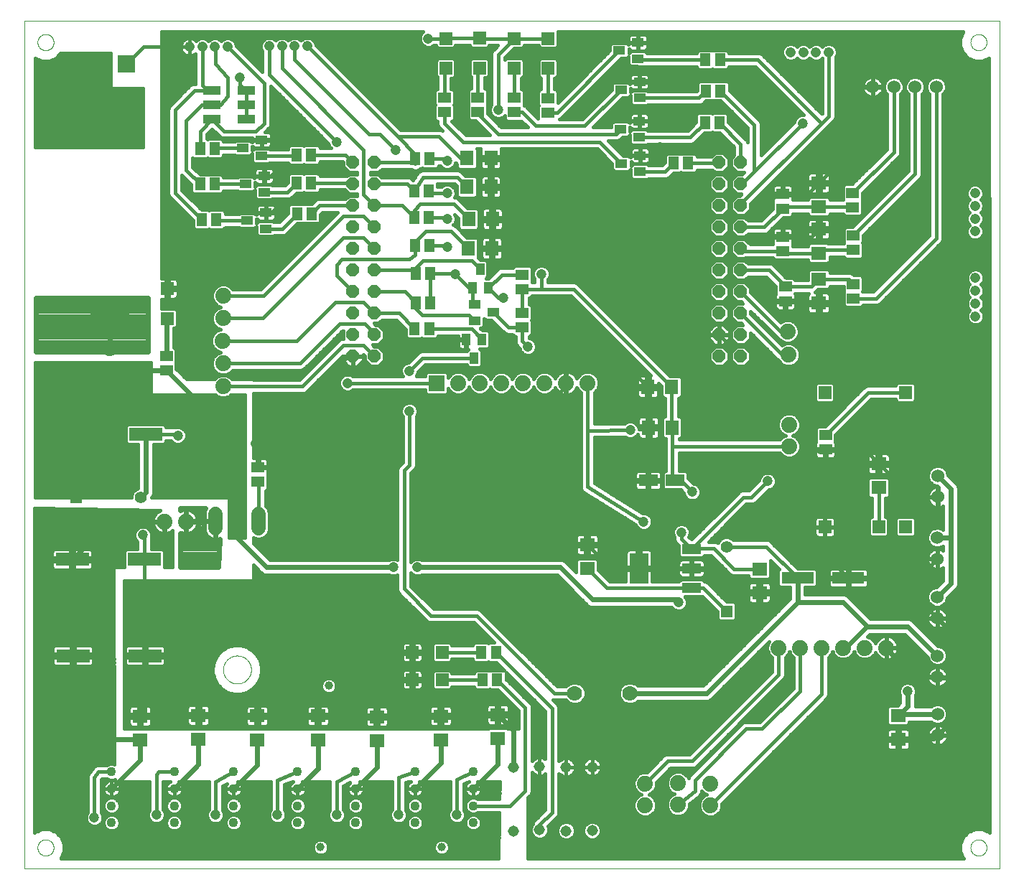
<source format=gtl>
G75*
%MOIN*%
%OFA0B0*%
%FSLAX25Y25*%
%IPPOS*%
%LPD*%
%AMOC8*
5,1,8,0,0,1.08239X$1,22.5*
%
%ADD10C,0.00000*%
%ADD11R,0.05543X0.05543*%
%ADD12C,0.05543*%
%ADD13C,0.06024*%
%ADD14R,0.07087X0.06299*%
%ADD15R,0.14961X0.05512*%
%ADD16R,0.15354X0.06299*%
%ADD17R,0.06299X0.07087*%
%ADD18C,0.06600*%
%ADD19R,0.05512X0.03937*%
%ADD20C,0.04756*%
%ADD21R,0.08800X0.04800*%
%ADD22R,0.08661X0.14173*%
%ADD23R,0.05906X0.05906*%
%ADD24R,0.07874X0.04331*%
%ADD25R,0.08000X0.08000*%
%ADD26C,0.08000*%
%ADD27R,0.03937X0.05512*%
%ADD28R,0.05118X0.05906*%
%ADD29R,0.05906X0.05118*%
%ADD30C,0.07400*%
%ADD31OC8,0.06024*%
%ADD32C,0.05150*%
%ADD33R,0.06024X0.06024*%
%ADD34C,0.10000*%
%ADD35R,0.08661X0.05512*%
%ADD36C,0.04362*%
%ADD37C,0.07000*%
%ADD38R,0.07400X0.07400*%
%ADD39C,0.01600*%
%ADD40C,0.02400*%
%ADD41C,0.04750*%
%ADD42C,0.03962*%
D10*
X0001000Y0001000D02*
X0001000Y0394701D01*
X0453756Y0394701D01*
X0453756Y0001000D01*
X0001000Y0001000D01*
X0007103Y0010843D02*
X0007105Y0010965D01*
X0007111Y0011086D01*
X0007121Y0011208D01*
X0007135Y0011329D01*
X0007152Y0011449D01*
X0007174Y0011569D01*
X0007200Y0011688D01*
X0007229Y0011806D01*
X0007262Y0011923D01*
X0007299Y0012039D01*
X0007340Y0012154D01*
X0007385Y0012267D01*
X0007433Y0012379D01*
X0007485Y0012489D01*
X0007540Y0012598D01*
X0007599Y0012704D01*
X0007661Y0012809D01*
X0007727Y0012911D01*
X0007796Y0013012D01*
X0007868Y0013110D01*
X0007944Y0013205D01*
X0008022Y0013298D01*
X0008103Y0013389D01*
X0008188Y0013477D01*
X0008275Y0013562D01*
X0008365Y0013644D01*
X0008457Y0013723D01*
X0008552Y0013799D01*
X0008650Y0013872D01*
X0008749Y0013942D01*
X0008851Y0014009D01*
X0008955Y0014072D01*
X0009062Y0014131D01*
X0009170Y0014188D01*
X0009279Y0014240D01*
X0009391Y0014290D01*
X0009504Y0014335D01*
X0009618Y0014377D01*
X0009734Y0014415D01*
X0009851Y0014449D01*
X0009968Y0014479D01*
X0010087Y0014506D01*
X0010207Y0014529D01*
X0010327Y0014547D01*
X0010448Y0014562D01*
X0010569Y0014573D01*
X0010691Y0014580D01*
X0010813Y0014583D01*
X0010934Y0014582D01*
X0011056Y0014577D01*
X0011177Y0014568D01*
X0011298Y0014555D01*
X0011419Y0014538D01*
X0011539Y0014518D01*
X0011658Y0014493D01*
X0011777Y0014465D01*
X0011894Y0014432D01*
X0012010Y0014396D01*
X0012125Y0014356D01*
X0012239Y0014313D01*
X0012351Y0014265D01*
X0012462Y0014215D01*
X0012571Y0014160D01*
X0012678Y0014102D01*
X0012783Y0014041D01*
X0012886Y0013976D01*
X0012987Y0013908D01*
X0013085Y0013836D01*
X0013182Y0013762D01*
X0013275Y0013684D01*
X0013367Y0013603D01*
X0013455Y0013520D01*
X0013541Y0013433D01*
X0013624Y0013344D01*
X0013704Y0013252D01*
X0013781Y0013158D01*
X0013854Y0013061D01*
X0013925Y0012962D01*
X0013992Y0012860D01*
X0014056Y0012757D01*
X0014117Y0012651D01*
X0014174Y0012544D01*
X0014228Y0012434D01*
X0014278Y0012323D01*
X0014324Y0012211D01*
X0014367Y0012097D01*
X0014406Y0011981D01*
X0014441Y0011865D01*
X0014472Y0011747D01*
X0014500Y0011629D01*
X0014523Y0011509D01*
X0014543Y0011389D01*
X0014559Y0011268D01*
X0014571Y0011147D01*
X0014579Y0011026D01*
X0014583Y0010904D01*
X0014583Y0010782D01*
X0014579Y0010660D01*
X0014571Y0010539D01*
X0014559Y0010418D01*
X0014543Y0010297D01*
X0014523Y0010177D01*
X0014500Y0010057D01*
X0014472Y0009939D01*
X0014441Y0009821D01*
X0014406Y0009705D01*
X0014367Y0009589D01*
X0014324Y0009475D01*
X0014278Y0009363D01*
X0014228Y0009252D01*
X0014174Y0009142D01*
X0014117Y0009035D01*
X0014056Y0008929D01*
X0013992Y0008826D01*
X0013925Y0008724D01*
X0013854Y0008625D01*
X0013781Y0008528D01*
X0013704Y0008434D01*
X0013624Y0008342D01*
X0013541Y0008253D01*
X0013455Y0008166D01*
X0013367Y0008083D01*
X0013275Y0008002D01*
X0013182Y0007924D01*
X0013085Y0007850D01*
X0012987Y0007778D01*
X0012886Y0007710D01*
X0012783Y0007645D01*
X0012678Y0007584D01*
X0012571Y0007526D01*
X0012462Y0007471D01*
X0012351Y0007421D01*
X0012239Y0007373D01*
X0012125Y0007330D01*
X0012010Y0007290D01*
X0011894Y0007254D01*
X0011777Y0007221D01*
X0011658Y0007193D01*
X0011539Y0007168D01*
X0011419Y0007148D01*
X0011298Y0007131D01*
X0011177Y0007118D01*
X0011056Y0007109D01*
X0010934Y0007104D01*
X0010813Y0007103D01*
X0010691Y0007106D01*
X0010569Y0007113D01*
X0010448Y0007124D01*
X0010327Y0007139D01*
X0010207Y0007157D01*
X0010087Y0007180D01*
X0009968Y0007207D01*
X0009851Y0007237D01*
X0009734Y0007271D01*
X0009618Y0007309D01*
X0009504Y0007351D01*
X0009391Y0007396D01*
X0009279Y0007446D01*
X0009170Y0007498D01*
X0009062Y0007555D01*
X0008955Y0007614D01*
X0008851Y0007677D01*
X0008749Y0007744D01*
X0008650Y0007814D01*
X0008552Y0007887D01*
X0008457Y0007963D01*
X0008365Y0008042D01*
X0008275Y0008124D01*
X0008188Y0008209D01*
X0008103Y0008297D01*
X0008022Y0008388D01*
X0007944Y0008481D01*
X0007868Y0008576D01*
X0007796Y0008674D01*
X0007727Y0008775D01*
X0007661Y0008877D01*
X0007599Y0008982D01*
X0007540Y0009088D01*
X0007485Y0009197D01*
X0007433Y0009307D01*
X0007385Y0009419D01*
X0007340Y0009532D01*
X0007299Y0009647D01*
X0007262Y0009763D01*
X0007229Y0009880D01*
X0007200Y0009998D01*
X0007174Y0010117D01*
X0007152Y0010237D01*
X0007135Y0010357D01*
X0007121Y0010478D01*
X0007111Y0010600D01*
X0007105Y0010721D01*
X0007103Y0010843D01*
X0093250Y0093500D02*
X0093252Y0093661D01*
X0093258Y0093821D01*
X0093268Y0093982D01*
X0093282Y0094142D01*
X0093300Y0094302D01*
X0093321Y0094461D01*
X0093347Y0094620D01*
X0093377Y0094778D01*
X0093410Y0094935D01*
X0093448Y0095092D01*
X0093489Y0095247D01*
X0093534Y0095401D01*
X0093583Y0095554D01*
X0093636Y0095706D01*
X0093692Y0095857D01*
X0093753Y0096006D01*
X0093816Y0096154D01*
X0093884Y0096300D01*
X0093955Y0096444D01*
X0094029Y0096586D01*
X0094107Y0096727D01*
X0094189Y0096865D01*
X0094274Y0097002D01*
X0094362Y0097136D01*
X0094454Y0097268D01*
X0094549Y0097398D01*
X0094647Y0097526D01*
X0094748Y0097651D01*
X0094852Y0097773D01*
X0094959Y0097893D01*
X0095069Y0098010D01*
X0095182Y0098125D01*
X0095298Y0098236D01*
X0095417Y0098345D01*
X0095538Y0098450D01*
X0095662Y0098553D01*
X0095788Y0098653D01*
X0095916Y0098749D01*
X0096047Y0098842D01*
X0096181Y0098932D01*
X0096316Y0099019D01*
X0096454Y0099102D01*
X0096593Y0099182D01*
X0096735Y0099258D01*
X0096878Y0099331D01*
X0097023Y0099400D01*
X0097170Y0099466D01*
X0097318Y0099528D01*
X0097468Y0099586D01*
X0097619Y0099641D01*
X0097772Y0099692D01*
X0097926Y0099739D01*
X0098081Y0099782D01*
X0098237Y0099821D01*
X0098393Y0099857D01*
X0098551Y0099888D01*
X0098709Y0099916D01*
X0098868Y0099940D01*
X0099028Y0099960D01*
X0099188Y0099976D01*
X0099348Y0099988D01*
X0099509Y0099996D01*
X0099670Y0100000D01*
X0099830Y0100000D01*
X0099991Y0099996D01*
X0100152Y0099988D01*
X0100312Y0099976D01*
X0100472Y0099960D01*
X0100632Y0099940D01*
X0100791Y0099916D01*
X0100949Y0099888D01*
X0101107Y0099857D01*
X0101263Y0099821D01*
X0101419Y0099782D01*
X0101574Y0099739D01*
X0101728Y0099692D01*
X0101881Y0099641D01*
X0102032Y0099586D01*
X0102182Y0099528D01*
X0102330Y0099466D01*
X0102477Y0099400D01*
X0102622Y0099331D01*
X0102765Y0099258D01*
X0102907Y0099182D01*
X0103046Y0099102D01*
X0103184Y0099019D01*
X0103319Y0098932D01*
X0103453Y0098842D01*
X0103584Y0098749D01*
X0103712Y0098653D01*
X0103838Y0098553D01*
X0103962Y0098450D01*
X0104083Y0098345D01*
X0104202Y0098236D01*
X0104318Y0098125D01*
X0104431Y0098010D01*
X0104541Y0097893D01*
X0104648Y0097773D01*
X0104752Y0097651D01*
X0104853Y0097526D01*
X0104951Y0097398D01*
X0105046Y0097268D01*
X0105138Y0097136D01*
X0105226Y0097002D01*
X0105311Y0096865D01*
X0105393Y0096727D01*
X0105471Y0096586D01*
X0105545Y0096444D01*
X0105616Y0096300D01*
X0105684Y0096154D01*
X0105747Y0096006D01*
X0105808Y0095857D01*
X0105864Y0095706D01*
X0105917Y0095554D01*
X0105966Y0095401D01*
X0106011Y0095247D01*
X0106052Y0095092D01*
X0106090Y0094935D01*
X0106123Y0094778D01*
X0106153Y0094620D01*
X0106179Y0094461D01*
X0106200Y0094302D01*
X0106218Y0094142D01*
X0106232Y0093982D01*
X0106242Y0093821D01*
X0106248Y0093661D01*
X0106250Y0093500D01*
X0106248Y0093339D01*
X0106242Y0093179D01*
X0106232Y0093018D01*
X0106218Y0092858D01*
X0106200Y0092698D01*
X0106179Y0092539D01*
X0106153Y0092380D01*
X0106123Y0092222D01*
X0106090Y0092065D01*
X0106052Y0091908D01*
X0106011Y0091753D01*
X0105966Y0091599D01*
X0105917Y0091446D01*
X0105864Y0091294D01*
X0105808Y0091143D01*
X0105747Y0090994D01*
X0105684Y0090846D01*
X0105616Y0090700D01*
X0105545Y0090556D01*
X0105471Y0090414D01*
X0105393Y0090273D01*
X0105311Y0090135D01*
X0105226Y0089998D01*
X0105138Y0089864D01*
X0105046Y0089732D01*
X0104951Y0089602D01*
X0104853Y0089474D01*
X0104752Y0089349D01*
X0104648Y0089227D01*
X0104541Y0089107D01*
X0104431Y0088990D01*
X0104318Y0088875D01*
X0104202Y0088764D01*
X0104083Y0088655D01*
X0103962Y0088550D01*
X0103838Y0088447D01*
X0103712Y0088347D01*
X0103584Y0088251D01*
X0103453Y0088158D01*
X0103319Y0088068D01*
X0103184Y0087981D01*
X0103046Y0087898D01*
X0102907Y0087818D01*
X0102765Y0087742D01*
X0102622Y0087669D01*
X0102477Y0087600D01*
X0102330Y0087534D01*
X0102182Y0087472D01*
X0102032Y0087414D01*
X0101881Y0087359D01*
X0101728Y0087308D01*
X0101574Y0087261D01*
X0101419Y0087218D01*
X0101263Y0087179D01*
X0101107Y0087143D01*
X0100949Y0087112D01*
X0100791Y0087084D01*
X0100632Y0087060D01*
X0100472Y0087040D01*
X0100312Y0087024D01*
X0100152Y0087012D01*
X0099991Y0087004D01*
X0099830Y0087000D01*
X0099670Y0087000D01*
X0099509Y0087004D01*
X0099348Y0087012D01*
X0099188Y0087024D01*
X0099028Y0087040D01*
X0098868Y0087060D01*
X0098709Y0087084D01*
X0098551Y0087112D01*
X0098393Y0087143D01*
X0098237Y0087179D01*
X0098081Y0087218D01*
X0097926Y0087261D01*
X0097772Y0087308D01*
X0097619Y0087359D01*
X0097468Y0087414D01*
X0097318Y0087472D01*
X0097170Y0087534D01*
X0097023Y0087600D01*
X0096878Y0087669D01*
X0096735Y0087742D01*
X0096593Y0087818D01*
X0096454Y0087898D01*
X0096316Y0087981D01*
X0096181Y0088068D01*
X0096047Y0088158D01*
X0095916Y0088251D01*
X0095788Y0088347D01*
X0095662Y0088447D01*
X0095538Y0088550D01*
X0095417Y0088655D01*
X0095298Y0088764D01*
X0095182Y0088875D01*
X0095069Y0088990D01*
X0094959Y0089107D01*
X0094852Y0089227D01*
X0094748Y0089349D01*
X0094647Y0089474D01*
X0094549Y0089602D01*
X0094454Y0089732D01*
X0094362Y0089864D01*
X0094274Y0089998D01*
X0094189Y0090135D01*
X0094107Y0090273D01*
X0094029Y0090414D01*
X0093955Y0090556D01*
X0093884Y0090700D01*
X0093816Y0090846D01*
X0093753Y0090994D01*
X0093692Y0091143D01*
X0093636Y0091294D01*
X0093583Y0091446D01*
X0093534Y0091599D01*
X0093489Y0091753D01*
X0093448Y0091908D01*
X0093410Y0092065D01*
X0093377Y0092222D01*
X0093347Y0092380D01*
X0093321Y0092539D01*
X0093300Y0092698D01*
X0093282Y0092858D01*
X0093268Y0093018D01*
X0093258Y0093179D01*
X0093252Y0093339D01*
X0093250Y0093500D01*
X0007103Y0384858D02*
X0007105Y0384980D01*
X0007111Y0385101D01*
X0007121Y0385223D01*
X0007135Y0385344D01*
X0007152Y0385464D01*
X0007174Y0385584D01*
X0007200Y0385703D01*
X0007229Y0385821D01*
X0007262Y0385938D01*
X0007299Y0386054D01*
X0007340Y0386169D01*
X0007385Y0386282D01*
X0007433Y0386394D01*
X0007485Y0386504D01*
X0007540Y0386613D01*
X0007599Y0386719D01*
X0007661Y0386824D01*
X0007727Y0386926D01*
X0007796Y0387027D01*
X0007868Y0387125D01*
X0007944Y0387220D01*
X0008022Y0387313D01*
X0008103Y0387404D01*
X0008188Y0387492D01*
X0008275Y0387577D01*
X0008365Y0387659D01*
X0008457Y0387738D01*
X0008552Y0387814D01*
X0008650Y0387887D01*
X0008749Y0387957D01*
X0008851Y0388024D01*
X0008955Y0388087D01*
X0009062Y0388146D01*
X0009170Y0388203D01*
X0009279Y0388255D01*
X0009391Y0388305D01*
X0009504Y0388350D01*
X0009618Y0388392D01*
X0009734Y0388430D01*
X0009851Y0388464D01*
X0009968Y0388494D01*
X0010087Y0388521D01*
X0010207Y0388544D01*
X0010327Y0388562D01*
X0010448Y0388577D01*
X0010569Y0388588D01*
X0010691Y0388595D01*
X0010813Y0388598D01*
X0010934Y0388597D01*
X0011056Y0388592D01*
X0011177Y0388583D01*
X0011298Y0388570D01*
X0011419Y0388553D01*
X0011539Y0388533D01*
X0011658Y0388508D01*
X0011777Y0388480D01*
X0011894Y0388447D01*
X0012010Y0388411D01*
X0012125Y0388371D01*
X0012239Y0388328D01*
X0012351Y0388280D01*
X0012462Y0388230D01*
X0012571Y0388175D01*
X0012678Y0388117D01*
X0012783Y0388056D01*
X0012886Y0387991D01*
X0012987Y0387923D01*
X0013085Y0387851D01*
X0013182Y0387777D01*
X0013275Y0387699D01*
X0013367Y0387618D01*
X0013455Y0387535D01*
X0013541Y0387448D01*
X0013624Y0387359D01*
X0013704Y0387267D01*
X0013781Y0387173D01*
X0013854Y0387076D01*
X0013925Y0386977D01*
X0013992Y0386875D01*
X0014056Y0386772D01*
X0014117Y0386666D01*
X0014174Y0386559D01*
X0014228Y0386449D01*
X0014278Y0386338D01*
X0014324Y0386226D01*
X0014367Y0386112D01*
X0014406Y0385996D01*
X0014441Y0385880D01*
X0014472Y0385762D01*
X0014500Y0385644D01*
X0014523Y0385524D01*
X0014543Y0385404D01*
X0014559Y0385283D01*
X0014571Y0385162D01*
X0014579Y0385041D01*
X0014583Y0384919D01*
X0014583Y0384797D01*
X0014579Y0384675D01*
X0014571Y0384554D01*
X0014559Y0384433D01*
X0014543Y0384312D01*
X0014523Y0384192D01*
X0014500Y0384072D01*
X0014472Y0383954D01*
X0014441Y0383836D01*
X0014406Y0383720D01*
X0014367Y0383604D01*
X0014324Y0383490D01*
X0014278Y0383378D01*
X0014228Y0383267D01*
X0014174Y0383157D01*
X0014117Y0383050D01*
X0014056Y0382944D01*
X0013992Y0382841D01*
X0013925Y0382739D01*
X0013854Y0382640D01*
X0013781Y0382543D01*
X0013704Y0382449D01*
X0013624Y0382357D01*
X0013541Y0382268D01*
X0013455Y0382181D01*
X0013367Y0382098D01*
X0013275Y0382017D01*
X0013182Y0381939D01*
X0013085Y0381865D01*
X0012987Y0381793D01*
X0012886Y0381725D01*
X0012783Y0381660D01*
X0012678Y0381599D01*
X0012571Y0381541D01*
X0012462Y0381486D01*
X0012351Y0381436D01*
X0012239Y0381388D01*
X0012125Y0381345D01*
X0012010Y0381305D01*
X0011894Y0381269D01*
X0011777Y0381236D01*
X0011658Y0381208D01*
X0011539Y0381183D01*
X0011419Y0381163D01*
X0011298Y0381146D01*
X0011177Y0381133D01*
X0011056Y0381124D01*
X0010934Y0381119D01*
X0010813Y0381118D01*
X0010691Y0381121D01*
X0010569Y0381128D01*
X0010448Y0381139D01*
X0010327Y0381154D01*
X0010207Y0381172D01*
X0010087Y0381195D01*
X0009968Y0381222D01*
X0009851Y0381252D01*
X0009734Y0381286D01*
X0009618Y0381324D01*
X0009504Y0381366D01*
X0009391Y0381411D01*
X0009279Y0381461D01*
X0009170Y0381513D01*
X0009062Y0381570D01*
X0008955Y0381629D01*
X0008851Y0381692D01*
X0008749Y0381759D01*
X0008650Y0381829D01*
X0008552Y0381902D01*
X0008457Y0381978D01*
X0008365Y0382057D01*
X0008275Y0382139D01*
X0008188Y0382224D01*
X0008103Y0382312D01*
X0008022Y0382403D01*
X0007944Y0382496D01*
X0007868Y0382591D01*
X0007796Y0382689D01*
X0007727Y0382790D01*
X0007661Y0382892D01*
X0007599Y0382997D01*
X0007540Y0383103D01*
X0007485Y0383212D01*
X0007433Y0383322D01*
X0007385Y0383434D01*
X0007340Y0383547D01*
X0007299Y0383662D01*
X0007262Y0383778D01*
X0007229Y0383895D01*
X0007200Y0384013D01*
X0007174Y0384132D01*
X0007152Y0384252D01*
X0007135Y0384372D01*
X0007121Y0384493D01*
X0007111Y0384615D01*
X0007105Y0384736D01*
X0007103Y0384858D01*
X0440173Y0384858D02*
X0440175Y0384980D01*
X0440181Y0385101D01*
X0440191Y0385223D01*
X0440205Y0385344D01*
X0440222Y0385464D01*
X0440244Y0385584D01*
X0440270Y0385703D01*
X0440299Y0385821D01*
X0440332Y0385938D01*
X0440369Y0386054D01*
X0440410Y0386169D01*
X0440455Y0386282D01*
X0440503Y0386394D01*
X0440555Y0386504D01*
X0440610Y0386613D01*
X0440669Y0386719D01*
X0440731Y0386824D01*
X0440797Y0386926D01*
X0440866Y0387027D01*
X0440938Y0387125D01*
X0441014Y0387220D01*
X0441092Y0387313D01*
X0441173Y0387404D01*
X0441258Y0387492D01*
X0441345Y0387577D01*
X0441435Y0387659D01*
X0441527Y0387738D01*
X0441622Y0387814D01*
X0441720Y0387887D01*
X0441819Y0387957D01*
X0441921Y0388024D01*
X0442025Y0388087D01*
X0442132Y0388146D01*
X0442240Y0388203D01*
X0442349Y0388255D01*
X0442461Y0388305D01*
X0442574Y0388350D01*
X0442688Y0388392D01*
X0442804Y0388430D01*
X0442921Y0388464D01*
X0443038Y0388494D01*
X0443157Y0388521D01*
X0443277Y0388544D01*
X0443397Y0388562D01*
X0443518Y0388577D01*
X0443639Y0388588D01*
X0443761Y0388595D01*
X0443883Y0388598D01*
X0444004Y0388597D01*
X0444126Y0388592D01*
X0444247Y0388583D01*
X0444368Y0388570D01*
X0444489Y0388553D01*
X0444609Y0388533D01*
X0444728Y0388508D01*
X0444847Y0388480D01*
X0444964Y0388447D01*
X0445080Y0388411D01*
X0445195Y0388371D01*
X0445309Y0388328D01*
X0445421Y0388280D01*
X0445532Y0388230D01*
X0445641Y0388175D01*
X0445748Y0388117D01*
X0445853Y0388056D01*
X0445956Y0387991D01*
X0446057Y0387923D01*
X0446155Y0387851D01*
X0446252Y0387777D01*
X0446345Y0387699D01*
X0446437Y0387618D01*
X0446525Y0387535D01*
X0446611Y0387448D01*
X0446694Y0387359D01*
X0446774Y0387267D01*
X0446851Y0387173D01*
X0446924Y0387076D01*
X0446995Y0386977D01*
X0447062Y0386875D01*
X0447126Y0386772D01*
X0447187Y0386666D01*
X0447244Y0386559D01*
X0447298Y0386449D01*
X0447348Y0386338D01*
X0447394Y0386226D01*
X0447437Y0386112D01*
X0447476Y0385996D01*
X0447511Y0385880D01*
X0447542Y0385762D01*
X0447570Y0385644D01*
X0447593Y0385524D01*
X0447613Y0385404D01*
X0447629Y0385283D01*
X0447641Y0385162D01*
X0447649Y0385041D01*
X0447653Y0384919D01*
X0447653Y0384797D01*
X0447649Y0384675D01*
X0447641Y0384554D01*
X0447629Y0384433D01*
X0447613Y0384312D01*
X0447593Y0384192D01*
X0447570Y0384072D01*
X0447542Y0383954D01*
X0447511Y0383836D01*
X0447476Y0383720D01*
X0447437Y0383604D01*
X0447394Y0383490D01*
X0447348Y0383378D01*
X0447298Y0383267D01*
X0447244Y0383157D01*
X0447187Y0383050D01*
X0447126Y0382944D01*
X0447062Y0382841D01*
X0446995Y0382739D01*
X0446924Y0382640D01*
X0446851Y0382543D01*
X0446774Y0382449D01*
X0446694Y0382357D01*
X0446611Y0382268D01*
X0446525Y0382181D01*
X0446437Y0382098D01*
X0446345Y0382017D01*
X0446252Y0381939D01*
X0446155Y0381865D01*
X0446057Y0381793D01*
X0445956Y0381725D01*
X0445853Y0381660D01*
X0445748Y0381599D01*
X0445641Y0381541D01*
X0445532Y0381486D01*
X0445421Y0381436D01*
X0445309Y0381388D01*
X0445195Y0381345D01*
X0445080Y0381305D01*
X0444964Y0381269D01*
X0444847Y0381236D01*
X0444728Y0381208D01*
X0444609Y0381183D01*
X0444489Y0381163D01*
X0444368Y0381146D01*
X0444247Y0381133D01*
X0444126Y0381124D01*
X0444004Y0381119D01*
X0443883Y0381118D01*
X0443761Y0381121D01*
X0443639Y0381128D01*
X0443518Y0381139D01*
X0443397Y0381154D01*
X0443277Y0381172D01*
X0443157Y0381195D01*
X0443038Y0381222D01*
X0442921Y0381252D01*
X0442804Y0381286D01*
X0442688Y0381324D01*
X0442574Y0381366D01*
X0442461Y0381411D01*
X0442349Y0381461D01*
X0442240Y0381513D01*
X0442132Y0381570D01*
X0442025Y0381629D01*
X0441921Y0381692D01*
X0441819Y0381759D01*
X0441720Y0381829D01*
X0441622Y0381902D01*
X0441527Y0381978D01*
X0441435Y0382057D01*
X0441345Y0382139D01*
X0441258Y0382224D01*
X0441173Y0382312D01*
X0441092Y0382403D01*
X0441014Y0382496D01*
X0440938Y0382591D01*
X0440866Y0382689D01*
X0440797Y0382790D01*
X0440731Y0382892D01*
X0440669Y0382997D01*
X0440610Y0383103D01*
X0440555Y0383212D01*
X0440503Y0383322D01*
X0440455Y0383434D01*
X0440410Y0383547D01*
X0440369Y0383662D01*
X0440332Y0383778D01*
X0440299Y0383895D01*
X0440270Y0384013D01*
X0440244Y0384132D01*
X0440222Y0384252D01*
X0440205Y0384372D01*
X0440191Y0384493D01*
X0440181Y0384615D01*
X0440175Y0384736D01*
X0440173Y0384858D01*
X0440173Y0010843D02*
X0440175Y0010965D01*
X0440181Y0011086D01*
X0440191Y0011208D01*
X0440205Y0011329D01*
X0440222Y0011449D01*
X0440244Y0011569D01*
X0440270Y0011688D01*
X0440299Y0011806D01*
X0440332Y0011923D01*
X0440369Y0012039D01*
X0440410Y0012154D01*
X0440455Y0012267D01*
X0440503Y0012379D01*
X0440555Y0012489D01*
X0440610Y0012598D01*
X0440669Y0012704D01*
X0440731Y0012809D01*
X0440797Y0012911D01*
X0440866Y0013012D01*
X0440938Y0013110D01*
X0441014Y0013205D01*
X0441092Y0013298D01*
X0441173Y0013389D01*
X0441258Y0013477D01*
X0441345Y0013562D01*
X0441435Y0013644D01*
X0441527Y0013723D01*
X0441622Y0013799D01*
X0441720Y0013872D01*
X0441819Y0013942D01*
X0441921Y0014009D01*
X0442025Y0014072D01*
X0442132Y0014131D01*
X0442240Y0014188D01*
X0442349Y0014240D01*
X0442461Y0014290D01*
X0442574Y0014335D01*
X0442688Y0014377D01*
X0442804Y0014415D01*
X0442921Y0014449D01*
X0443038Y0014479D01*
X0443157Y0014506D01*
X0443277Y0014529D01*
X0443397Y0014547D01*
X0443518Y0014562D01*
X0443639Y0014573D01*
X0443761Y0014580D01*
X0443883Y0014583D01*
X0444004Y0014582D01*
X0444126Y0014577D01*
X0444247Y0014568D01*
X0444368Y0014555D01*
X0444489Y0014538D01*
X0444609Y0014518D01*
X0444728Y0014493D01*
X0444847Y0014465D01*
X0444964Y0014432D01*
X0445080Y0014396D01*
X0445195Y0014356D01*
X0445309Y0014313D01*
X0445421Y0014265D01*
X0445532Y0014215D01*
X0445641Y0014160D01*
X0445748Y0014102D01*
X0445853Y0014041D01*
X0445956Y0013976D01*
X0446057Y0013908D01*
X0446155Y0013836D01*
X0446252Y0013762D01*
X0446345Y0013684D01*
X0446437Y0013603D01*
X0446525Y0013520D01*
X0446611Y0013433D01*
X0446694Y0013344D01*
X0446774Y0013252D01*
X0446851Y0013158D01*
X0446924Y0013061D01*
X0446995Y0012962D01*
X0447062Y0012860D01*
X0447126Y0012757D01*
X0447187Y0012651D01*
X0447244Y0012544D01*
X0447298Y0012434D01*
X0447348Y0012323D01*
X0447394Y0012211D01*
X0447437Y0012097D01*
X0447476Y0011981D01*
X0447511Y0011865D01*
X0447542Y0011747D01*
X0447570Y0011629D01*
X0447593Y0011509D01*
X0447613Y0011389D01*
X0447629Y0011268D01*
X0447641Y0011147D01*
X0447649Y0011026D01*
X0447653Y0010904D01*
X0447653Y0010782D01*
X0447649Y0010660D01*
X0447641Y0010539D01*
X0447629Y0010418D01*
X0447613Y0010297D01*
X0447593Y0010177D01*
X0447570Y0010057D01*
X0447542Y0009939D01*
X0447511Y0009821D01*
X0447476Y0009705D01*
X0447437Y0009589D01*
X0447394Y0009475D01*
X0447348Y0009363D01*
X0447298Y0009252D01*
X0447244Y0009142D01*
X0447187Y0009035D01*
X0447126Y0008929D01*
X0447062Y0008826D01*
X0446995Y0008724D01*
X0446924Y0008625D01*
X0446851Y0008528D01*
X0446774Y0008434D01*
X0446694Y0008342D01*
X0446611Y0008253D01*
X0446525Y0008166D01*
X0446437Y0008083D01*
X0446345Y0008002D01*
X0446252Y0007924D01*
X0446155Y0007850D01*
X0446057Y0007778D01*
X0445956Y0007710D01*
X0445853Y0007645D01*
X0445748Y0007584D01*
X0445641Y0007526D01*
X0445532Y0007471D01*
X0445421Y0007421D01*
X0445309Y0007373D01*
X0445195Y0007330D01*
X0445080Y0007290D01*
X0444964Y0007254D01*
X0444847Y0007221D01*
X0444728Y0007193D01*
X0444609Y0007168D01*
X0444489Y0007148D01*
X0444368Y0007131D01*
X0444247Y0007118D01*
X0444126Y0007109D01*
X0444004Y0007104D01*
X0443883Y0007103D01*
X0443761Y0007106D01*
X0443639Y0007113D01*
X0443518Y0007124D01*
X0443397Y0007139D01*
X0443277Y0007157D01*
X0443157Y0007180D01*
X0443038Y0007207D01*
X0442921Y0007237D01*
X0442804Y0007271D01*
X0442688Y0007309D01*
X0442574Y0007351D01*
X0442461Y0007396D01*
X0442349Y0007446D01*
X0442240Y0007498D01*
X0442132Y0007555D01*
X0442025Y0007614D01*
X0441921Y0007677D01*
X0441819Y0007744D01*
X0441720Y0007814D01*
X0441622Y0007887D01*
X0441527Y0007963D01*
X0441435Y0008042D01*
X0441345Y0008124D01*
X0441258Y0008209D01*
X0441173Y0008297D01*
X0441092Y0008388D01*
X0441014Y0008481D01*
X0440938Y0008576D01*
X0440866Y0008674D01*
X0440797Y0008775D01*
X0440731Y0008877D01*
X0440669Y0008982D01*
X0440610Y0009088D01*
X0440555Y0009197D01*
X0440503Y0009307D01*
X0440455Y0009419D01*
X0440410Y0009532D01*
X0440369Y0009647D01*
X0440332Y0009763D01*
X0440299Y0009880D01*
X0440270Y0009998D01*
X0440244Y0010117D01*
X0440222Y0010237D01*
X0440205Y0010357D01*
X0440191Y0010478D01*
X0440181Y0010600D01*
X0440175Y0010721D01*
X0440173Y0010843D01*
D11*
X0326921Y0120640D03*
X0025039Y0173587D03*
D12*
X0055039Y0173587D03*
X0326921Y0150640D03*
D13*
X0424750Y0154750D03*
X0424750Y0144907D03*
X0424750Y0127250D03*
X0424750Y0117407D03*
X0424802Y0099959D03*
X0424802Y0090116D03*
X0424875Y0072875D03*
X0424875Y0063032D03*
X0425000Y0173657D03*
X0425000Y0183500D03*
X0424278Y0364125D03*
X0414435Y0364125D03*
X0404593Y0364125D03*
X0394750Y0364125D03*
D14*
X0369750Y0319512D03*
X0369750Y0308488D03*
X0369750Y0298012D03*
X0369750Y0286988D03*
X0369750Y0274762D03*
X0369750Y0263738D03*
X0397565Y0189072D03*
X0397565Y0178048D03*
X0342250Y0140262D03*
X0342250Y0129238D03*
X0406625Y0072137D03*
X0406625Y0061113D03*
X0262250Y0140488D03*
X0262250Y0151512D03*
X0220735Y0072596D03*
X0220735Y0061573D03*
X0194238Y0060952D03*
X0194238Y0071975D03*
X0164616Y0071604D03*
X0164616Y0060581D03*
X0137248Y0060981D03*
X0137248Y0072005D03*
X0109126Y0072009D03*
X0109126Y0060985D03*
X0081812Y0061210D03*
X0081812Y0072233D03*
X0054732Y0071906D03*
X0054732Y0060882D03*
D15*
X0359884Y0136059D03*
X0383506Y0136059D03*
D16*
X0056679Y0144657D03*
X0023215Y0144657D03*
X0023528Y0099970D03*
X0056992Y0099970D03*
X0057272Y0202888D03*
X0023807Y0202888D03*
D17*
X0207038Y0289150D03*
X0218062Y0289150D03*
X0218262Y0302750D03*
X0207238Y0302750D03*
X0206488Y0317750D03*
X0217512Y0317750D03*
X0217512Y0331000D03*
X0206488Y0331000D03*
X0290438Y0224750D03*
X0301462Y0224750D03*
X0301762Y0205900D03*
X0290738Y0205900D03*
D18*
X0109750Y0165800D02*
X0109750Y0159200D01*
X0099750Y0159200D02*
X0099750Y0165800D01*
X0089750Y0165800D02*
X0089750Y0159200D01*
D19*
X0210084Y0255585D03*
X0218745Y0259325D03*
X0210084Y0263065D03*
X0278169Y0328500D03*
X0286831Y0324760D03*
X0286831Y0332240D03*
X0286456Y0340760D03*
X0286456Y0348240D03*
X0277794Y0344500D03*
X0286581Y0359010D03*
X0286581Y0366490D03*
X0277919Y0362750D03*
X0285831Y0377260D03*
X0285831Y0384740D03*
X0277169Y0381000D03*
X0111081Y0339490D03*
X0111081Y0332010D03*
X0112331Y0322740D03*
X0112331Y0315260D03*
X0103669Y0319000D03*
X0113081Y0305740D03*
X0113081Y0298260D03*
X0104419Y0302000D03*
X0102419Y0335750D03*
D20*
X0095358Y0382750D03*
X0089453Y0382750D03*
X0083547Y0382750D03*
X0077642Y0382750D03*
X0114642Y0383000D03*
X0120547Y0383000D03*
X0126453Y0383000D03*
X0132358Y0383000D03*
X0356642Y0380250D03*
X0362547Y0380250D03*
X0368453Y0380250D03*
X0374358Y0380250D03*
X0442250Y0314733D03*
X0442250Y0308828D03*
X0442250Y0302922D03*
X0442250Y0297017D03*
X0442500Y0275358D03*
X0442500Y0269453D03*
X0442500Y0263547D03*
X0442500Y0257642D03*
D21*
X0310700Y0149600D03*
X0310700Y0140500D03*
X0310700Y0131400D03*
D22*
X0286299Y0140500D03*
D23*
X0194890Y0101500D03*
X0194890Y0088750D03*
X0181110Y0088750D03*
X0181110Y0101500D03*
X0067458Y0256608D03*
X0067458Y0270387D03*
X0196625Y0372860D03*
X0196625Y0386640D03*
X0212250Y0386765D03*
X0212250Y0372985D03*
X0228375Y0372860D03*
X0228375Y0386640D03*
X0244125Y0386640D03*
X0244125Y0372860D03*
D24*
X0103874Y0362443D03*
X0103874Y0355750D03*
X0103874Y0349057D03*
X0088126Y0349057D03*
X0088126Y0355750D03*
X0088126Y0362443D03*
D25*
X0048500Y0374750D03*
D26*
X0028815Y0374750D03*
D27*
X0208865Y0270774D03*
X0216345Y0270774D03*
X0212605Y0279435D03*
X0213490Y0246831D03*
X0206010Y0246831D03*
X0209750Y0238169D03*
D28*
X0188846Y0251750D03*
X0182154Y0251750D03*
X0182711Y0263904D03*
X0189404Y0263904D03*
X0189404Y0277469D03*
X0182711Y0277469D03*
X0182304Y0290600D03*
X0188996Y0290600D03*
X0188596Y0303500D03*
X0181904Y0303500D03*
X0181904Y0315750D03*
X0188596Y0315750D03*
X0189096Y0330750D03*
X0182404Y0330750D03*
X0134096Y0332500D03*
X0127404Y0332500D03*
X0127404Y0319500D03*
X0134096Y0319500D03*
X0134346Y0305250D03*
X0127654Y0305250D03*
X0090096Y0302500D03*
X0083404Y0302500D03*
X0082654Y0319000D03*
X0089346Y0319000D03*
X0089346Y0335500D03*
X0082654Y0335500D03*
X0302404Y0328750D03*
X0309096Y0328750D03*
X0316904Y0347500D03*
X0323596Y0347500D03*
X0324096Y0362250D03*
X0317404Y0362250D03*
X0317154Y0376750D03*
X0323846Y0376750D03*
X0219846Y0101500D03*
X0213154Y0101500D03*
X0213779Y0088750D03*
X0220471Y0088750D03*
D29*
X0109400Y0180804D03*
X0109400Y0187496D03*
X0066878Y0232405D03*
X0066878Y0239097D03*
X0196000Y0352404D03*
X0196000Y0359096D03*
X0211500Y0359221D03*
X0211500Y0352529D03*
X0228500Y0352404D03*
X0228500Y0359096D03*
X0244000Y0358971D03*
X0244000Y0352279D03*
X0232152Y0276979D03*
X0232152Y0270286D03*
X0232031Y0259092D03*
X0232031Y0252399D03*
X0354250Y0264654D03*
X0354250Y0271346D03*
X0353000Y0287904D03*
X0353000Y0294596D03*
X0353000Y0307654D03*
X0353000Y0314346D03*
X0385500Y0314846D03*
X0385500Y0308154D03*
X0385750Y0295096D03*
X0385750Y0288404D03*
X0385750Y0272596D03*
X0385750Y0265904D03*
X0372872Y0202462D03*
X0372872Y0195769D03*
D30*
X0356000Y0197250D03*
X0356000Y0207250D03*
X0355750Y0239750D03*
X0355250Y0250500D03*
X0262378Y0226600D03*
X0252378Y0226600D03*
X0242378Y0226600D03*
X0232378Y0226600D03*
X0222378Y0226600D03*
X0212378Y0226600D03*
X0202378Y0226600D03*
X0093250Y0225000D03*
X0093250Y0235750D03*
X0093000Y0246250D03*
X0093250Y0256750D03*
X0093375Y0267125D03*
X0040813Y0242750D03*
X0040813Y0232750D03*
X0066000Y0162250D03*
X0076000Y0162250D03*
X0289125Y0040500D03*
X0289125Y0030500D03*
X0304500Y0030750D03*
X0304500Y0040750D03*
X0319500Y0040500D03*
X0319500Y0030500D03*
X0351125Y0103625D03*
X0361125Y0103625D03*
X0371125Y0103625D03*
X0381125Y0103625D03*
X0391125Y0103625D03*
X0401125Y0103625D03*
D31*
X0333500Y0239000D03*
X0333500Y0249000D03*
X0333500Y0259000D03*
X0333500Y0269000D03*
X0333500Y0279000D03*
X0333500Y0289000D03*
X0333500Y0299000D03*
X0333500Y0309000D03*
X0333500Y0319000D03*
X0333500Y0329000D03*
X0323500Y0329000D03*
X0323500Y0319000D03*
X0323500Y0309000D03*
X0323500Y0299000D03*
X0323500Y0289000D03*
X0323500Y0279000D03*
X0323500Y0269000D03*
X0323500Y0259000D03*
X0323500Y0249000D03*
X0323500Y0239000D03*
X0163500Y0239000D03*
X0163500Y0249000D03*
X0153500Y0249000D03*
X0153500Y0239000D03*
X0153500Y0259000D03*
X0153500Y0269000D03*
X0163500Y0269000D03*
X0163500Y0259000D03*
X0163500Y0279000D03*
X0163500Y0289000D03*
X0153500Y0289000D03*
X0153500Y0279000D03*
X0153500Y0299000D03*
X0153500Y0309000D03*
X0163500Y0309000D03*
X0163500Y0299000D03*
X0163500Y0319000D03*
X0163500Y0329000D03*
X0153500Y0329000D03*
X0153500Y0319000D03*
D32*
X0228000Y0048153D03*
X0240175Y0048575D03*
X0252500Y0048153D03*
X0264550Y0048300D03*
X0264550Y0018772D03*
X0252500Y0018625D03*
X0240175Y0019047D03*
X0228000Y0018625D03*
D33*
X0372553Y0159731D03*
X0397514Y0159731D03*
X0410033Y0159731D03*
X0410053Y0222251D03*
X0372553Y0222251D03*
D34*
X0045813Y0255326D02*
X0035813Y0255326D01*
X0035813Y0343926D02*
X0045813Y0343926D01*
D35*
X0290551Y0181350D03*
X0303149Y0181350D03*
D36*
X0209340Y0046060D03*
X0209340Y0038186D03*
X0209340Y0030312D03*
X0209340Y0022438D03*
X0182340Y0022438D03*
X0182340Y0030312D03*
X0182340Y0038186D03*
X0182340Y0046060D03*
X0154715Y0046060D03*
X0154715Y0038186D03*
X0154715Y0030312D03*
X0154715Y0022438D03*
X0127840Y0022438D03*
X0127840Y0030312D03*
X0127840Y0038186D03*
X0127840Y0046060D03*
X0098090Y0046060D03*
X0098090Y0038186D03*
X0098090Y0030312D03*
X0098090Y0022438D03*
X0070590Y0022438D03*
X0070590Y0030312D03*
X0070590Y0038186D03*
X0070590Y0046060D03*
X0041465Y0046060D03*
X0041465Y0038186D03*
X0041465Y0030312D03*
X0041465Y0022438D03*
D37*
X0256455Y0082500D03*
X0282045Y0082500D03*
D38*
X0192378Y0226600D03*
D39*
X0151025Y0226600D01*
X0151000Y0226625D01*
X0147263Y0227989D02*
X0137478Y0227989D01*
X0135880Y0226390D02*
X0147025Y0226390D01*
X0147025Y0225834D02*
X0147025Y0227416D01*
X0147630Y0228877D01*
X0148748Y0229995D01*
X0150209Y0230600D01*
X0151791Y0230600D01*
X0153252Y0229995D01*
X0153471Y0229775D01*
X0176604Y0229775D01*
X0176380Y0229998D01*
X0175775Y0231459D01*
X0175775Y0233041D01*
X0176380Y0234502D01*
X0177498Y0235620D01*
X0178959Y0236225D01*
X0179235Y0236225D01*
X0183871Y0240861D01*
X0185038Y0241344D01*
X0206181Y0241344D01*
X0206181Y0241588D01*
X0206868Y0242275D01*
X0206194Y0242275D01*
X0206194Y0246646D01*
X0205826Y0246646D01*
X0205826Y0242275D01*
X0203804Y0242275D01*
X0203347Y0242397D01*
X0202936Y0242634D01*
X0202601Y0242970D01*
X0202364Y0243380D01*
X0202241Y0243838D01*
X0202241Y0246646D01*
X0205826Y0246646D01*
X0205826Y0247015D01*
X0202241Y0247015D01*
X0202241Y0248575D01*
X0193005Y0248575D01*
X0193005Y0248134D01*
X0192068Y0247197D01*
X0185625Y0247197D01*
X0185500Y0247322D01*
X0185375Y0247197D01*
X0178932Y0247197D01*
X0177994Y0248134D01*
X0177994Y0251419D01*
X0173588Y0255825D01*
X0166847Y0255825D01*
X0165410Y0254388D01*
X0163227Y0254388D01*
X0164003Y0253612D01*
X0165410Y0253612D01*
X0168112Y0250910D01*
X0168112Y0247090D01*
X0165410Y0244388D01*
X0162602Y0244388D01*
X0163378Y0243612D01*
X0165410Y0243612D01*
X0168112Y0240910D01*
X0168112Y0237090D01*
X0165410Y0234388D01*
X0161590Y0234388D01*
X0158888Y0237090D01*
X0158888Y0239122D01*
X0158312Y0239698D01*
X0158312Y0239204D01*
X0153704Y0239204D01*
X0153704Y0238796D01*
X0158312Y0238796D01*
X0158312Y0237007D01*
X0155493Y0234188D01*
X0153704Y0234188D01*
X0153704Y0238796D01*
X0153296Y0238796D01*
X0153296Y0234188D01*
X0151507Y0234188D01*
X0148688Y0237007D01*
X0148688Y0238796D01*
X0153296Y0238796D01*
X0153296Y0239204D01*
X0148694Y0239204D01*
X0132691Y0223202D01*
X0131798Y0222309D01*
X0130632Y0221825D01*
X0107250Y0221825D01*
X0107250Y0191855D01*
X0108920Y0191855D01*
X0108920Y0187976D01*
X0109880Y0187976D01*
X0114153Y0187976D01*
X0114153Y0190292D01*
X0114030Y0190750D01*
X0113793Y0191161D01*
X0113458Y0191496D01*
X0113048Y0191733D01*
X0112590Y0191855D01*
X0109880Y0191855D01*
X0109880Y0187976D01*
X0109880Y0187017D01*
X0114153Y0187017D01*
X0114153Y0184700D01*
X0114030Y0184243D01*
X0113922Y0184056D01*
X0113953Y0184025D01*
X0113953Y0177582D01*
X0113015Y0176644D01*
X0112925Y0176644D01*
X0112925Y0169555D01*
X0113904Y0168576D01*
X0114650Y0166775D01*
X0114650Y0158225D01*
X0113904Y0156424D01*
X0112526Y0155046D01*
X0110725Y0154300D01*
X0108775Y0154300D01*
X0107250Y0154932D01*
X0107250Y0152306D01*
X0114981Y0144575D01*
X0170494Y0144575D01*
X0171459Y0144975D01*
X0173041Y0144975D01*
X0174075Y0144546D01*
X0174075Y0186632D01*
X0174559Y0187798D01*
X0176575Y0189815D01*
X0176575Y0211054D01*
X0176380Y0211248D01*
X0175775Y0212709D01*
X0175775Y0214291D01*
X0176380Y0215752D01*
X0177498Y0216870D01*
X0178959Y0217475D01*
X0180541Y0217475D01*
X0182002Y0216870D01*
X0183120Y0215752D01*
X0183725Y0214291D01*
X0183725Y0212709D01*
X0183120Y0211248D01*
X0182925Y0211054D01*
X0182925Y0187868D01*
X0182441Y0186702D01*
X0180425Y0184685D01*
X0180425Y0143546D01*
X0181248Y0144370D01*
X0182709Y0144975D01*
X0184291Y0144975D01*
X0185256Y0144575D01*
X0250461Y0144575D01*
X0251775Y0144031D01*
X0257107Y0138699D01*
X0257107Y0144301D01*
X0258044Y0145238D01*
X0266456Y0145238D01*
X0267393Y0144301D01*
X0267393Y0139835D01*
X0272653Y0134575D01*
X0280169Y0134575D01*
X0280169Y0139700D01*
X0285499Y0139700D01*
X0285499Y0141300D01*
X0280168Y0141300D01*
X0280169Y0147824D01*
X0280291Y0148281D01*
X0280528Y0148692D01*
X0280863Y0149027D01*
X0281274Y0149264D01*
X0281732Y0149387D01*
X0285499Y0149387D01*
X0285499Y0141300D01*
X0287099Y0141300D01*
X0287099Y0149387D01*
X0290867Y0149387D01*
X0291325Y0149264D01*
X0291735Y0149027D01*
X0292070Y0148692D01*
X0292307Y0148281D01*
X0292430Y0147824D01*
X0292430Y0141300D01*
X0287099Y0141300D01*
X0287099Y0139700D01*
X0292430Y0139700D01*
X0292430Y0134575D01*
X0304812Y0134575D01*
X0305637Y0135400D01*
X0315763Y0135400D01*
X0316588Y0134575D01*
X0316793Y0134575D01*
X0317959Y0134091D01*
X0327039Y0125011D01*
X0330356Y0125011D01*
X0331293Y0124074D01*
X0331293Y0117205D01*
X0330356Y0116268D01*
X0323487Y0116268D01*
X0322550Y0117205D01*
X0322550Y0120522D01*
X0315671Y0127400D01*
X0307721Y0127400D01*
X0308120Y0127002D01*
X0308725Y0125541D01*
X0308725Y0123959D01*
X0308120Y0122498D01*
X0307002Y0121380D01*
X0305541Y0120775D01*
X0303959Y0120775D01*
X0302498Y0121380D01*
X0301454Y0122425D01*
X0264039Y0122425D01*
X0262725Y0122969D01*
X0261719Y0123975D01*
X0248269Y0137425D01*
X0185256Y0137425D01*
X0184291Y0137025D01*
X0182709Y0137025D01*
X0181248Y0137630D01*
X0180425Y0138454D01*
X0180425Y0132315D01*
X0191065Y0121675D01*
X0211632Y0121675D01*
X0212798Y0121191D01*
X0213691Y0120298D01*
X0248315Y0085675D01*
X0252417Y0085675D01*
X0253566Y0086824D01*
X0255440Y0087600D01*
X0257469Y0087600D01*
X0259344Y0086824D01*
X0260778Y0085389D01*
X0261555Y0083514D01*
X0261555Y0081486D01*
X0260778Y0079611D01*
X0259344Y0078176D01*
X0257469Y0077400D01*
X0255440Y0077400D01*
X0253566Y0078176D01*
X0252417Y0079325D01*
X0246511Y0079325D01*
X0247798Y0078038D01*
X0248691Y0077145D01*
X0249175Y0075978D01*
X0249175Y0051014D01*
X0249650Y0051489D01*
X0250207Y0051894D01*
X0250821Y0052207D01*
X0251476Y0052420D01*
X0252156Y0052527D01*
X0252500Y0052527D01*
X0252500Y0048153D01*
X0252500Y0052527D01*
X0252844Y0052527D01*
X0253524Y0052420D01*
X0254179Y0052207D01*
X0254793Y0051894D01*
X0255350Y0051489D01*
X0255837Y0051003D01*
X0256242Y0050445D01*
X0256554Y0049832D01*
X0256767Y0049177D01*
X0256875Y0048497D01*
X0256875Y0048153D01*
X0252500Y0048153D01*
X0252500Y0048153D01*
X0252500Y0048152D01*
X0252500Y0043778D01*
X0252844Y0043778D01*
X0253524Y0043885D01*
X0254179Y0044098D01*
X0254793Y0044411D01*
X0255350Y0044816D01*
X0255837Y0045303D01*
X0256242Y0045860D01*
X0256554Y0046473D01*
X0256767Y0047128D01*
X0256875Y0047808D01*
X0256875Y0048152D01*
X0252500Y0048152D01*
X0252500Y0048152D01*
X0252500Y0043778D01*
X0252156Y0043778D01*
X0251476Y0043885D01*
X0250821Y0044098D01*
X0250207Y0044411D01*
X0249650Y0044816D01*
X0249175Y0045291D01*
X0249175Y0026618D01*
X0248691Y0025452D01*
X0243989Y0020749D01*
X0244350Y0019878D01*
X0244350Y0018217D01*
X0243714Y0016683D01*
X0242540Y0015508D01*
X0241005Y0014873D01*
X0239345Y0014873D01*
X0237810Y0015508D01*
X0236636Y0016683D01*
X0236000Y0018217D01*
X0236000Y0019878D01*
X0236636Y0021412D01*
X0237000Y0021777D01*
X0237000Y0022057D01*
X0237484Y0023223D01*
X0238377Y0024116D01*
X0242825Y0028565D01*
X0242825Y0045093D01*
X0242468Y0044833D01*
X0241854Y0044521D01*
X0241199Y0044308D01*
X0240519Y0044200D01*
X0240175Y0044200D01*
X0240175Y0048575D01*
X0240175Y0048575D01*
X0240175Y0052950D01*
X0239831Y0052950D01*
X0239151Y0052842D01*
X0238496Y0052629D01*
X0237882Y0052317D01*
X0237325Y0051912D01*
X0236838Y0051425D01*
X0236675Y0051200D01*
X0236675Y0076353D01*
X0236191Y0077520D01*
X0235298Y0078413D01*
X0224630Y0089081D01*
X0224630Y0092226D01*
X0242825Y0074031D01*
X0242825Y0052057D01*
X0242468Y0052317D01*
X0241854Y0052629D01*
X0241199Y0052842D01*
X0240519Y0052950D01*
X0240175Y0052950D01*
X0240175Y0048575D01*
X0240175Y0048575D01*
X0240175Y0044200D01*
X0239831Y0044200D01*
X0239151Y0044308D01*
X0238496Y0044521D01*
X0237882Y0044833D01*
X0237325Y0045238D01*
X0236838Y0045725D01*
X0236675Y0045950D01*
X0236675Y0036618D01*
X0236191Y0035452D01*
X0234750Y0034010D01*
X0234750Y0005800D01*
X0436878Y0005800D01*
X0436673Y0006005D01*
X0435373Y0009144D01*
X0435373Y0012541D01*
X0436673Y0015680D01*
X0439076Y0018083D01*
X0442215Y0019383D01*
X0445612Y0019383D01*
X0448751Y0018083D01*
X0448956Y0017878D01*
X0448956Y0249328D01*
X0448540Y0377531D01*
X0445612Y0376318D01*
X0442215Y0376318D01*
X0439076Y0377618D01*
X0436673Y0380021D01*
X0435373Y0383160D01*
X0435373Y0386557D01*
X0436673Y0389696D01*
X0436728Y0389750D01*
X0248678Y0389750D01*
X0248678Y0383024D01*
X0247740Y0382087D01*
X0240509Y0382087D01*
X0239572Y0383024D01*
X0239572Y0383465D01*
X0232928Y0383465D01*
X0232928Y0383024D01*
X0231990Y0382087D01*
X0228312Y0382087D01*
X0224175Y0377950D01*
X0224175Y0376828D01*
X0224759Y0377413D01*
X0231990Y0377413D01*
X0232928Y0376476D01*
X0232928Y0369245D01*
X0231990Y0368307D01*
X0231675Y0368307D01*
X0231675Y0363255D01*
X0232115Y0363255D01*
X0233053Y0362318D01*
X0233053Y0355875D01*
X0232928Y0355750D01*
X0233053Y0355625D01*
X0233053Y0355444D01*
X0233895Y0355095D01*
X0234788Y0354202D01*
X0239447Y0349543D01*
X0239447Y0355500D01*
X0239572Y0355625D01*
X0239447Y0355750D01*
X0239447Y0362193D01*
X0240384Y0363130D01*
X0240825Y0363130D01*
X0240825Y0368307D01*
X0240509Y0368307D01*
X0239572Y0369245D01*
X0239572Y0376476D01*
X0240509Y0377413D01*
X0247740Y0377413D01*
X0248678Y0376476D01*
X0248678Y0369245D01*
X0247740Y0368307D01*
X0247175Y0368307D01*
X0247175Y0363130D01*
X0247615Y0363130D01*
X0248553Y0362193D01*
X0248553Y0356873D01*
X0272813Y0381134D01*
X0272813Y0383631D01*
X0273751Y0384568D01*
X0280588Y0384568D01*
X0281275Y0383882D01*
X0281275Y0384556D01*
X0285646Y0384556D01*
X0285646Y0384924D01*
X0281275Y0384924D01*
X0281275Y0386946D01*
X0281397Y0387403D01*
X0281634Y0387814D01*
X0281970Y0388149D01*
X0282380Y0388386D01*
X0282838Y0388509D01*
X0285646Y0388509D01*
X0285646Y0384924D01*
X0286015Y0384924D01*
X0290387Y0384924D01*
X0290387Y0386946D01*
X0290264Y0387403D01*
X0290027Y0387814D01*
X0289692Y0388149D01*
X0289281Y0388386D01*
X0288824Y0388509D01*
X0286015Y0388509D01*
X0286015Y0384924D01*
X0286015Y0384556D01*
X0290387Y0384556D01*
X0290387Y0382535D01*
X0290264Y0382077D01*
X0290027Y0381666D01*
X0289692Y0381331D01*
X0289281Y0381094D01*
X0288824Y0380972D01*
X0286015Y0380972D01*
X0286015Y0384556D01*
X0285646Y0384556D01*
X0285646Y0380972D01*
X0282838Y0380972D01*
X0282380Y0381094D01*
X0281970Y0381331D01*
X0281634Y0381666D01*
X0281525Y0381856D01*
X0281525Y0379941D01*
X0282412Y0380828D01*
X0289249Y0380828D01*
X0290153Y0379925D01*
X0312994Y0379925D01*
X0312994Y0380365D01*
X0313932Y0381303D01*
X0320375Y0381303D01*
X0320500Y0381178D01*
X0320625Y0381303D01*
X0327068Y0381303D01*
X0328005Y0380365D01*
X0328005Y0379925D01*
X0342132Y0379925D01*
X0343298Y0379441D01*
X0371000Y0351740D01*
X0371183Y0351923D01*
X0371183Y0377355D01*
X0370706Y0376878D01*
X0369244Y0376272D01*
X0367661Y0376272D01*
X0366199Y0376878D01*
X0365500Y0377577D01*
X0364801Y0376878D01*
X0363339Y0376272D01*
X0361756Y0376272D01*
X0360294Y0376878D01*
X0359594Y0377577D01*
X0358895Y0376878D01*
X0357433Y0376272D01*
X0355850Y0376272D01*
X0354388Y0376878D01*
X0353269Y0377997D01*
X0352664Y0379459D01*
X0352664Y0381041D01*
X0353269Y0382503D01*
X0354388Y0383622D01*
X0355850Y0384228D01*
X0357433Y0384228D01*
X0358895Y0383622D01*
X0359594Y0382923D01*
X0360294Y0383622D01*
X0361756Y0384228D01*
X0363339Y0384228D01*
X0364801Y0383622D01*
X0365500Y0382923D01*
X0366199Y0383622D01*
X0367661Y0384228D01*
X0369244Y0384228D01*
X0370706Y0383622D01*
X0371405Y0382923D01*
X0372105Y0383622D01*
X0373567Y0384228D01*
X0375150Y0384228D01*
X0376612Y0383622D01*
X0377731Y0382503D01*
X0378336Y0381041D01*
X0378336Y0379459D01*
X0377731Y0377997D01*
X0377533Y0377799D01*
X0377533Y0349977D01*
X0377050Y0348810D01*
X0373691Y0345452D01*
X0372798Y0344559D01*
X0338112Y0309872D01*
X0338112Y0307090D01*
X0335410Y0304388D01*
X0331590Y0304388D01*
X0328888Y0307090D01*
X0328888Y0310910D01*
X0331590Y0313612D01*
X0332872Y0313612D01*
X0333648Y0314388D01*
X0331590Y0314388D01*
X0328888Y0317090D01*
X0328888Y0320910D01*
X0331590Y0323612D01*
X0334122Y0323612D01*
X0334898Y0324388D01*
X0331590Y0324388D01*
X0328888Y0327090D01*
X0328888Y0330910D01*
X0330325Y0332347D01*
X0330325Y0336281D01*
X0323659Y0342947D01*
X0320375Y0342947D01*
X0320250Y0343072D01*
X0320125Y0342947D01*
X0316841Y0342947D01*
X0311962Y0338068D01*
X0310795Y0337585D01*
X0290268Y0337585D01*
X0289874Y0337191D01*
X0283037Y0337191D01*
X0282100Y0338129D01*
X0282100Y0341818D01*
X0281213Y0340931D01*
X0278716Y0340931D01*
X0278236Y0340452D01*
X0277343Y0339559D01*
X0276176Y0339075D01*
X0272084Y0339075D01*
X0279091Y0332068D01*
X0281588Y0332068D01*
X0282275Y0331382D01*
X0282275Y0332056D01*
X0286646Y0332056D01*
X0286646Y0332424D01*
X0282275Y0332424D01*
X0282275Y0334446D01*
X0282397Y0334903D01*
X0282634Y0335314D01*
X0282970Y0335649D01*
X0283380Y0335886D01*
X0283838Y0336009D01*
X0286646Y0336009D01*
X0286646Y0332424D01*
X0287015Y0332424D01*
X0291387Y0332424D01*
X0291387Y0334446D01*
X0291264Y0334903D01*
X0291027Y0335314D01*
X0290692Y0335649D01*
X0290281Y0335886D01*
X0289824Y0336009D01*
X0287015Y0336009D01*
X0287015Y0332424D01*
X0287015Y0332056D01*
X0291387Y0332056D01*
X0291387Y0330035D01*
X0291264Y0329577D01*
X0291027Y0329166D01*
X0290692Y0328831D01*
X0290281Y0328594D01*
X0289824Y0328472D01*
X0287015Y0328472D01*
X0287015Y0332056D01*
X0286646Y0332056D01*
X0286646Y0328472D01*
X0283838Y0328472D01*
X0283380Y0328594D01*
X0282970Y0328831D01*
X0282634Y0329166D01*
X0282525Y0329356D01*
X0282525Y0327441D01*
X0283412Y0328328D01*
X0290249Y0328328D01*
X0290643Y0327935D01*
X0297098Y0327935D01*
X0298244Y0329081D01*
X0298244Y0332365D01*
X0299182Y0333303D01*
X0305625Y0333303D01*
X0305750Y0333178D01*
X0305875Y0333303D01*
X0312318Y0333303D01*
X0313255Y0332365D01*
X0313255Y0331925D01*
X0319903Y0331925D01*
X0321590Y0333612D01*
X0325410Y0333612D01*
X0328112Y0330910D01*
X0328112Y0327090D01*
X0325410Y0324388D01*
X0321590Y0324388D01*
X0320403Y0325575D01*
X0313255Y0325575D01*
X0313255Y0325134D01*
X0312318Y0324197D01*
X0305875Y0324197D01*
X0305750Y0324322D01*
X0305625Y0324197D01*
X0302341Y0324197D01*
X0300212Y0322068D01*
X0299045Y0321585D01*
X0290643Y0321585D01*
X0290249Y0321191D01*
X0283412Y0321191D01*
X0282475Y0322129D01*
X0282475Y0325818D01*
X0281588Y0324931D01*
X0274751Y0324931D01*
X0273813Y0325869D01*
X0273813Y0328366D01*
X0266854Y0335325D01*
X0222288Y0335325D01*
X0222339Y0335238D01*
X0222461Y0334780D01*
X0222461Y0331775D01*
X0218287Y0331775D01*
X0218287Y0330225D01*
X0222461Y0330225D01*
X0222461Y0327220D01*
X0222339Y0326762D01*
X0222102Y0326351D01*
X0221767Y0326016D01*
X0221356Y0325779D01*
X0220898Y0325657D01*
X0218287Y0325657D01*
X0218287Y0330225D01*
X0216737Y0330225D01*
X0216737Y0325657D01*
X0214125Y0325657D01*
X0213667Y0325779D01*
X0213257Y0326016D01*
X0212922Y0326351D01*
X0212685Y0326762D01*
X0212562Y0327220D01*
X0212562Y0330225D01*
X0216737Y0330225D01*
X0216737Y0331775D01*
X0212562Y0331775D01*
X0212562Y0334780D01*
X0212685Y0335238D01*
X0212735Y0335325D01*
X0211119Y0335325D01*
X0211238Y0335206D01*
X0211238Y0326794D01*
X0210301Y0325857D01*
X0202676Y0325857D01*
X0201739Y0326794D01*
X0201739Y0328293D01*
X0201702Y0328309D01*
X0201174Y0328836D01*
X0200620Y0327498D01*
X0199502Y0326380D01*
X0198041Y0325775D01*
X0196459Y0325775D01*
X0194998Y0326380D01*
X0193880Y0327498D01*
X0193849Y0327575D01*
X0193255Y0327575D01*
X0193255Y0327134D01*
X0192318Y0326197D01*
X0185875Y0326197D01*
X0185750Y0326322D01*
X0185625Y0326197D01*
X0184744Y0326197D01*
X0184202Y0325655D01*
X0183035Y0325172D01*
X0181772Y0325172D01*
X0180605Y0325655D01*
X0180435Y0325825D01*
X0166847Y0325825D01*
X0165410Y0324388D01*
X0161675Y0324388D01*
X0161675Y0323612D01*
X0165410Y0323612D01*
X0166847Y0322175D01*
X0179285Y0322175D01*
X0180452Y0321691D01*
X0181366Y0320777D01*
X0183164Y0323699D01*
X0183309Y0324048D01*
X0183492Y0324231D01*
X0183627Y0324452D01*
X0183934Y0324674D01*
X0184202Y0324941D01*
X0184441Y0325040D01*
X0184650Y0325192D01*
X0185019Y0325280D01*
X0185368Y0325425D01*
X0185627Y0325425D01*
X0185879Y0325485D01*
X0186253Y0325425D01*
X0202620Y0325425D01*
X0203787Y0324941D01*
X0204680Y0324048D01*
X0205835Y0322893D01*
X0210301Y0322893D01*
X0211238Y0321956D01*
X0211238Y0313544D01*
X0210301Y0312607D01*
X0202676Y0312607D01*
X0201739Y0313544D01*
X0201739Y0318010D01*
X0200673Y0319075D01*
X0192755Y0319075D01*
X0192755Y0317925D01*
X0194804Y0317925D01*
X0194998Y0318120D01*
X0196459Y0318725D01*
X0198041Y0318725D01*
X0199502Y0318120D01*
X0200620Y0317002D01*
X0201225Y0315541D01*
X0201225Y0313959D01*
X0200796Y0312925D01*
X0200870Y0312925D01*
X0202037Y0312441D01*
X0202930Y0311548D01*
X0206585Y0307893D01*
X0211051Y0307893D01*
X0211988Y0306956D01*
X0211988Y0298544D01*
X0211051Y0297607D01*
X0203426Y0297607D01*
X0202489Y0298544D01*
X0202489Y0303010D01*
X0200795Y0304703D01*
X0201225Y0303666D01*
X0201225Y0302084D01*
X0200620Y0300623D01*
X0200172Y0300175D01*
X0200737Y0299941D01*
X0201630Y0299048D01*
X0206385Y0294293D01*
X0210851Y0294293D01*
X0211788Y0293356D01*
X0211788Y0284944D01*
X0211687Y0284843D01*
X0212739Y0283791D01*
X0215237Y0283791D01*
X0216174Y0282854D01*
X0216174Y0276016D01*
X0215287Y0275130D01*
X0216212Y0275130D01*
X0219860Y0278778D01*
X0220753Y0279671D01*
X0221920Y0280154D01*
X0227599Y0280154D01*
X0227599Y0280201D01*
X0228536Y0281138D01*
X0235767Y0281138D01*
X0236704Y0280201D01*
X0236704Y0273758D01*
X0236580Y0273633D01*
X0236704Y0273508D01*
X0236704Y0273461D01*
X0237825Y0273461D01*
X0237825Y0274804D01*
X0237630Y0274998D01*
X0237025Y0276459D01*
X0237025Y0278041D01*
X0237630Y0279502D01*
X0238748Y0280620D01*
X0240209Y0281225D01*
X0241791Y0281225D01*
X0243252Y0280620D01*
X0244370Y0279502D01*
X0244975Y0278041D01*
X0244975Y0276459D01*
X0244370Y0274998D01*
X0244175Y0274804D01*
X0244175Y0273461D01*
X0256557Y0273461D01*
X0257724Y0272978D01*
X0300808Y0229893D01*
X0305274Y0229893D01*
X0306211Y0228956D01*
X0306211Y0220544D01*
X0305274Y0219607D01*
X0304637Y0219607D01*
X0304637Y0211043D01*
X0305574Y0211043D01*
X0306511Y0210106D01*
X0306511Y0201694D01*
X0305574Y0200757D01*
X0304937Y0200757D01*
X0304937Y0200425D01*
X0351679Y0200425D01*
X0352998Y0201743D01*
X0354222Y0202250D01*
X0352998Y0202757D01*
X0351507Y0204248D01*
X0350700Y0206196D01*
X0350700Y0208304D01*
X0351507Y0210252D01*
X0352998Y0211743D01*
X0354946Y0212550D01*
X0357054Y0212550D01*
X0359002Y0211743D01*
X0360493Y0210252D01*
X0361300Y0208304D01*
X0361300Y0206196D01*
X0360493Y0204248D01*
X0359002Y0202757D01*
X0357778Y0202250D01*
X0359002Y0201743D01*
X0360493Y0200252D01*
X0361300Y0198304D01*
X0361300Y0196196D01*
X0360493Y0194248D01*
X0359002Y0192757D01*
X0357054Y0191950D01*
X0354946Y0191950D01*
X0352998Y0192757D01*
X0351679Y0194075D01*
X0304937Y0194075D01*
X0304937Y0185706D01*
X0308143Y0185706D01*
X0309080Y0184769D01*
X0309080Y0182410D01*
X0311515Y0179975D01*
X0311791Y0179975D01*
X0313252Y0179370D01*
X0314370Y0178252D01*
X0314975Y0176791D01*
X0314975Y0175209D01*
X0314370Y0173748D01*
X0313252Y0172630D01*
X0311791Y0172025D01*
X0310209Y0172025D01*
X0308748Y0172630D01*
X0307630Y0173748D01*
X0307025Y0175209D01*
X0307025Y0175485D01*
X0305516Y0176994D01*
X0298156Y0176994D01*
X0297219Y0177931D01*
X0297219Y0184769D01*
X0298156Y0185706D01*
X0298587Y0185706D01*
X0298587Y0200757D01*
X0297949Y0200757D01*
X0297012Y0201694D01*
X0297012Y0210106D01*
X0297949Y0211043D01*
X0298287Y0211043D01*
X0298287Y0219607D01*
X0297649Y0219607D01*
X0296712Y0220544D01*
X0296712Y0225010D01*
X0295388Y0226334D01*
X0295388Y0225525D01*
X0291213Y0225525D01*
X0289663Y0225525D01*
X0289663Y0223975D01*
X0285489Y0223975D01*
X0285489Y0220970D01*
X0285611Y0220512D01*
X0285848Y0220101D01*
X0286183Y0219766D01*
X0286594Y0219529D01*
X0287052Y0219407D01*
X0289663Y0219407D01*
X0289663Y0223975D01*
X0291213Y0223975D01*
X0291213Y0219407D01*
X0293825Y0219407D01*
X0294283Y0219529D01*
X0294693Y0219766D01*
X0295028Y0220101D01*
X0295265Y0220512D01*
X0295388Y0220970D01*
X0295388Y0223975D01*
X0291213Y0223975D01*
X0291213Y0225525D01*
X0291213Y0230093D01*
X0291629Y0230093D01*
X0254610Y0267112D01*
X0236704Y0267112D01*
X0236704Y0267065D01*
X0235767Y0266127D01*
X0235326Y0266127D01*
X0235326Y0263251D01*
X0235647Y0263251D01*
X0236584Y0262313D01*
X0236584Y0255870D01*
X0236460Y0255745D01*
X0236584Y0255620D01*
X0236584Y0249177D01*
X0235647Y0248240D01*
X0235206Y0248240D01*
X0235206Y0247534D01*
X0235265Y0247475D01*
X0235541Y0247475D01*
X0237002Y0246870D01*
X0238120Y0245752D01*
X0238725Y0244291D01*
X0238725Y0242709D01*
X0238120Y0241248D01*
X0237002Y0240130D01*
X0235541Y0239525D01*
X0233959Y0239525D01*
X0232498Y0240130D01*
X0231380Y0241248D01*
X0230775Y0242709D01*
X0230775Y0242985D01*
X0229340Y0244420D01*
X0228857Y0245587D01*
X0228857Y0248240D01*
X0228416Y0248240D01*
X0227479Y0249177D01*
X0227479Y0249224D01*
X0225040Y0249224D01*
X0223873Y0249707D01*
X0222980Y0250600D01*
X0217824Y0255756D01*
X0215326Y0255756D01*
X0214440Y0256643D01*
X0214440Y0252953D01*
X0213502Y0252016D01*
X0212795Y0252016D01*
X0213624Y0251187D01*
X0216121Y0251187D01*
X0217059Y0250249D01*
X0217059Y0243412D01*
X0216121Y0242475D01*
X0212432Y0242475D01*
X0213318Y0241588D01*
X0213318Y0234751D01*
X0212381Y0233813D01*
X0207119Y0233813D01*
X0206181Y0234751D01*
X0206181Y0234994D01*
X0186984Y0234994D01*
X0183725Y0231735D01*
X0183725Y0231459D01*
X0183120Y0229998D01*
X0182896Y0229775D01*
X0187078Y0229775D01*
X0187078Y0230963D01*
X0188015Y0231900D01*
X0196741Y0231900D01*
X0197678Y0230963D01*
X0197678Y0229103D01*
X0197885Y0229603D01*
X0199376Y0231094D01*
X0201324Y0231900D01*
X0203432Y0231900D01*
X0205380Y0231094D01*
X0206871Y0229603D01*
X0207378Y0228379D01*
X0207885Y0229603D01*
X0209376Y0231094D01*
X0211324Y0231900D01*
X0213432Y0231900D01*
X0215380Y0231094D01*
X0216871Y0229603D01*
X0217378Y0228379D01*
X0217885Y0229603D01*
X0219376Y0231094D01*
X0221324Y0231900D01*
X0223432Y0231900D01*
X0225380Y0231094D01*
X0226871Y0229603D01*
X0227378Y0228379D01*
X0227885Y0229603D01*
X0229376Y0231094D01*
X0231324Y0231900D01*
X0233432Y0231900D01*
X0235380Y0231094D01*
X0236871Y0229603D01*
X0237378Y0228379D01*
X0237885Y0229603D01*
X0239376Y0231094D01*
X0241324Y0231900D01*
X0243432Y0231900D01*
X0245380Y0231094D01*
X0246871Y0229603D01*
X0247263Y0228656D01*
X0247281Y0228712D01*
X0247674Y0229483D01*
X0248183Y0230183D01*
X0248795Y0230796D01*
X0249495Y0231304D01*
X0250267Y0231697D01*
X0251090Y0231965D01*
X0251945Y0232100D01*
X0252178Y0232100D01*
X0252178Y0226800D01*
X0252578Y0226800D01*
X0252578Y0232100D01*
X0252811Y0232100D01*
X0253666Y0231965D01*
X0254489Y0231697D01*
X0255261Y0231304D01*
X0255961Y0230796D01*
X0256573Y0230183D01*
X0257082Y0229483D01*
X0257475Y0228712D01*
X0257493Y0228656D01*
X0257885Y0229603D01*
X0259376Y0231094D01*
X0261324Y0231900D01*
X0263432Y0231900D01*
X0265380Y0231094D01*
X0266871Y0229603D01*
X0267678Y0227655D01*
X0267678Y0225546D01*
X0266871Y0223598D01*
X0265553Y0222280D01*
X0265553Y0207817D01*
X0279788Y0207909D01*
X0279998Y0208120D01*
X0281459Y0208725D01*
X0283041Y0208725D01*
X0284502Y0208120D01*
X0285620Y0207002D01*
X0286225Y0205541D01*
X0286225Y0205125D01*
X0289963Y0205125D01*
X0289963Y0206675D01*
X0285789Y0206675D01*
X0285789Y0209680D01*
X0285911Y0210138D01*
X0286148Y0210549D01*
X0286483Y0210884D01*
X0286894Y0211121D01*
X0287352Y0211243D01*
X0289963Y0211243D01*
X0289963Y0206675D01*
X0291513Y0206675D01*
X0291513Y0211243D01*
X0294125Y0211243D01*
X0294583Y0211121D01*
X0294993Y0210884D01*
X0295328Y0210549D01*
X0295565Y0210138D01*
X0295688Y0209680D01*
X0295688Y0206675D01*
X0291513Y0206675D01*
X0291513Y0205125D01*
X0291513Y0200557D01*
X0294125Y0200557D01*
X0294583Y0200679D01*
X0294993Y0200916D01*
X0295328Y0201251D01*
X0295565Y0201662D01*
X0295688Y0202120D01*
X0295688Y0205125D01*
X0291513Y0205125D01*
X0289963Y0205125D01*
X0289963Y0200557D01*
X0287352Y0200557D01*
X0286894Y0200679D01*
X0286483Y0200916D01*
X0286148Y0201251D01*
X0285911Y0201662D01*
X0285789Y0202120D01*
X0285789Y0202906D01*
X0285620Y0202498D01*
X0284502Y0201380D01*
X0283041Y0200775D01*
X0281459Y0200775D01*
X0279998Y0201380D01*
X0279819Y0201559D01*
X0265553Y0201468D01*
X0265553Y0180143D01*
X0288105Y0166225D01*
X0289291Y0166225D01*
X0290752Y0165620D01*
X0291870Y0164502D01*
X0292475Y0163041D01*
X0292475Y0161459D01*
X0291870Y0159998D01*
X0290752Y0158880D01*
X0289291Y0158275D01*
X0287709Y0158275D01*
X0286248Y0158880D01*
X0285130Y0159998D01*
X0284796Y0160805D01*
X0260928Y0175536D01*
X0260580Y0175681D01*
X0260395Y0175865D01*
X0260173Y0176002D01*
X0259953Y0176307D01*
X0259686Y0176574D01*
X0259587Y0176815D01*
X0259434Y0177026D01*
X0259347Y0177393D01*
X0259203Y0177741D01*
X0259203Y0178001D01*
X0259143Y0178255D01*
X0259203Y0178627D01*
X0259203Y0204612D01*
X0259199Y0205233D01*
X0259203Y0205243D01*
X0259203Y0222280D01*
X0257885Y0223598D01*
X0257493Y0224544D01*
X0257475Y0224489D01*
X0257082Y0223718D01*
X0256573Y0223017D01*
X0255961Y0222405D01*
X0255261Y0221896D01*
X0254489Y0221503D01*
X0253666Y0221236D01*
X0252811Y0221100D01*
X0252578Y0221100D01*
X0252578Y0226400D01*
X0252178Y0226400D01*
X0252178Y0221100D01*
X0251945Y0221100D01*
X0251090Y0221236D01*
X0250267Y0221503D01*
X0249495Y0221896D01*
X0248795Y0222405D01*
X0248183Y0223017D01*
X0247674Y0223718D01*
X0247281Y0224489D01*
X0247263Y0224544D01*
X0246871Y0223598D01*
X0245380Y0222107D01*
X0243432Y0221300D01*
X0241324Y0221300D01*
X0239376Y0222107D01*
X0237885Y0223598D01*
X0237378Y0224822D01*
X0236871Y0223598D01*
X0235380Y0222107D01*
X0233432Y0221300D01*
X0231324Y0221300D01*
X0229376Y0222107D01*
X0227885Y0223598D01*
X0227378Y0224822D01*
X0226871Y0223598D01*
X0225380Y0222107D01*
X0223432Y0221300D01*
X0221324Y0221300D01*
X0219376Y0222107D01*
X0217885Y0223598D01*
X0217378Y0224822D01*
X0216871Y0223598D01*
X0215380Y0222107D01*
X0213432Y0221300D01*
X0211324Y0221300D01*
X0209376Y0222107D01*
X0207885Y0223598D01*
X0207378Y0224822D01*
X0206871Y0223598D01*
X0205380Y0222107D01*
X0203432Y0221300D01*
X0201324Y0221300D01*
X0199376Y0222107D01*
X0197885Y0223598D01*
X0197678Y0224098D01*
X0197678Y0222238D01*
X0196741Y0221300D01*
X0188015Y0221300D01*
X0187078Y0222238D01*
X0187078Y0223426D01*
X0153422Y0223426D01*
X0153252Y0223255D01*
X0151791Y0222650D01*
X0150209Y0222650D01*
X0148748Y0223255D01*
X0147630Y0224373D01*
X0147025Y0225834D01*
X0147457Y0224792D02*
X0134281Y0224792D01*
X0132683Y0223193D02*
X0148899Y0223193D01*
X0153101Y0223193D02*
X0187078Y0223193D01*
X0187721Y0221595D02*
X0107250Y0221595D01*
X0107250Y0219996D02*
X0259203Y0219996D01*
X0259203Y0218398D02*
X0107250Y0218398D01*
X0107250Y0216799D02*
X0177428Y0216799D01*
X0176152Y0215201D02*
X0107250Y0215201D01*
X0107250Y0213602D02*
X0175775Y0213602D01*
X0176068Y0212003D02*
X0107250Y0212003D01*
X0107250Y0210405D02*
X0176575Y0210405D01*
X0176575Y0208806D02*
X0107250Y0208806D01*
X0107250Y0207208D02*
X0176575Y0207208D01*
X0176575Y0205609D02*
X0107250Y0205609D01*
X0107250Y0204011D02*
X0176575Y0204011D01*
X0176575Y0202412D02*
X0107250Y0202412D01*
X0107250Y0200814D02*
X0176575Y0200814D01*
X0176575Y0199215D02*
X0107250Y0199215D01*
X0108500Y0198500D02*
X0117250Y0198500D01*
X0132250Y0213500D01*
X0132250Y0219750D01*
X0137250Y0224750D01*
X0143500Y0218500D01*
X0246000Y0218500D01*
X0253500Y0226000D01*
X0252578Y0226390D02*
X0252178Y0226390D01*
X0252378Y0226600D02*
X0252250Y0226728D01*
X0252250Y0238500D01*
X0276688Y0238500D01*
X0290438Y0224750D01*
X0290438Y0206200D01*
X0290738Y0205900D01*
X0290738Y0170012D01*
X0297250Y0163500D01*
X0297250Y0141750D01*
X0298500Y0140500D01*
X0286299Y0140500D01*
X0273262Y0140500D01*
X0262250Y0151512D01*
X0263025Y0151260D02*
X0304550Y0151260D01*
X0304700Y0151110D02*
X0304700Y0146537D01*
X0305637Y0145600D01*
X0315763Y0145600D01*
X0316700Y0146537D01*
X0316700Y0146575D01*
X0319685Y0146575D01*
X0328690Y0137570D01*
X0329857Y0137087D01*
X0337107Y0137087D01*
X0337107Y0136449D01*
X0338044Y0135512D01*
X0346456Y0135512D01*
X0347393Y0136449D01*
X0347393Y0144060D01*
X0351389Y0140064D01*
X0350804Y0139478D01*
X0350804Y0132640D01*
X0351741Y0131703D01*
X0356309Y0131703D01*
X0356309Y0126347D01*
X0316037Y0086075D01*
X0285683Y0086075D01*
X0284934Y0086824D01*
X0283060Y0087600D01*
X0281031Y0087600D01*
X0279156Y0086824D01*
X0277722Y0085389D01*
X0276945Y0083514D01*
X0276945Y0081486D01*
X0277722Y0079611D01*
X0279156Y0078176D01*
X0281031Y0077400D01*
X0283060Y0077400D01*
X0284934Y0078176D01*
X0285683Y0078925D01*
X0318229Y0078925D01*
X0319543Y0079469D01*
X0320548Y0080475D01*
X0346583Y0106510D01*
X0345825Y0104679D01*
X0345825Y0102571D01*
X0346632Y0100623D01*
X0347950Y0099304D01*
X0347950Y0092440D01*
X0309685Y0054175D01*
X0298993Y0054175D01*
X0297827Y0053691D01*
X0289935Y0045800D01*
X0288071Y0045800D01*
X0286123Y0044993D01*
X0284632Y0043502D01*
X0283825Y0041554D01*
X0283825Y0039446D01*
X0284632Y0037498D01*
X0286123Y0036007D01*
X0287347Y0035500D01*
X0286123Y0034993D01*
X0284632Y0033502D01*
X0283825Y0031554D01*
X0283825Y0029446D01*
X0284632Y0027498D01*
X0286123Y0026007D01*
X0288071Y0025200D01*
X0290179Y0025200D01*
X0292127Y0026007D01*
X0293618Y0027498D01*
X0294425Y0029446D01*
X0294425Y0031554D01*
X0293618Y0033502D01*
X0292127Y0034993D01*
X0290903Y0035500D01*
X0292127Y0036007D01*
X0293618Y0037498D01*
X0294425Y0039446D01*
X0294425Y0041310D01*
X0300940Y0047825D01*
X0311632Y0047825D01*
X0312798Y0048309D01*
X0313691Y0049202D01*
X0353816Y0089327D01*
X0354300Y0090493D01*
X0354300Y0099304D01*
X0355618Y0100623D01*
X0356125Y0101847D01*
X0356632Y0100623D01*
X0357950Y0099304D01*
X0357950Y0084940D01*
X0342185Y0069175D01*
X0335368Y0069175D01*
X0334202Y0068691D01*
X0310452Y0044941D01*
X0309559Y0044048D01*
X0309214Y0043218D01*
X0308993Y0043752D01*
X0307502Y0045243D01*
X0305554Y0046050D01*
X0303446Y0046050D01*
X0301498Y0045243D01*
X0300007Y0043752D01*
X0299200Y0041804D01*
X0299200Y0039696D01*
X0300007Y0037748D01*
X0301498Y0036257D01*
X0302722Y0035750D01*
X0301498Y0035243D01*
X0300007Y0033752D01*
X0299200Y0031804D01*
X0299200Y0029696D01*
X0300007Y0027748D01*
X0301498Y0026257D01*
X0303446Y0025450D01*
X0305554Y0025450D01*
X0307502Y0026257D01*
X0308993Y0027748D01*
X0309800Y0029696D01*
X0309800Y0031052D01*
X0313916Y0034504D01*
X0314048Y0034559D01*
X0314397Y0034907D01*
X0314774Y0035223D01*
X0314840Y0035350D01*
X0314941Y0035452D01*
X0315130Y0035907D01*
X0315357Y0036343D01*
X0315370Y0036486D01*
X0315425Y0036618D01*
X0315425Y0037080D01*
X0316498Y0036007D01*
X0317722Y0035500D01*
X0316498Y0034993D01*
X0315007Y0033502D01*
X0314200Y0031554D01*
X0314200Y0029446D01*
X0315007Y0027498D01*
X0316498Y0026007D01*
X0318446Y0025200D01*
X0320554Y0025200D01*
X0322502Y0026007D01*
X0323993Y0027498D01*
X0324800Y0029446D01*
X0324800Y0031310D01*
X0372923Y0079434D01*
X0373816Y0080327D01*
X0374300Y0081493D01*
X0374300Y0099304D01*
X0375618Y0100623D01*
X0376125Y0101847D01*
X0376632Y0100623D01*
X0378123Y0099132D01*
X0380071Y0098325D01*
X0382179Y0098325D01*
X0384127Y0099132D01*
X0385618Y0100623D01*
X0386125Y0101847D01*
X0386632Y0100623D01*
X0388123Y0099132D01*
X0390071Y0098325D01*
X0392179Y0098325D01*
X0394127Y0099132D01*
X0395618Y0100623D01*
X0396010Y0101569D01*
X0396028Y0101514D01*
X0396421Y0100742D01*
X0396930Y0100042D01*
X0397542Y0099430D01*
X0398242Y0098921D01*
X0399014Y0098528D01*
X0399837Y0098260D01*
X0400692Y0098125D01*
X0400925Y0098125D01*
X0400925Y0103425D01*
X0401325Y0103425D01*
X0401325Y0103825D01*
X0400925Y0103825D01*
X0400925Y0109125D01*
X0400692Y0109125D01*
X0399837Y0108990D01*
X0399014Y0108722D01*
X0398242Y0108329D01*
X0397542Y0107820D01*
X0396930Y0107208D01*
X0396421Y0106508D01*
X0396028Y0105736D01*
X0396010Y0105681D01*
X0395618Y0106627D01*
X0394127Y0108118D01*
X0392392Y0108837D01*
X0393481Y0109925D01*
X0409519Y0109925D01*
X0420190Y0099254D01*
X0420190Y0099041D01*
X0420892Y0097346D01*
X0422190Y0096049D01*
X0423885Y0095347D01*
X0425720Y0095347D01*
X0427415Y0096049D01*
X0428712Y0097346D01*
X0429414Y0099041D01*
X0429414Y0100876D01*
X0428712Y0102571D01*
X0427415Y0103868D01*
X0425720Y0104570D01*
X0424985Y0104570D01*
X0413025Y0116531D01*
X0411711Y0117075D01*
X0393731Y0117075D01*
X0382909Y0127897D01*
X0381595Y0128441D01*
X0363459Y0128441D01*
X0363459Y0131703D01*
X0368027Y0131703D01*
X0368964Y0132640D01*
X0368964Y0139478D01*
X0368027Y0140415D01*
X0360018Y0140415D01*
X0347102Y0153331D01*
X0345935Y0153815D01*
X0329929Y0153815D01*
X0329398Y0154346D01*
X0327791Y0155011D01*
X0326052Y0155011D01*
X0324445Y0154346D01*
X0323215Y0153116D01*
X0322895Y0152344D01*
X0322798Y0152441D01*
X0321632Y0152925D01*
X0318515Y0152925D01*
X0335914Y0170324D01*
X0339131Y0170324D01*
X0340298Y0170808D01*
X0346515Y0177025D01*
X0346791Y0177025D01*
X0348252Y0177630D01*
X0349370Y0178748D01*
X0349975Y0180209D01*
X0349975Y0181791D01*
X0349370Y0183252D01*
X0348252Y0184370D01*
X0346791Y0184975D01*
X0345209Y0184975D01*
X0343748Y0184370D01*
X0342630Y0183252D01*
X0342025Y0181791D01*
X0342025Y0181515D01*
X0337184Y0176674D01*
X0333968Y0176674D01*
X0332801Y0176191D01*
X0331908Y0175298D01*
X0310700Y0154090D01*
X0309493Y0155297D01*
X0309975Y0156459D01*
X0309975Y0158041D01*
X0309370Y0159502D01*
X0308252Y0160620D01*
X0306791Y0161225D01*
X0305209Y0161225D01*
X0303748Y0160620D01*
X0302630Y0159502D01*
X0302025Y0158041D01*
X0302025Y0156459D01*
X0302630Y0154998D01*
X0302825Y0154804D01*
X0302825Y0153668D01*
X0303309Y0152502D01*
X0304700Y0151110D01*
X0304700Y0149662D02*
X0267593Y0149662D01*
X0267593Y0150737D02*
X0267593Y0148125D01*
X0267471Y0147667D01*
X0267234Y0147257D01*
X0266899Y0146922D01*
X0266488Y0146685D01*
X0266030Y0146562D01*
X0263025Y0146562D01*
X0263025Y0150737D01*
X0263025Y0152287D01*
X0261475Y0152287D01*
X0261475Y0156461D01*
X0258470Y0156461D01*
X0258012Y0156339D01*
X0257601Y0156102D01*
X0257266Y0155767D01*
X0257029Y0155356D01*
X0256907Y0154898D01*
X0256907Y0152287D01*
X0261475Y0152287D01*
X0261475Y0150737D01*
X0256907Y0150737D01*
X0256907Y0148125D01*
X0257029Y0147667D01*
X0257266Y0147257D01*
X0257601Y0146922D01*
X0258012Y0146685D01*
X0258470Y0146562D01*
X0261475Y0146562D01*
X0261475Y0150737D01*
X0263025Y0150737D01*
X0267593Y0150737D01*
X0267593Y0152287D02*
X0267593Y0154898D01*
X0267471Y0155356D01*
X0267234Y0155767D01*
X0266899Y0156102D01*
X0266488Y0156339D01*
X0266030Y0156461D01*
X0263025Y0156461D01*
X0263025Y0152287D01*
X0267593Y0152287D01*
X0267593Y0152859D02*
X0303161Y0152859D01*
X0302825Y0154457D02*
X0267593Y0154457D01*
X0266945Y0156056D02*
X0302192Y0156056D01*
X0302025Y0157654D02*
X0180425Y0157654D01*
X0180425Y0156056D02*
X0257555Y0156056D01*
X0256907Y0154457D02*
X0180425Y0154457D01*
X0180425Y0152859D02*
X0256907Y0152859D01*
X0256907Y0149662D02*
X0180425Y0149662D01*
X0180425Y0151260D02*
X0261475Y0151260D01*
X0261475Y0149662D02*
X0263025Y0149662D01*
X0263025Y0148063D02*
X0261475Y0148063D01*
X0256923Y0148063D02*
X0180425Y0148063D01*
X0180425Y0146465D02*
X0280169Y0146465D01*
X0280169Y0144866D02*
X0266828Y0144866D01*
X0267393Y0143268D02*
X0280169Y0143268D01*
X0280169Y0141669D02*
X0267393Y0141669D01*
X0267393Y0140070D02*
X0285499Y0140070D01*
X0285499Y0141669D02*
X0287099Y0141669D01*
X0287099Y0140070D02*
X0304500Y0140070D01*
X0304500Y0140100D02*
X0304500Y0137863D01*
X0304623Y0137405D01*
X0304860Y0136995D01*
X0305195Y0136660D01*
X0305605Y0136423D01*
X0306063Y0136300D01*
X0310300Y0136300D01*
X0310300Y0140100D01*
X0311100Y0140100D01*
X0311100Y0140900D01*
X0310300Y0140900D01*
X0310300Y0144700D01*
X0306063Y0144700D01*
X0305605Y0144577D01*
X0305195Y0144340D01*
X0304860Y0144005D01*
X0304623Y0143595D01*
X0304500Y0143137D01*
X0304500Y0140900D01*
X0310300Y0140900D01*
X0310300Y0140100D01*
X0304500Y0140100D01*
X0304500Y0141669D02*
X0292430Y0141669D01*
X0292430Y0143268D02*
X0304535Y0143268D01*
X0304773Y0146465D02*
X0292430Y0146465D01*
X0292430Y0144866D02*
X0321394Y0144866D01*
X0319796Y0146465D02*
X0316627Y0146465D01*
X0315795Y0144577D02*
X0315337Y0144700D01*
X0311100Y0144700D01*
X0311100Y0140900D01*
X0316900Y0140900D01*
X0316900Y0143137D01*
X0316777Y0143595D01*
X0316540Y0144005D01*
X0316205Y0144340D01*
X0315795Y0144577D01*
X0316865Y0143268D02*
X0322993Y0143268D01*
X0324591Y0141669D02*
X0316900Y0141669D01*
X0316900Y0140100D02*
X0311100Y0140100D01*
X0311100Y0136300D01*
X0315337Y0136300D01*
X0315795Y0136423D01*
X0316205Y0136660D01*
X0316540Y0136995D01*
X0316777Y0137405D01*
X0316900Y0137863D01*
X0316900Y0140100D01*
X0316900Y0140070D02*
X0326190Y0140070D01*
X0327788Y0138472D02*
X0316900Y0138472D01*
X0316419Y0136873D02*
X0337107Y0136873D01*
X0338012Y0134065D02*
X0337601Y0133828D01*
X0337266Y0133493D01*
X0337029Y0133083D01*
X0336907Y0132625D01*
X0336907Y0130013D01*
X0341475Y0130013D01*
X0341475Y0128463D01*
X0343025Y0128463D01*
X0343025Y0124289D01*
X0346030Y0124289D01*
X0346488Y0124411D01*
X0346899Y0124648D01*
X0347234Y0124983D01*
X0347471Y0125394D01*
X0347593Y0125852D01*
X0347593Y0128463D01*
X0343025Y0128463D01*
X0343025Y0130013D01*
X0347593Y0130013D01*
X0347593Y0132625D01*
X0347471Y0133083D01*
X0347234Y0133493D01*
X0346899Y0133828D01*
X0346488Y0134065D01*
X0346030Y0134188D01*
X0343025Y0134188D01*
X0343025Y0130013D01*
X0341475Y0130013D01*
X0341475Y0134188D01*
X0338470Y0134188D01*
X0338012Y0134065D01*
X0337450Y0133676D02*
X0318374Y0133676D01*
X0319973Y0132078D02*
X0336907Y0132078D01*
X0336907Y0130479D02*
X0321571Y0130479D01*
X0323170Y0128881D02*
X0341475Y0128881D01*
X0341475Y0128463D02*
X0336907Y0128463D01*
X0336907Y0125852D01*
X0337029Y0125394D01*
X0337266Y0124983D01*
X0337601Y0124648D01*
X0338012Y0124411D01*
X0338470Y0124289D01*
X0341475Y0124289D01*
X0341475Y0128463D01*
X0342250Y0129238D02*
X0330262Y0129238D01*
X0319750Y0139750D01*
X0311450Y0139750D01*
X0310700Y0140500D01*
X0298500Y0140500D01*
X0304500Y0138472D02*
X0292430Y0138472D01*
X0292430Y0136873D02*
X0304981Y0136873D01*
X0305512Y0135275D02*
X0292430Y0135275D01*
X0287099Y0143268D02*
X0285499Y0143268D01*
X0285499Y0144866D02*
X0287099Y0144866D01*
X0287099Y0146465D02*
X0285499Y0146465D01*
X0285499Y0148063D02*
X0287099Y0148063D01*
X0280233Y0148063D02*
X0267577Y0148063D01*
X0263025Y0152859D02*
X0261475Y0152859D01*
X0261475Y0154457D02*
X0263025Y0154457D01*
X0263025Y0156056D02*
X0261475Y0156056D01*
X0257672Y0144866D02*
X0184553Y0144866D01*
X0182447Y0144866D02*
X0180425Y0144866D01*
X0174075Y0144866D02*
X0173303Y0144866D01*
X0174075Y0146465D02*
X0113091Y0146465D01*
X0111492Y0148063D02*
X0174075Y0148063D01*
X0174075Y0149662D02*
X0109894Y0149662D01*
X0108295Y0151260D02*
X0174075Y0151260D01*
X0174075Y0152859D02*
X0107250Y0152859D01*
X0107250Y0154457D02*
X0108396Y0154457D01*
X0111104Y0154457D02*
X0174075Y0154457D01*
X0174075Y0156056D02*
X0113535Y0156056D01*
X0114413Y0157654D02*
X0174075Y0157654D01*
X0174075Y0159253D02*
X0114650Y0159253D01*
X0114650Y0160851D02*
X0174075Y0160851D01*
X0174075Y0162450D02*
X0114650Y0162450D01*
X0114650Y0164048D02*
X0174075Y0164048D01*
X0174075Y0165647D02*
X0114650Y0165647D01*
X0114455Y0167245D02*
X0174075Y0167245D01*
X0174075Y0168844D02*
X0113636Y0168844D01*
X0112925Y0170442D02*
X0174075Y0170442D01*
X0174075Y0172041D02*
X0112925Y0172041D01*
X0112925Y0173639D02*
X0174075Y0173639D01*
X0174075Y0175238D02*
X0112925Y0175238D01*
X0113207Y0176836D02*
X0174075Y0176836D01*
X0174075Y0178435D02*
X0113953Y0178435D01*
X0113953Y0180033D02*
X0174075Y0180033D01*
X0174075Y0181632D02*
X0113953Y0181632D01*
X0113953Y0183230D02*
X0174075Y0183230D01*
X0174075Y0184829D02*
X0114153Y0184829D01*
X0114153Y0186427D02*
X0174075Y0186427D01*
X0174786Y0188026D02*
X0114153Y0188026D01*
X0114153Y0189624D02*
X0176384Y0189624D01*
X0176575Y0191223D02*
X0113731Y0191223D01*
X0109880Y0191223D02*
X0108920Y0191223D01*
X0108920Y0189624D02*
X0109880Y0189624D01*
X0109880Y0188026D02*
X0108920Y0188026D01*
X0109400Y0187496D02*
X0109400Y0197600D01*
X0108500Y0198500D01*
X0107250Y0197617D02*
X0176575Y0197617D01*
X0176575Y0196018D02*
X0107250Y0196018D01*
X0107250Y0194420D02*
X0176575Y0194420D01*
X0176575Y0192821D02*
X0107250Y0192821D01*
X0103500Y0192821D02*
X0060846Y0192821D01*
X0060846Y0191223D02*
X0103500Y0191223D01*
X0103500Y0189624D02*
X0060846Y0189624D01*
X0060846Y0188026D02*
X0103500Y0188026D01*
X0103500Y0186427D02*
X0060846Y0186427D01*
X0060846Y0184829D02*
X0103500Y0184829D01*
X0103500Y0183230D02*
X0060846Y0183230D01*
X0060846Y0181632D02*
X0103500Y0181632D01*
X0103500Y0180033D02*
X0060846Y0180033D01*
X0060846Y0178435D02*
X0103500Y0178435D01*
X0103500Y0176836D02*
X0060846Y0176836D01*
X0060846Y0175238D02*
X0103500Y0175238D01*
X0103500Y0173639D02*
X0060147Y0173639D01*
X0060008Y0173500D02*
X0060302Y0173794D01*
X0060846Y0175108D01*
X0060846Y0198138D01*
X0065612Y0198138D01*
X0066549Y0199075D01*
X0066549Y0199713D01*
X0069166Y0199713D01*
X0069998Y0198880D01*
X0071459Y0198275D01*
X0073041Y0198275D01*
X0074502Y0198880D01*
X0075620Y0199998D01*
X0076225Y0201459D01*
X0076225Y0203041D01*
X0075620Y0204502D01*
X0074502Y0205620D01*
X0073041Y0206225D01*
X0071459Y0206225D01*
X0071068Y0206063D01*
X0066549Y0206063D01*
X0066549Y0206700D01*
X0065612Y0207637D01*
X0048932Y0207637D01*
X0047994Y0206700D01*
X0047994Y0199075D01*
X0048932Y0198138D01*
X0053697Y0198138D01*
X0053697Y0177762D01*
X0052563Y0177293D01*
X0051333Y0176063D01*
X0050668Y0174456D01*
X0050668Y0173500D01*
X0006000Y0173500D01*
X0006000Y0236000D01*
X0059750Y0236000D01*
X0059750Y0221000D01*
X0089755Y0221000D01*
X0090248Y0220507D01*
X0092196Y0219700D01*
X0094304Y0219700D01*
X0096252Y0220507D01*
X0096745Y0221000D01*
X0103500Y0221000D01*
X0103500Y0154750D01*
X0096000Y0154750D01*
X0096000Y0173500D01*
X0060008Y0173500D01*
X0063117Y0166954D02*
X0062417Y0166445D01*
X0061805Y0165833D01*
X0061296Y0165133D01*
X0060903Y0164361D01*
X0060635Y0163538D01*
X0060500Y0162683D01*
X0060500Y0162450D01*
X0065800Y0162450D01*
X0065800Y0162050D01*
X0066200Y0162050D01*
X0066200Y0156750D01*
X0066433Y0156750D01*
X0067288Y0156885D01*
X0068111Y0157153D01*
X0068883Y0157546D01*
X0069583Y0158055D01*
X0069750Y0158222D01*
X0069750Y0141000D01*
X0065956Y0141000D01*
X0065956Y0148470D01*
X0065019Y0149407D01*
X0059854Y0149407D01*
X0059854Y0154918D01*
X0059975Y0155209D01*
X0059975Y0156791D01*
X0059370Y0158252D01*
X0058252Y0159370D01*
X0056791Y0159975D01*
X0055209Y0159975D01*
X0053748Y0159370D01*
X0052630Y0158252D01*
X0052025Y0156791D01*
X0052025Y0155209D01*
X0052630Y0153748D01*
X0053504Y0152874D01*
X0053504Y0149407D01*
X0048339Y0149407D01*
X0047402Y0148470D01*
X0047402Y0141000D01*
X0042250Y0141000D01*
X0042825Y0049589D01*
X0042217Y0049841D01*
X0040712Y0049841D01*
X0039323Y0049265D01*
X0039302Y0049245D01*
X0035756Y0049261D01*
X0035498Y0049322D01*
X0035130Y0049264D01*
X0034758Y0049265D01*
X0034513Y0049165D01*
X0034251Y0049123D01*
X0033933Y0048928D01*
X0033589Y0048787D01*
X0033401Y0048601D01*
X0033175Y0048462D01*
X0032956Y0048160D01*
X0032692Y0047898D01*
X0032589Y0047654D01*
X0031077Y0045567D01*
X0030809Y0045298D01*
X0030710Y0045060D01*
X0030559Y0044851D01*
X0030470Y0044482D01*
X0030325Y0044132D01*
X0030325Y0043874D01*
X0030265Y0043623D01*
X0030325Y0043248D01*
X0030325Y0027196D01*
X0030130Y0027002D01*
X0029525Y0025541D01*
X0029525Y0023959D01*
X0030130Y0022498D01*
X0031248Y0021380D01*
X0032709Y0020775D01*
X0034291Y0020775D01*
X0035752Y0021380D01*
X0036870Y0022498D01*
X0037475Y0023959D01*
X0037475Y0025541D01*
X0036870Y0027002D01*
X0036675Y0027196D01*
X0036675Y0042471D01*
X0036990Y0042905D01*
X0039282Y0042895D01*
X0039323Y0042855D01*
X0040712Y0042279D01*
X0042217Y0042279D01*
X0042869Y0042549D01*
X0042873Y0041912D01*
X0042626Y0042014D01*
X0041857Y0042167D01*
X0041465Y0042167D01*
X0041465Y0038186D01*
X0045446Y0038186D01*
X0045446Y0038578D01*
X0045293Y0039347D01*
X0044993Y0040072D01*
X0044557Y0040724D01*
X0044002Y0041278D01*
X0043484Y0041625D01*
X0059075Y0041625D01*
X0059075Y0028446D01*
X0058880Y0028252D01*
X0058275Y0026791D01*
X0058275Y0025209D01*
X0058880Y0023748D01*
X0059998Y0022630D01*
X0061459Y0022025D01*
X0063041Y0022025D01*
X0064502Y0022630D01*
X0065620Y0023748D01*
X0066225Y0025209D01*
X0066225Y0026791D01*
X0065620Y0028252D01*
X0065425Y0028446D01*
X0065425Y0041625D01*
X0068571Y0041625D01*
X0068052Y0041278D01*
X0067497Y0040724D01*
X0067062Y0040072D01*
X0066761Y0039347D01*
X0066608Y0038578D01*
X0066608Y0038186D01*
X0066608Y0037794D01*
X0066761Y0037025D01*
X0067062Y0036300D01*
X0067497Y0035648D01*
X0068052Y0035094D01*
X0068704Y0034658D01*
X0069428Y0034358D01*
X0070197Y0034205D01*
X0070589Y0034205D01*
X0070589Y0038186D01*
X0066608Y0038186D01*
X0070589Y0038186D01*
X0070589Y0038186D01*
X0070590Y0038186D01*
X0074571Y0038186D01*
X0074571Y0038578D01*
X0074418Y0039347D01*
X0074118Y0040072D01*
X0073682Y0040724D01*
X0073127Y0041278D01*
X0072609Y0041625D01*
X0086535Y0041625D01*
X0086522Y0041576D01*
X0086575Y0041143D01*
X0086575Y0028446D01*
X0086380Y0028252D01*
X0085775Y0026791D01*
X0085775Y0025209D01*
X0086380Y0023748D01*
X0087498Y0022630D01*
X0088959Y0022025D01*
X0090541Y0022025D01*
X0092002Y0022630D01*
X0093120Y0023748D01*
X0093725Y0025209D01*
X0093725Y0026791D01*
X0093120Y0028252D01*
X0092925Y0028446D01*
X0092925Y0039487D01*
X0094929Y0040622D01*
X0094562Y0040072D01*
X0094261Y0039347D01*
X0094108Y0038578D01*
X0094108Y0038186D01*
X0094108Y0037794D01*
X0094261Y0037025D01*
X0094562Y0036300D01*
X0094997Y0035648D01*
X0095552Y0035094D01*
X0096204Y0034658D01*
X0096928Y0034358D01*
X0097697Y0034205D01*
X0098089Y0034205D01*
X0098089Y0038186D01*
X0094108Y0038186D01*
X0098089Y0038186D01*
X0098089Y0038186D01*
X0098090Y0038186D01*
X0102071Y0038186D01*
X0102071Y0038578D01*
X0101918Y0039347D01*
X0101618Y0040072D01*
X0101182Y0040724D01*
X0100627Y0041278D01*
X0100109Y0041625D01*
X0115324Y0041625D01*
X0115324Y0041587D01*
X0115325Y0041584D01*
X0115325Y0028446D01*
X0115130Y0028252D01*
X0114525Y0026791D01*
X0114525Y0025209D01*
X0115130Y0023748D01*
X0116248Y0022630D01*
X0117709Y0022025D01*
X0119291Y0022025D01*
X0120752Y0022630D01*
X0121870Y0023748D01*
X0122475Y0025209D01*
X0122475Y0026791D01*
X0121870Y0028252D01*
X0121675Y0028446D01*
X0121675Y0040087D01*
X0125409Y0041625D01*
X0125821Y0041625D01*
X0125302Y0041278D01*
X0124747Y0040724D01*
X0124312Y0040072D01*
X0124011Y0039347D01*
X0123858Y0038578D01*
X0123858Y0038186D01*
X0123858Y0037794D01*
X0124011Y0037025D01*
X0124312Y0036300D01*
X0124747Y0035648D01*
X0125302Y0035094D01*
X0125954Y0034658D01*
X0126678Y0034358D01*
X0127447Y0034205D01*
X0127839Y0034205D01*
X0127839Y0038186D01*
X0123858Y0038186D01*
X0127839Y0038186D01*
X0127839Y0038186D01*
X0127840Y0038186D01*
X0131821Y0038186D01*
X0131821Y0038578D01*
X0131668Y0039347D01*
X0131368Y0040072D01*
X0130932Y0040724D01*
X0130377Y0041278D01*
X0129859Y0041625D01*
X0142812Y0041625D01*
X0142825Y0041458D01*
X0142825Y0028446D01*
X0142630Y0028252D01*
X0142025Y0026791D01*
X0142025Y0025209D01*
X0142630Y0023748D01*
X0143748Y0022630D01*
X0145209Y0022025D01*
X0146791Y0022025D01*
X0148252Y0022630D01*
X0149370Y0023748D01*
X0149975Y0025209D01*
X0149975Y0026791D01*
X0149370Y0028252D01*
X0149175Y0028446D01*
X0149175Y0039648D01*
X0151993Y0041095D01*
X0151622Y0040724D01*
X0151187Y0040072D01*
X0150886Y0039347D01*
X0150733Y0038578D01*
X0150733Y0038186D01*
X0150733Y0037794D01*
X0150886Y0037025D01*
X0151187Y0036300D01*
X0151622Y0035648D01*
X0152177Y0035094D01*
X0152829Y0034658D01*
X0153553Y0034358D01*
X0154322Y0034205D01*
X0154714Y0034205D01*
X0154714Y0038186D01*
X0150733Y0038186D01*
X0154714Y0038186D01*
X0154714Y0038186D01*
X0154715Y0038186D01*
X0158696Y0038186D01*
X0158696Y0038578D01*
X0158543Y0039347D01*
X0158243Y0040072D01*
X0157807Y0040724D01*
X0157252Y0041278D01*
X0156734Y0041625D01*
X0171575Y0041625D01*
X0171575Y0028446D01*
X0171380Y0028252D01*
X0170775Y0026791D01*
X0170775Y0025209D01*
X0171380Y0023748D01*
X0172498Y0022630D01*
X0173959Y0022025D01*
X0175541Y0022025D01*
X0177002Y0022630D01*
X0178120Y0023748D01*
X0178725Y0025209D01*
X0178725Y0026791D01*
X0178120Y0028252D01*
X0177925Y0028446D01*
X0177925Y0041104D01*
X0179378Y0041625D01*
X0180321Y0041625D01*
X0179802Y0041278D01*
X0179247Y0040724D01*
X0178812Y0040072D01*
X0178511Y0039347D01*
X0178358Y0038578D01*
X0178358Y0038186D01*
X0178358Y0037794D01*
X0178511Y0037025D01*
X0178812Y0036300D01*
X0179247Y0035648D01*
X0179802Y0035094D01*
X0180454Y0034658D01*
X0181178Y0034358D01*
X0181947Y0034205D01*
X0182339Y0034205D01*
X0182339Y0038186D01*
X0178358Y0038186D01*
X0182339Y0038186D01*
X0182339Y0038186D01*
X0182340Y0038186D01*
X0186321Y0038186D01*
X0186321Y0038578D01*
X0186168Y0039347D01*
X0185868Y0040072D01*
X0185432Y0040724D01*
X0184877Y0041278D01*
X0184359Y0041625D01*
X0198608Y0041625D01*
X0198608Y0028446D01*
X0198413Y0028252D01*
X0197808Y0026791D01*
X0197808Y0025209D01*
X0198413Y0023748D01*
X0199531Y0022630D01*
X0200992Y0022025D01*
X0202573Y0022025D01*
X0204034Y0022630D01*
X0205152Y0023748D01*
X0205757Y0025209D01*
X0205757Y0026791D01*
X0205152Y0028252D01*
X0204957Y0028446D01*
X0204957Y0040552D01*
X0207291Y0041625D01*
X0207321Y0041625D01*
X0206802Y0041278D01*
X0206247Y0040724D01*
X0205812Y0040072D01*
X0205511Y0039347D01*
X0205358Y0038578D01*
X0205358Y0038186D01*
X0205358Y0037794D01*
X0205511Y0037025D01*
X0205812Y0036300D01*
X0206247Y0035648D01*
X0206802Y0035094D01*
X0207454Y0034658D01*
X0208178Y0034358D01*
X0208947Y0034205D01*
X0209339Y0034205D01*
X0209339Y0038186D01*
X0205358Y0038186D01*
X0209339Y0038186D01*
X0209339Y0038186D01*
X0209340Y0038186D01*
X0213321Y0038186D01*
X0213321Y0038578D01*
X0213168Y0039347D01*
X0212868Y0040072D01*
X0212432Y0040724D01*
X0211877Y0041278D01*
X0211359Y0041625D01*
X0221625Y0041625D01*
X0221486Y0033445D01*
X0211520Y0033479D01*
X0211481Y0033517D01*
X0210092Y0034093D01*
X0208587Y0034093D01*
X0207198Y0033517D01*
X0206134Y0032454D01*
X0205558Y0031064D01*
X0205558Y0029560D01*
X0206134Y0028170D01*
X0207198Y0027107D01*
X0208587Y0026531D01*
X0210092Y0026531D01*
X0211481Y0027107D01*
X0211505Y0027130D01*
X0221379Y0027096D01*
X0221018Y0005800D01*
X0017878Y0005800D01*
X0018083Y0006005D01*
X0019383Y0009144D01*
X0019383Y0012541D01*
X0018083Y0015680D01*
X0015680Y0018083D01*
X0012541Y0019383D01*
X0009144Y0019383D01*
X0006005Y0018083D01*
X0005800Y0017878D01*
X0005800Y0168480D01*
X0063934Y0167362D01*
X0063889Y0167347D01*
X0063117Y0166954D01*
X0063689Y0167245D02*
X0005800Y0167245D01*
X0005800Y0165647D02*
X0061669Y0165647D01*
X0060801Y0164048D02*
X0005800Y0164048D01*
X0005800Y0162450D02*
X0065800Y0162450D01*
X0065800Y0162050D02*
X0060500Y0162050D01*
X0060500Y0161817D01*
X0060635Y0160962D01*
X0060903Y0160139D01*
X0061296Y0159367D01*
X0061805Y0158667D01*
X0062417Y0158055D01*
X0063117Y0157546D01*
X0063889Y0157153D01*
X0064712Y0156885D01*
X0065567Y0156750D01*
X0065800Y0156750D01*
X0065800Y0162050D01*
X0065800Y0160851D02*
X0066200Y0160851D01*
X0066200Y0159253D02*
X0065800Y0159253D01*
X0065800Y0157654D02*
X0066200Y0157654D01*
X0069031Y0157654D02*
X0069750Y0157654D01*
X0069750Y0156056D02*
X0059975Y0156056D01*
X0059854Y0154457D02*
X0069750Y0154457D01*
X0069750Y0152859D02*
X0059854Y0152859D01*
X0059854Y0151260D02*
X0069750Y0151260D01*
X0069750Y0149662D02*
X0059854Y0149662D01*
X0056679Y0144657D02*
X0056679Y0155321D01*
X0056000Y0156000D01*
X0052337Y0154457D02*
X0005800Y0154457D01*
X0005800Y0152859D02*
X0053504Y0152859D01*
X0053504Y0151260D02*
X0005800Y0151260D01*
X0005800Y0149662D02*
X0053504Y0149662D01*
X0056679Y0144657D02*
X0056679Y0100283D01*
X0056992Y0099970D01*
X0056992Y0074165D01*
X0054732Y0071906D01*
X0055060Y0072233D01*
X0081812Y0072233D01*
X0082036Y0072009D01*
X0109126Y0072009D01*
X0109130Y0072005D01*
X0137248Y0072005D01*
X0137649Y0071604D01*
X0164616Y0071604D01*
X0164987Y0071975D01*
X0173500Y0071975D01*
X0181110Y0079586D01*
X0181110Y0088750D01*
X0181110Y0101500D01*
X0180434Y0101706D02*
X0107524Y0101706D01*
X0106688Y0102542D02*
X0104112Y0104030D01*
X0101238Y0104800D01*
X0098262Y0104800D01*
X0095388Y0104030D01*
X0092812Y0102542D01*
X0090708Y0100438D01*
X0089220Y0097862D01*
X0088450Y0094988D01*
X0088450Y0092012D01*
X0089220Y0089138D01*
X0090708Y0086562D01*
X0092812Y0084458D01*
X0095388Y0082970D01*
X0098262Y0082200D01*
X0101238Y0082200D01*
X0104112Y0082970D01*
X0106688Y0084458D01*
X0108792Y0086562D01*
X0110280Y0089138D01*
X0111050Y0092012D01*
X0111050Y0094988D01*
X0110280Y0097862D01*
X0108792Y0100438D01*
X0106688Y0102542D01*
X0105368Y0103305D02*
X0176357Y0103305D01*
X0176357Y0102176D02*
X0176357Y0104690D01*
X0176480Y0105148D01*
X0176717Y0105558D01*
X0177052Y0105893D01*
X0177463Y0106130D01*
X0177920Y0106253D01*
X0180434Y0106253D01*
X0180434Y0102176D01*
X0180434Y0100824D01*
X0176357Y0100824D01*
X0176357Y0098310D01*
X0176480Y0097852D01*
X0176717Y0097442D01*
X0177052Y0097107D01*
X0177463Y0096870D01*
X0177920Y0096747D01*
X0180434Y0096747D01*
X0180434Y0100824D01*
X0181787Y0100824D01*
X0181787Y0102176D01*
X0185863Y0102176D01*
X0185863Y0104690D01*
X0185740Y0105148D01*
X0185503Y0105558D01*
X0185168Y0105893D01*
X0184758Y0106130D01*
X0184300Y0106253D01*
X0181787Y0106253D01*
X0181787Y0102176D01*
X0180434Y0102176D01*
X0176357Y0102176D01*
X0176357Y0100108D02*
X0108983Y0100108D01*
X0109906Y0098509D02*
X0176357Y0098509D01*
X0177392Y0096911D02*
X0110535Y0096911D01*
X0110963Y0095312D02*
X0221544Y0095312D01*
X0219946Y0096911D02*
X0184828Y0096911D01*
X0184758Y0096870D02*
X0185168Y0097107D01*
X0185503Y0097442D01*
X0185740Y0097852D01*
X0185863Y0098310D01*
X0185863Y0100824D01*
X0181787Y0100824D01*
X0181787Y0096747D01*
X0184300Y0096747D01*
X0184758Y0096870D01*
X0185863Y0098509D02*
X0190337Y0098509D01*
X0190337Y0097884D02*
X0191274Y0096947D01*
X0198505Y0096947D01*
X0199443Y0097884D01*
X0199443Y0098325D01*
X0208994Y0098325D01*
X0208994Y0097884D01*
X0209932Y0096947D01*
X0216375Y0096947D01*
X0216500Y0097072D01*
X0216625Y0096947D01*
X0219909Y0096947D01*
X0223554Y0093303D01*
X0217250Y0093303D01*
X0217125Y0093178D01*
X0217000Y0093303D01*
X0210557Y0093303D01*
X0209619Y0092365D01*
X0209619Y0091925D01*
X0199443Y0091925D01*
X0199443Y0092365D01*
X0198505Y0093303D01*
X0191274Y0093303D01*
X0190337Y0092365D01*
X0190337Y0085134D01*
X0191274Y0084197D01*
X0198505Y0084197D01*
X0199443Y0085134D01*
X0199443Y0085575D01*
X0209619Y0085575D01*
X0209619Y0085134D01*
X0210557Y0084197D01*
X0217000Y0084197D01*
X0217125Y0084322D01*
X0217250Y0084197D01*
X0220534Y0084197D01*
X0230325Y0074406D01*
X0230325Y0066000D01*
X0225264Y0066000D01*
X0224941Y0066322D01*
X0216529Y0066322D01*
X0216207Y0066000D01*
X0047250Y0066000D01*
X0047250Y0134750D01*
X0107250Y0134750D01*
X0107250Y0142194D01*
X0110469Y0138975D01*
X0111475Y0137969D01*
X0112789Y0137425D01*
X0170494Y0137425D01*
X0171459Y0137025D01*
X0173041Y0137025D01*
X0174075Y0137454D01*
X0174075Y0130368D01*
X0174559Y0129202D01*
X0175452Y0128309D01*
X0187952Y0115809D01*
X0189118Y0115325D01*
X0209685Y0115325D01*
X0218957Y0106053D01*
X0216625Y0106053D01*
X0216500Y0105928D01*
X0216375Y0106053D01*
X0209932Y0106053D01*
X0208994Y0105115D01*
X0208994Y0104675D01*
X0199443Y0104675D01*
X0199443Y0105115D01*
X0198505Y0106053D01*
X0191274Y0106053D01*
X0190337Y0105115D01*
X0190337Y0097884D01*
X0190337Y0100108D02*
X0185863Y0100108D01*
X0185863Y0103305D02*
X0190337Y0103305D01*
X0190337Y0104903D02*
X0185806Y0104903D01*
X0181787Y0104903D02*
X0180434Y0104903D01*
X0180434Y0103305D02*
X0181787Y0103305D01*
X0181787Y0101706D02*
X0190337Y0101706D01*
X0194890Y0101500D02*
X0213154Y0101500D01*
X0208994Y0104903D02*
X0199443Y0104903D01*
X0199443Y0092115D02*
X0209619Y0092115D01*
X0213779Y0088750D02*
X0194890Y0088750D01*
X0190337Y0088918D02*
X0181787Y0088918D01*
X0181787Y0089426D02*
X0185863Y0089426D01*
X0185863Y0091940D01*
X0185740Y0092398D01*
X0185503Y0092808D01*
X0185168Y0093143D01*
X0184758Y0093380D01*
X0184300Y0093503D01*
X0181787Y0093503D01*
X0181787Y0089426D01*
X0181787Y0088074D01*
X0185863Y0088074D01*
X0185863Y0085560D01*
X0185740Y0085102D01*
X0185503Y0084692D01*
X0185168Y0084357D01*
X0184758Y0084120D01*
X0184300Y0083997D01*
X0181787Y0083997D01*
X0181787Y0088074D01*
X0180434Y0088074D01*
X0176357Y0088074D01*
X0176357Y0085560D01*
X0176480Y0085102D01*
X0176717Y0084692D01*
X0177052Y0084357D01*
X0177463Y0084120D01*
X0177920Y0083997D01*
X0180434Y0083997D01*
X0180434Y0088074D01*
X0180434Y0089426D01*
X0176357Y0089426D01*
X0176357Y0091940D01*
X0176480Y0092398D01*
X0176717Y0092808D01*
X0177052Y0093143D01*
X0177463Y0093380D01*
X0177920Y0093503D01*
X0180434Y0093503D01*
X0180434Y0089426D01*
X0181787Y0089426D01*
X0181787Y0090517D02*
X0180434Y0090517D01*
X0180434Y0092115D02*
X0181787Y0092115D01*
X0180434Y0088918D02*
X0144396Y0088918D01*
X0144279Y0089036D02*
X0142962Y0089581D01*
X0141538Y0089581D01*
X0140221Y0089036D01*
X0139214Y0088029D01*
X0138669Y0086712D01*
X0138669Y0085288D01*
X0139214Y0083971D01*
X0140221Y0082964D01*
X0141538Y0082419D01*
X0142962Y0082419D01*
X0144279Y0082964D01*
X0145286Y0083971D01*
X0145831Y0085288D01*
X0145831Y0086712D01*
X0145286Y0088029D01*
X0144279Y0089036D01*
X0145580Y0087320D02*
X0176357Y0087320D01*
X0176357Y0085721D02*
X0145831Y0085721D01*
X0145348Y0084123D02*
X0177458Y0084123D01*
X0180434Y0084123D02*
X0181787Y0084123D01*
X0181787Y0085721D02*
X0180434Y0085721D01*
X0180434Y0087320D02*
X0181787Y0087320D01*
X0185863Y0087320D02*
X0190337Y0087320D01*
X0190337Y0085721D02*
X0185863Y0085721D01*
X0184762Y0084123D02*
X0220609Y0084123D01*
X0222208Y0082524D02*
X0143216Y0082524D01*
X0141284Y0082524D02*
X0102447Y0082524D01*
X0106108Y0084123D02*
X0139151Y0084123D01*
X0138669Y0085721D02*
X0107952Y0085721D01*
X0109230Y0087320D02*
X0138920Y0087320D01*
X0140104Y0088918D02*
X0110153Y0088918D01*
X0110649Y0090517D02*
X0176357Y0090517D01*
X0176404Y0092115D02*
X0111050Y0092115D01*
X0111050Y0093714D02*
X0223143Y0093714D01*
X0224630Y0092115D02*
X0224741Y0092115D01*
X0224630Y0090517D02*
X0226340Y0090517D01*
X0224793Y0088918D02*
X0227938Y0088918D01*
X0226392Y0087320D02*
X0229537Y0087320D01*
X0227990Y0085721D02*
X0231135Y0085721D01*
X0229589Y0084123D02*
X0232734Y0084123D01*
X0231187Y0082524D02*
X0234333Y0082524D01*
X0232786Y0080926D02*
X0235931Y0080926D01*
X0234384Y0079327D02*
X0237530Y0079327D01*
X0235983Y0077729D02*
X0239128Y0077729D01*
X0240727Y0076130D02*
X0236675Y0076130D01*
X0236675Y0074532D02*
X0242325Y0074532D01*
X0242825Y0072933D02*
X0236675Y0072933D01*
X0236675Y0071334D02*
X0242825Y0071334D01*
X0242825Y0069736D02*
X0236675Y0069736D01*
X0236675Y0068137D02*
X0242825Y0068137D01*
X0242825Y0066539D02*
X0236675Y0066539D01*
X0236675Y0064940D02*
X0242825Y0064940D01*
X0242825Y0063342D02*
X0236675Y0063342D01*
X0236675Y0061743D02*
X0242825Y0061743D01*
X0242825Y0060145D02*
X0236675Y0060145D01*
X0236675Y0058546D02*
X0242825Y0058546D01*
X0242825Y0056948D02*
X0236675Y0056948D01*
X0236675Y0055349D02*
X0242825Y0055349D01*
X0242825Y0053751D02*
X0236675Y0053751D01*
X0236675Y0052152D02*
X0237656Y0052152D01*
X0240175Y0052152D02*
X0240175Y0052152D01*
X0240175Y0050554D02*
X0240175Y0050554D01*
X0240175Y0048955D02*
X0240175Y0048955D01*
X0240175Y0047357D02*
X0240175Y0047357D01*
X0240175Y0045758D02*
X0240175Y0045758D01*
X0242825Y0044160D02*
X0236675Y0044160D01*
X0236675Y0045758D02*
X0236814Y0045758D01*
X0236675Y0042561D02*
X0242825Y0042561D01*
X0242825Y0040963D02*
X0236675Y0040963D01*
X0236675Y0039364D02*
X0242825Y0039364D01*
X0242825Y0037766D02*
X0236675Y0037766D01*
X0236488Y0036167D02*
X0242825Y0036167D01*
X0242825Y0034569D02*
X0235309Y0034569D01*
X0234750Y0032970D02*
X0242825Y0032970D01*
X0242825Y0031372D02*
X0234750Y0031372D01*
X0234750Y0029773D02*
X0242825Y0029773D01*
X0242435Y0028175D02*
X0234750Y0028175D01*
X0234750Y0026576D02*
X0240836Y0026576D01*
X0239238Y0024978D02*
X0234750Y0024978D01*
X0234750Y0023379D02*
X0237639Y0023379D01*
X0237000Y0021781D02*
X0234750Y0021781D01*
X0234750Y0020182D02*
X0236126Y0020182D01*
X0236000Y0018584D02*
X0234750Y0018584D01*
X0234750Y0016985D02*
X0236510Y0016985D01*
X0238104Y0015387D02*
X0234750Y0015387D01*
X0234750Y0013788D02*
X0435890Y0013788D01*
X0435373Y0012190D02*
X0234750Y0012190D01*
X0234750Y0010591D02*
X0435373Y0010591D01*
X0435436Y0008993D02*
X0234750Y0008993D01*
X0234750Y0007394D02*
X0436098Y0007394D01*
X0436552Y0015387D02*
X0267068Y0015387D01*
X0266915Y0015233D02*
X0268089Y0016408D01*
X0268725Y0017942D01*
X0268725Y0019603D01*
X0268089Y0021137D01*
X0266915Y0022312D01*
X0265380Y0022947D01*
X0263720Y0022947D01*
X0262185Y0022312D01*
X0261011Y0021137D01*
X0260375Y0019603D01*
X0260375Y0017942D01*
X0261011Y0016408D01*
X0262185Y0015233D01*
X0263720Y0014598D01*
X0265380Y0014598D01*
X0266915Y0015233D01*
X0268328Y0016985D02*
X0437978Y0016985D01*
X0440286Y0018584D02*
X0268725Y0018584D01*
X0268485Y0020182D02*
X0448956Y0020182D01*
X0448956Y0018584D02*
X0447541Y0018584D01*
X0448956Y0021781D02*
X0267446Y0021781D01*
X0261654Y0021781D02*
X0255248Y0021781D01*
X0254865Y0022164D02*
X0253330Y0022800D01*
X0251670Y0022800D01*
X0250135Y0022164D01*
X0248961Y0020990D01*
X0248325Y0019455D01*
X0248325Y0017795D01*
X0248961Y0016260D01*
X0250135Y0015086D01*
X0251670Y0014450D01*
X0253330Y0014450D01*
X0254865Y0015086D01*
X0256039Y0016260D01*
X0256675Y0017795D01*
X0256675Y0019455D01*
X0256039Y0020990D01*
X0254865Y0022164D01*
X0256374Y0020182D02*
X0260615Y0020182D01*
X0260375Y0018584D02*
X0256675Y0018584D01*
X0256339Y0016985D02*
X0260772Y0016985D01*
X0262032Y0015387D02*
X0255166Y0015387D01*
X0249834Y0015387D02*
X0242246Y0015387D01*
X0243840Y0016985D02*
X0248660Y0016985D01*
X0248325Y0018584D02*
X0244350Y0018584D01*
X0244224Y0020182D02*
X0248626Y0020182D01*
X0249752Y0021781D02*
X0245020Y0021781D01*
X0246619Y0023379D02*
X0448956Y0023379D01*
X0448956Y0024978D02*
X0248218Y0024978D01*
X0249157Y0026576D02*
X0285553Y0026576D01*
X0284351Y0028175D02*
X0249175Y0028175D01*
X0249175Y0029773D02*
X0283825Y0029773D01*
X0283825Y0031372D02*
X0249175Y0031372D01*
X0249175Y0032970D02*
X0284412Y0032970D01*
X0285698Y0034569D02*
X0249175Y0034569D01*
X0249175Y0036167D02*
X0285962Y0036167D01*
X0284521Y0037766D02*
X0249175Y0037766D01*
X0249175Y0039364D02*
X0283859Y0039364D01*
X0283825Y0040963D02*
X0249175Y0040963D01*
X0249175Y0042561D02*
X0284242Y0042561D01*
X0285289Y0044160D02*
X0265965Y0044160D01*
X0266229Y0044246D02*
X0266843Y0044558D01*
X0267400Y0044963D01*
X0267887Y0045450D01*
X0268292Y0046007D01*
X0268604Y0046621D01*
X0268817Y0047276D01*
X0268925Y0047956D01*
X0268925Y0048300D01*
X0268925Y0048644D01*
X0268817Y0049324D01*
X0268604Y0049979D01*
X0268292Y0050593D01*
X0267887Y0051150D01*
X0267400Y0051637D01*
X0266843Y0052042D01*
X0266229Y0052354D01*
X0265574Y0052567D01*
X0264894Y0052675D01*
X0264550Y0052675D01*
X0264206Y0052675D01*
X0263526Y0052567D01*
X0262871Y0052354D01*
X0262257Y0052042D01*
X0261700Y0051637D01*
X0261213Y0051150D01*
X0260808Y0050593D01*
X0260496Y0049979D01*
X0260283Y0049324D01*
X0260175Y0048644D01*
X0260175Y0048300D01*
X0264550Y0048300D01*
X0264550Y0048300D01*
X0264550Y0052675D01*
X0264550Y0048300D01*
X0268925Y0048300D01*
X0264550Y0048300D01*
X0264550Y0048300D01*
X0264550Y0048300D01*
X0264550Y0043925D01*
X0264894Y0043925D01*
X0265574Y0044033D01*
X0266229Y0044246D01*
X0264550Y0044160D02*
X0264550Y0044160D01*
X0264550Y0043925D02*
X0264550Y0048300D01*
X0264550Y0048300D01*
X0260175Y0048300D01*
X0260175Y0047956D01*
X0260283Y0047276D01*
X0260496Y0046621D01*
X0260808Y0046007D01*
X0261213Y0045450D01*
X0261700Y0044963D01*
X0262257Y0044558D01*
X0262871Y0044246D01*
X0263526Y0044033D01*
X0264206Y0043925D01*
X0264550Y0043925D01*
X0263135Y0044160D02*
X0254300Y0044160D01*
X0252500Y0044160D02*
X0252500Y0044160D01*
X0252500Y0045758D02*
X0252500Y0045758D01*
X0252500Y0047357D02*
X0252500Y0047357D01*
X0252500Y0048955D02*
X0252500Y0048955D01*
X0252500Y0050554D02*
X0252500Y0050554D01*
X0252500Y0052152D02*
X0252500Y0052152D01*
X0254286Y0052152D02*
X0262474Y0052152D01*
X0264550Y0052152D02*
X0264550Y0052152D01*
X0264550Y0050554D02*
X0264550Y0050554D01*
X0264550Y0048955D02*
X0264550Y0048955D01*
X0264550Y0047357D02*
X0264550Y0047357D01*
X0264550Y0045758D02*
X0264550Y0045758D01*
X0268111Y0045758D02*
X0287970Y0045758D01*
X0291492Y0047357D02*
X0268830Y0047357D01*
X0268876Y0048955D02*
X0293090Y0048955D01*
X0294689Y0050554D02*
X0268312Y0050554D01*
X0266626Y0052152D02*
X0296288Y0052152D01*
X0297970Y0053751D02*
X0249175Y0053751D01*
X0249175Y0055349D02*
X0310860Y0055349D01*
X0312458Y0056948D02*
X0249175Y0056948D01*
X0249175Y0058546D02*
X0314057Y0058546D01*
X0315655Y0060145D02*
X0249175Y0060145D01*
X0249175Y0061743D02*
X0317254Y0061743D01*
X0318852Y0063342D02*
X0249175Y0063342D01*
X0249175Y0064940D02*
X0320451Y0064940D01*
X0322049Y0066539D02*
X0249175Y0066539D01*
X0249175Y0068137D02*
X0323648Y0068137D01*
X0325246Y0069736D02*
X0249175Y0069736D01*
X0249175Y0071334D02*
X0326845Y0071334D01*
X0328443Y0072933D02*
X0249175Y0072933D01*
X0249175Y0074532D02*
X0330042Y0074532D01*
X0331640Y0076130D02*
X0249112Y0076130D01*
X0248108Y0077729D02*
X0254647Y0077729D01*
X0258262Y0077729D02*
X0280238Y0077729D01*
X0278006Y0079327D02*
X0260494Y0079327D01*
X0261323Y0080926D02*
X0277177Y0080926D01*
X0276945Y0082524D02*
X0261555Y0082524D01*
X0261303Y0084123D02*
X0277197Y0084123D01*
X0278054Y0085721D02*
X0260446Y0085721D01*
X0258146Y0087320D02*
X0280354Y0087320D01*
X0283737Y0087320D02*
X0317282Y0087320D01*
X0318880Y0088918D02*
X0245072Y0088918D01*
X0246670Y0087320D02*
X0254763Y0087320D01*
X0252463Y0085721D02*
X0248269Y0085721D01*
X0247000Y0082500D02*
X0211000Y0118500D01*
X0189750Y0118500D01*
X0177250Y0131000D01*
X0177250Y0186000D01*
X0179750Y0188500D01*
X0179750Y0213500D01*
X0183432Y0212003D02*
X0259203Y0212003D01*
X0259203Y0210405D02*
X0182925Y0210405D01*
X0182925Y0208806D02*
X0259203Y0208806D01*
X0259203Y0207208D02*
X0182925Y0207208D01*
X0182925Y0205609D02*
X0259203Y0205609D01*
X0259203Y0204011D02*
X0182925Y0204011D01*
X0182925Y0202412D02*
X0259203Y0202412D01*
X0259203Y0200814D02*
X0182925Y0200814D01*
X0182925Y0199215D02*
X0259203Y0199215D01*
X0259203Y0197617D02*
X0182925Y0197617D01*
X0182925Y0196018D02*
X0259203Y0196018D01*
X0259203Y0194420D02*
X0182925Y0194420D01*
X0182925Y0192821D02*
X0259203Y0192821D01*
X0259203Y0191223D02*
X0182925Y0191223D01*
X0182925Y0189624D02*
X0259203Y0189624D01*
X0259203Y0188026D02*
X0182925Y0188026D01*
X0182167Y0186427D02*
X0259203Y0186427D01*
X0259203Y0184829D02*
X0180569Y0184829D01*
X0180425Y0183230D02*
X0259203Y0183230D01*
X0259203Y0181632D02*
X0180425Y0181632D01*
X0180425Y0180033D02*
X0259203Y0180033D01*
X0259172Y0178435D02*
X0180425Y0178435D01*
X0180425Y0176836D02*
X0259571Y0176836D01*
X0261412Y0175238D02*
X0180425Y0175238D01*
X0180425Y0173639D02*
X0264002Y0173639D01*
X0266592Y0172041D02*
X0180425Y0172041D01*
X0180425Y0170442D02*
X0269182Y0170442D01*
X0271772Y0168844D02*
X0180425Y0168844D01*
X0180425Y0167245D02*
X0274362Y0167245D01*
X0276952Y0165647D02*
X0180425Y0165647D01*
X0180425Y0164048D02*
X0279542Y0164048D01*
X0282132Y0162450D02*
X0180425Y0162450D01*
X0180425Y0160851D02*
X0284722Y0160851D01*
X0285876Y0159253D02*
X0180425Y0159253D01*
X0171197Y0144866D02*
X0114689Y0144866D01*
X0109374Y0140070D02*
X0107250Y0140070D01*
X0107250Y0138472D02*
X0110972Y0138472D01*
X0107250Y0136873D02*
X0174075Y0136873D01*
X0174075Y0135275D02*
X0107250Y0135275D01*
X0107250Y0141669D02*
X0107775Y0141669D01*
X0103500Y0156056D02*
X0096000Y0156056D01*
X0096000Y0157654D02*
X0103500Y0157654D01*
X0103500Y0159253D02*
X0096000Y0159253D01*
X0096000Y0160851D02*
X0103500Y0160851D01*
X0103500Y0162450D02*
X0096000Y0162450D01*
X0096000Y0164048D02*
X0103500Y0164048D01*
X0103500Y0165647D02*
X0096000Y0165647D01*
X0096000Y0167245D02*
X0103500Y0167245D01*
X0103500Y0168844D02*
X0096000Y0168844D01*
X0096000Y0170442D02*
X0103500Y0170442D01*
X0103500Y0172041D02*
X0096000Y0172041D01*
X0109400Y0180804D02*
X0109750Y0180454D01*
X0109750Y0162500D01*
X0103500Y0194420D02*
X0060846Y0194420D01*
X0060846Y0196018D02*
X0103500Y0196018D01*
X0103500Y0197617D02*
X0060846Y0197617D01*
X0066549Y0199215D02*
X0069663Y0199215D01*
X0072250Y0202250D02*
X0071612Y0202888D01*
X0057272Y0202888D01*
X0053697Y0197617D02*
X0006000Y0197617D01*
X0006000Y0199215D02*
X0047994Y0199215D01*
X0047994Y0200814D02*
X0006000Y0200814D01*
X0006000Y0202412D02*
X0047994Y0202412D01*
X0047994Y0204011D02*
X0006000Y0204011D01*
X0006000Y0205609D02*
X0047994Y0205609D01*
X0048502Y0207208D02*
X0006000Y0207208D01*
X0006000Y0208806D02*
X0103500Y0208806D01*
X0103500Y0207208D02*
X0066041Y0207208D01*
X0074512Y0205609D02*
X0103500Y0205609D01*
X0103500Y0204011D02*
X0075823Y0204011D01*
X0076225Y0202412D02*
X0103500Y0202412D01*
X0103500Y0200814D02*
X0075957Y0200814D01*
X0074837Y0199215D02*
X0103500Y0199215D01*
X0103500Y0210405D02*
X0006000Y0210405D01*
X0006000Y0212003D02*
X0103500Y0212003D01*
X0103500Y0213602D02*
X0006000Y0213602D01*
X0006000Y0215201D02*
X0103500Y0215201D01*
X0103500Y0216799D02*
X0006000Y0216799D01*
X0006000Y0218398D02*
X0103500Y0218398D01*
X0103500Y0219996D02*
X0095019Y0219996D01*
X0091481Y0219996D02*
X0006000Y0219996D01*
X0006000Y0221595D02*
X0059750Y0221595D01*
X0059750Y0223193D02*
X0006000Y0223193D01*
X0006000Y0224792D02*
X0059750Y0224792D01*
X0059750Y0226390D02*
X0006000Y0226390D01*
X0006000Y0227989D02*
X0059750Y0227989D01*
X0059750Y0229587D02*
X0006000Y0229587D01*
X0006000Y0231186D02*
X0059750Y0231186D01*
X0059750Y0232784D02*
X0006000Y0232784D01*
X0006000Y0234383D02*
X0059750Y0234383D01*
X0059750Y0235981D02*
X0006000Y0235981D01*
X0006000Y0196018D02*
X0053697Y0196018D01*
X0053697Y0194420D02*
X0006000Y0194420D01*
X0006000Y0192821D02*
X0053697Y0192821D01*
X0053697Y0191223D02*
X0006000Y0191223D01*
X0006000Y0189624D02*
X0053697Y0189624D01*
X0053697Y0188026D02*
X0006000Y0188026D01*
X0006000Y0186427D02*
X0053697Y0186427D01*
X0053697Y0184829D02*
X0006000Y0184829D01*
X0006000Y0183230D02*
X0053697Y0183230D01*
X0053697Y0181632D02*
X0006000Y0181632D01*
X0006000Y0180033D02*
X0053697Y0180033D01*
X0053697Y0178435D02*
X0006000Y0178435D01*
X0006000Y0176836D02*
X0052107Y0176836D01*
X0050991Y0175238D02*
X0006000Y0175238D01*
X0006000Y0173639D02*
X0050668Y0173639D01*
X0053631Y0159253D02*
X0005800Y0159253D01*
X0005800Y0160851D02*
X0060671Y0160851D01*
X0061379Y0159253D02*
X0058369Y0159253D01*
X0059617Y0157654D02*
X0062969Y0157654D01*
X0065956Y0148063D02*
X0069750Y0148063D01*
X0069750Y0146465D02*
X0065956Y0146465D01*
X0065956Y0144866D02*
X0069750Y0144866D01*
X0069750Y0143268D02*
X0065956Y0143268D01*
X0065956Y0141669D02*
X0069750Y0141669D01*
X0052025Y0156056D02*
X0005800Y0156056D01*
X0005800Y0157654D02*
X0052383Y0157654D01*
X0047402Y0148063D02*
X0032687Y0148063D01*
X0032692Y0148044D02*
X0032569Y0148502D01*
X0032332Y0148912D01*
X0031997Y0149247D01*
X0031587Y0149484D01*
X0031129Y0149607D01*
X0023989Y0149607D01*
X0023989Y0145432D01*
X0022440Y0145432D01*
X0022440Y0143883D01*
X0013737Y0143883D01*
X0013737Y0141271D01*
X0013860Y0140813D01*
X0014097Y0140403D01*
X0014432Y0140068D01*
X0014843Y0139831D01*
X0015300Y0139708D01*
X0022440Y0139708D01*
X0022440Y0143883D01*
X0023989Y0143883D01*
X0023989Y0139708D01*
X0031129Y0139708D01*
X0031587Y0139831D01*
X0031997Y0140068D01*
X0032332Y0140403D01*
X0032569Y0140813D01*
X0032692Y0141271D01*
X0032692Y0143883D01*
X0023989Y0143883D01*
X0023989Y0145432D01*
X0032692Y0145432D01*
X0032692Y0148044D01*
X0032692Y0146465D02*
X0047402Y0146465D01*
X0047402Y0144866D02*
X0023989Y0144866D01*
X0022440Y0144866D02*
X0005800Y0144866D01*
X0005800Y0143268D02*
X0013737Y0143268D01*
X0013737Y0141669D02*
X0005800Y0141669D01*
X0005800Y0140070D02*
X0014429Y0140070D01*
X0013737Y0145432D02*
X0022440Y0145432D01*
X0022440Y0149607D01*
X0015300Y0149607D01*
X0014843Y0149484D01*
X0014432Y0149247D01*
X0014097Y0148912D01*
X0013860Y0148502D01*
X0013737Y0148044D01*
X0013737Y0145432D01*
X0013737Y0146465D02*
X0005800Y0146465D01*
X0005800Y0148063D02*
X0013742Y0148063D01*
X0022440Y0148063D02*
X0023989Y0148063D01*
X0023989Y0146465D02*
X0022440Y0146465D01*
X0022440Y0143268D02*
X0023989Y0143268D01*
X0023989Y0141669D02*
X0022440Y0141669D01*
X0022440Y0140070D02*
X0023989Y0140070D01*
X0032000Y0140070D02*
X0042256Y0140070D01*
X0042266Y0138472D02*
X0005800Y0138472D01*
X0005800Y0136873D02*
X0042276Y0136873D01*
X0042286Y0135275D02*
X0005800Y0135275D01*
X0005800Y0133676D02*
X0042296Y0133676D01*
X0042306Y0132078D02*
X0005800Y0132078D01*
X0005800Y0130479D02*
X0042316Y0130479D01*
X0042326Y0128881D02*
X0005800Y0128881D01*
X0005800Y0127282D02*
X0042336Y0127282D01*
X0042346Y0125684D02*
X0005800Y0125684D01*
X0005800Y0124085D02*
X0042356Y0124085D01*
X0042366Y0122487D02*
X0005800Y0122487D01*
X0005800Y0120888D02*
X0042376Y0120888D01*
X0042387Y0119290D02*
X0005800Y0119290D01*
X0005800Y0117691D02*
X0042397Y0117691D01*
X0042407Y0116093D02*
X0005800Y0116093D01*
X0005800Y0114494D02*
X0042417Y0114494D01*
X0042427Y0112896D02*
X0005800Y0112896D01*
X0005800Y0111297D02*
X0042437Y0111297D01*
X0042447Y0109699D02*
X0005800Y0109699D01*
X0005800Y0108100D02*
X0042457Y0108100D01*
X0042467Y0106502D02*
X0005800Y0106502D01*
X0005800Y0104903D02*
X0015551Y0104903D01*
X0015613Y0104920D02*
X0015156Y0104797D01*
X0014745Y0104560D01*
X0014410Y0104225D01*
X0014173Y0103815D01*
X0014050Y0103357D01*
X0014050Y0100745D01*
X0022753Y0100745D01*
X0022753Y0099196D01*
X0014050Y0099196D01*
X0014050Y0096584D01*
X0014173Y0096126D01*
X0014410Y0095716D01*
X0014745Y0095380D01*
X0015156Y0095144D01*
X0015613Y0095021D01*
X0022753Y0095021D01*
X0022753Y0099196D01*
X0024302Y0099196D01*
X0024302Y0095021D01*
X0031442Y0095021D01*
X0031899Y0095144D01*
X0032310Y0095380D01*
X0032645Y0095716D01*
X0032882Y0096126D01*
X0033005Y0096584D01*
X0033005Y0099196D01*
X0024302Y0099196D01*
X0024302Y0100745D01*
X0022753Y0100745D01*
X0022753Y0104920D01*
X0015613Y0104920D01*
X0014050Y0103305D02*
X0005800Y0103305D01*
X0005800Y0101706D02*
X0014050Y0101706D01*
X0014050Y0098509D02*
X0005800Y0098509D01*
X0005800Y0096911D02*
X0014050Y0096911D01*
X0014864Y0095312D02*
X0005800Y0095312D01*
X0005800Y0093714D02*
X0042547Y0093714D01*
X0042537Y0095312D02*
X0032192Y0095312D01*
X0033005Y0096911D02*
X0042527Y0096911D01*
X0042517Y0098509D02*
X0033005Y0098509D01*
X0033005Y0100745D02*
X0033005Y0103357D01*
X0032882Y0103815D01*
X0032645Y0104225D01*
X0032310Y0104560D01*
X0031899Y0104797D01*
X0031442Y0104920D01*
X0024302Y0104920D01*
X0024302Y0100745D01*
X0033005Y0100745D01*
X0033005Y0101706D02*
X0042497Y0101706D01*
X0042507Y0100108D02*
X0024302Y0100108D01*
X0022753Y0100108D02*
X0005800Y0100108D01*
X0005800Y0092115D02*
X0042557Y0092115D01*
X0042567Y0090517D02*
X0005800Y0090517D01*
X0005800Y0088918D02*
X0042578Y0088918D01*
X0042588Y0087320D02*
X0005800Y0087320D01*
X0005800Y0085721D02*
X0042598Y0085721D01*
X0042608Y0084123D02*
X0005800Y0084123D01*
X0005800Y0082524D02*
X0042618Y0082524D01*
X0042628Y0080926D02*
X0005800Y0080926D01*
X0005800Y0079327D02*
X0042638Y0079327D01*
X0042648Y0077729D02*
X0005800Y0077729D01*
X0005800Y0076130D02*
X0042658Y0076130D01*
X0042668Y0074532D02*
X0005800Y0074532D01*
X0005800Y0072933D02*
X0042678Y0072933D01*
X0042688Y0071334D02*
X0005800Y0071334D01*
X0005800Y0069736D02*
X0042698Y0069736D01*
X0042708Y0068137D02*
X0005800Y0068137D01*
X0005800Y0066539D02*
X0042718Y0066539D01*
X0042728Y0064940D02*
X0005800Y0064940D01*
X0005800Y0063342D02*
X0042738Y0063342D01*
X0042748Y0061743D02*
X0005800Y0061743D01*
X0005800Y0060145D02*
X0042759Y0060145D01*
X0042769Y0058546D02*
X0005800Y0058546D01*
X0005800Y0056948D02*
X0042779Y0056948D01*
X0042789Y0055349D02*
X0005800Y0055349D01*
X0005800Y0053751D02*
X0042799Y0053751D01*
X0042809Y0052152D02*
X0005800Y0052152D01*
X0005800Y0050554D02*
X0042819Y0050554D01*
X0041465Y0046060D02*
X0035375Y0046088D01*
X0033500Y0043500D01*
X0033500Y0024750D01*
X0037234Y0023379D02*
X0037762Y0023379D01*
X0037683Y0023190D02*
X0037683Y0021686D01*
X0038259Y0020296D01*
X0039323Y0019233D01*
X0040712Y0018657D01*
X0042217Y0018657D01*
X0043606Y0019233D01*
X0044670Y0020296D01*
X0045246Y0021686D01*
X0045246Y0023190D01*
X0044670Y0024580D01*
X0043606Y0025643D01*
X0042217Y0026219D01*
X0040712Y0026219D01*
X0039323Y0025643D01*
X0038259Y0024580D01*
X0037683Y0023190D01*
X0037683Y0021781D02*
X0036152Y0021781D01*
X0038373Y0020182D02*
X0005800Y0020182D01*
X0005800Y0018584D02*
X0007215Y0018584D01*
X0005800Y0021781D02*
X0030848Y0021781D01*
X0029766Y0023379D02*
X0005800Y0023379D01*
X0005800Y0024978D02*
X0029525Y0024978D01*
X0029954Y0026576D02*
X0005800Y0026576D01*
X0005800Y0028175D02*
X0030325Y0028175D01*
X0030325Y0029773D02*
X0005800Y0029773D01*
X0005800Y0031372D02*
X0030325Y0031372D01*
X0030325Y0032970D02*
X0005800Y0032970D01*
X0005800Y0034569D02*
X0030325Y0034569D01*
X0030325Y0036167D02*
X0005800Y0036167D01*
X0005800Y0037766D02*
X0030325Y0037766D01*
X0030325Y0039364D02*
X0005800Y0039364D01*
X0005800Y0040963D02*
X0030325Y0040963D01*
X0030325Y0042561D02*
X0005800Y0042561D01*
X0005800Y0044160D02*
X0030337Y0044160D01*
X0031216Y0045758D02*
X0005800Y0045758D01*
X0005800Y0047357D02*
X0032374Y0047357D01*
X0033978Y0048955D02*
X0005800Y0048955D01*
X0036740Y0042561D02*
X0040031Y0042561D01*
X0040303Y0042014D02*
X0039579Y0041714D01*
X0038927Y0041278D01*
X0038372Y0040724D01*
X0037937Y0040072D01*
X0037636Y0039347D01*
X0037483Y0038578D01*
X0037483Y0038186D01*
X0037483Y0037794D01*
X0037636Y0037025D01*
X0037937Y0036300D01*
X0038372Y0035648D01*
X0038927Y0035094D01*
X0039579Y0034658D01*
X0040303Y0034358D01*
X0041072Y0034205D01*
X0041464Y0034205D01*
X0041464Y0038186D01*
X0037483Y0038186D01*
X0041464Y0038186D01*
X0041464Y0038186D01*
X0041465Y0038186D01*
X0041465Y0038186D01*
X0045446Y0038186D01*
X0045446Y0037794D01*
X0045293Y0037025D01*
X0044993Y0036300D01*
X0044557Y0035648D01*
X0044002Y0035094D01*
X0043350Y0034658D01*
X0042626Y0034358D01*
X0041857Y0034205D01*
X0041465Y0034205D01*
X0041465Y0038186D01*
X0041464Y0038186D01*
X0041464Y0042167D01*
X0041072Y0042167D01*
X0040303Y0042014D01*
X0041464Y0040963D02*
X0041465Y0040963D01*
X0041464Y0039364D02*
X0041465Y0039364D01*
X0041464Y0037766D02*
X0041465Y0037766D01*
X0041464Y0036167D02*
X0041465Y0036167D01*
X0041464Y0034569D02*
X0041465Y0034569D01*
X0042217Y0034093D02*
X0040712Y0034093D01*
X0039323Y0033517D01*
X0038259Y0032454D01*
X0037683Y0031064D01*
X0037683Y0029560D01*
X0038259Y0028170D01*
X0039323Y0027107D01*
X0040712Y0026531D01*
X0042217Y0026531D01*
X0043606Y0027107D01*
X0044670Y0028170D01*
X0045246Y0029560D01*
X0045246Y0031064D01*
X0044670Y0032454D01*
X0043606Y0033517D01*
X0042217Y0034093D01*
X0043135Y0034569D02*
X0059075Y0034569D01*
X0059075Y0036167D02*
X0044904Y0036167D01*
X0045440Y0037766D02*
X0059075Y0037766D01*
X0059075Y0039364D02*
X0045286Y0039364D01*
X0044318Y0040963D02*
X0059075Y0040963D01*
X0062250Y0044810D02*
X0063500Y0046060D01*
X0070590Y0046060D01*
X0073443Y0040963D02*
X0086575Y0040963D01*
X0086575Y0039364D02*
X0074411Y0039364D01*
X0074571Y0038186D02*
X0070590Y0038186D01*
X0070590Y0038186D01*
X0070590Y0034205D01*
X0070982Y0034205D01*
X0071751Y0034358D01*
X0072475Y0034658D01*
X0073127Y0035094D01*
X0073682Y0035648D01*
X0074118Y0036300D01*
X0074418Y0037025D01*
X0074571Y0037794D01*
X0074571Y0038186D01*
X0074565Y0037766D02*
X0086575Y0037766D01*
X0086575Y0036167D02*
X0074029Y0036167D01*
X0072260Y0034569D02*
X0086575Y0034569D01*
X0086575Y0032970D02*
X0073279Y0032970D01*
X0073795Y0032454D02*
X0072731Y0033517D01*
X0071342Y0034093D01*
X0069837Y0034093D01*
X0068448Y0033517D01*
X0067384Y0032454D01*
X0066808Y0031064D01*
X0066808Y0029560D01*
X0067384Y0028170D01*
X0068448Y0027107D01*
X0069837Y0026531D01*
X0071342Y0026531D01*
X0072731Y0027107D01*
X0073795Y0028170D01*
X0074371Y0029560D01*
X0074371Y0031064D01*
X0073795Y0032454D01*
X0074243Y0031372D02*
X0086575Y0031372D01*
X0086575Y0029773D02*
X0074371Y0029773D01*
X0073797Y0028175D02*
X0086348Y0028175D01*
X0085775Y0026576D02*
X0071451Y0026576D01*
X0071342Y0026219D02*
X0069837Y0026219D01*
X0068448Y0025643D01*
X0067384Y0024580D01*
X0066808Y0023190D01*
X0066808Y0021686D01*
X0067384Y0020296D01*
X0068448Y0019233D01*
X0069837Y0018657D01*
X0071342Y0018657D01*
X0072731Y0019233D01*
X0073795Y0020296D01*
X0074371Y0021686D01*
X0074371Y0023190D01*
X0073795Y0024580D01*
X0072731Y0025643D01*
X0071342Y0026219D01*
X0069728Y0026576D02*
X0066225Y0026576D01*
X0066129Y0024978D02*
X0067782Y0024978D01*
X0066887Y0023379D02*
X0065250Y0023379D01*
X0066808Y0021781D02*
X0045246Y0021781D01*
X0045167Y0023379D02*
X0059250Y0023379D01*
X0058371Y0024978D02*
X0044272Y0024978D01*
X0042326Y0026576D02*
X0058275Y0026576D01*
X0058848Y0028175D02*
X0044672Y0028175D01*
X0045246Y0029773D02*
X0059075Y0029773D01*
X0059075Y0031372D02*
X0045118Y0031372D01*
X0044154Y0032970D02*
X0059075Y0032970D01*
X0065425Y0032970D02*
X0067901Y0032970D01*
X0066936Y0031372D02*
X0065425Y0031372D01*
X0065425Y0029773D02*
X0066808Y0029773D01*
X0067382Y0028175D02*
X0065652Y0028175D01*
X0062250Y0026000D02*
X0062250Y0044810D01*
X0065425Y0040963D02*
X0067736Y0040963D01*
X0066769Y0039364D02*
X0065425Y0039364D01*
X0065425Y0037766D02*
X0066614Y0037766D01*
X0067150Y0036167D02*
X0065425Y0036167D01*
X0065425Y0034569D02*
X0068919Y0034569D01*
X0070589Y0034569D02*
X0070590Y0034569D01*
X0070589Y0036167D02*
X0070590Y0036167D01*
X0070589Y0037766D02*
X0070590Y0037766D01*
X0073397Y0024978D02*
X0085871Y0024978D01*
X0086750Y0023379D02*
X0074292Y0023379D01*
X0074371Y0021781D02*
X0094308Y0021781D01*
X0094308Y0021686D02*
X0094884Y0020296D01*
X0095948Y0019233D01*
X0097337Y0018657D01*
X0098842Y0018657D01*
X0100231Y0019233D01*
X0101295Y0020296D01*
X0101871Y0021686D01*
X0101871Y0023190D01*
X0101295Y0024580D01*
X0100231Y0025643D01*
X0098842Y0026219D01*
X0097337Y0026219D01*
X0095948Y0025643D01*
X0094884Y0024580D01*
X0094308Y0023190D01*
X0094308Y0021686D01*
X0094998Y0020182D02*
X0073681Y0020182D01*
X0067498Y0020182D02*
X0044556Y0020182D01*
X0040603Y0026576D02*
X0037046Y0026576D01*
X0036675Y0028175D02*
X0038257Y0028175D01*
X0037683Y0029773D02*
X0036675Y0029773D01*
X0036675Y0031372D02*
X0037811Y0031372D01*
X0038776Y0032970D02*
X0036675Y0032970D01*
X0036675Y0034569D02*
X0039794Y0034569D01*
X0038025Y0036167D02*
X0036675Y0036167D01*
X0036675Y0037766D02*
X0037489Y0037766D01*
X0037644Y0039364D02*
X0036675Y0039364D01*
X0036675Y0040963D02*
X0038611Y0040963D01*
X0038657Y0024978D02*
X0037475Y0024978D01*
X0018866Y0013788D02*
X0136224Y0013788D01*
X0136471Y0014036D02*
X0135464Y0013029D01*
X0134919Y0011712D01*
X0134919Y0010288D01*
X0135464Y0008971D01*
X0136471Y0007964D01*
X0137788Y0007419D01*
X0139212Y0007419D01*
X0140529Y0007964D01*
X0141536Y0008971D01*
X0142081Y0010288D01*
X0142081Y0011712D01*
X0141536Y0013029D01*
X0140529Y0014036D01*
X0139212Y0014581D01*
X0137788Y0014581D01*
X0136471Y0014036D01*
X0135117Y0012190D02*
X0019383Y0012190D01*
X0019383Y0010591D02*
X0134919Y0010591D01*
X0135455Y0008993D02*
X0019320Y0008993D01*
X0018658Y0007394D02*
X0221045Y0007394D01*
X0221072Y0008993D02*
X0197795Y0008993D01*
X0197786Y0008971D02*
X0198331Y0010288D01*
X0198331Y0011712D01*
X0197786Y0013029D01*
X0196779Y0014036D01*
X0195462Y0014581D01*
X0194038Y0014581D01*
X0192721Y0014036D01*
X0191714Y0013029D01*
X0191169Y0011712D01*
X0191169Y0010288D01*
X0191714Y0008971D01*
X0192721Y0007964D01*
X0194038Y0007419D01*
X0195462Y0007419D01*
X0196779Y0007964D01*
X0197786Y0008971D01*
X0198331Y0010591D02*
X0221099Y0010591D01*
X0221126Y0012190D02*
X0198133Y0012190D01*
X0197026Y0013788D02*
X0221153Y0013788D01*
X0221180Y0015387D02*
X0018204Y0015387D01*
X0016778Y0016985D02*
X0221207Y0016985D01*
X0221234Y0018584D02*
X0014470Y0018584D01*
X0047250Y0066539D02*
X0230325Y0066539D01*
X0230325Y0068137D02*
X0225515Y0068137D01*
X0225384Y0068006D02*
X0225719Y0068342D01*
X0225956Y0068752D01*
X0226079Y0069210D01*
X0226079Y0071822D01*
X0221510Y0071822D01*
X0221510Y0073371D01*
X0226079Y0073371D01*
X0226079Y0075983D01*
X0225956Y0076441D01*
X0225719Y0076851D01*
X0225384Y0077186D01*
X0224973Y0077423D01*
X0224516Y0077546D01*
X0221510Y0077546D01*
X0221510Y0073371D01*
X0219960Y0073371D01*
X0219960Y0071822D01*
X0215392Y0071822D01*
X0215392Y0069210D01*
X0215515Y0068752D01*
X0215752Y0068342D01*
X0216087Y0068006D01*
X0216497Y0067770D01*
X0216955Y0067647D01*
X0219960Y0067647D01*
X0219960Y0071822D01*
X0221510Y0071822D01*
X0221510Y0067647D01*
X0224516Y0067647D01*
X0224973Y0067770D01*
X0225384Y0068006D01*
X0226079Y0069736D02*
X0230325Y0069736D01*
X0230325Y0071334D02*
X0226079Y0071334D01*
X0226079Y0074532D02*
X0230200Y0074532D01*
X0230325Y0072933D02*
X0221510Y0072933D01*
X0220735Y0072596D02*
X0194859Y0072596D01*
X0194238Y0071975D01*
X0173500Y0071975D01*
X0169959Y0072379D02*
X0169959Y0074991D01*
X0169837Y0075449D01*
X0169600Y0075859D01*
X0169265Y0076194D01*
X0168854Y0076431D01*
X0168396Y0076554D01*
X0165391Y0076554D01*
X0165391Y0072379D01*
X0169959Y0072379D01*
X0169959Y0072933D02*
X0188895Y0072933D01*
X0188895Y0072750D02*
X0188895Y0075362D01*
X0189018Y0075820D01*
X0189255Y0076230D01*
X0189590Y0076565D01*
X0190000Y0076802D01*
X0190458Y0076925D01*
X0193463Y0076925D01*
X0193463Y0072750D01*
X0193463Y0071201D01*
X0188895Y0071201D01*
X0188895Y0068589D01*
X0189018Y0068131D01*
X0189255Y0067721D01*
X0189590Y0067385D01*
X0190000Y0067148D01*
X0190458Y0067026D01*
X0193463Y0067026D01*
X0193463Y0071201D01*
X0195013Y0071201D01*
X0195013Y0072750D01*
X0199581Y0072750D01*
X0199581Y0075362D01*
X0199459Y0075820D01*
X0199222Y0076230D01*
X0198887Y0076565D01*
X0198476Y0076802D01*
X0198018Y0076925D01*
X0195013Y0076925D01*
X0195013Y0072750D01*
X0193463Y0072750D01*
X0188895Y0072750D01*
X0188895Y0074532D02*
X0169959Y0074532D01*
X0169329Y0076130D02*
X0189197Y0076130D01*
X0193463Y0076130D02*
X0195013Y0076130D01*
X0195013Y0074532D02*
X0193463Y0074532D01*
X0193463Y0072933D02*
X0195013Y0072933D01*
X0195013Y0071334D02*
X0215392Y0071334D01*
X0215392Y0069736D02*
X0199581Y0069736D01*
X0199581Y0068589D02*
X0199581Y0071201D01*
X0195013Y0071201D01*
X0195013Y0067026D01*
X0198018Y0067026D01*
X0198476Y0067148D01*
X0198887Y0067385D01*
X0199222Y0067721D01*
X0199459Y0068131D01*
X0199581Y0068589D01*
X0199461Y0068137D02*
X0215956Y0068137D01*
X0219960Y0068137D02*
X0221510Y0068137D01*
X0221510Y0069736D02*
X0219960Y0069736D01*
X0219960Y0071334D02*
X0221510Y0071334D01*
X0219960Y0072933D02*
X0199581Y0072933D01*
X0199581Y0074532D02*
X0215392Y0074532D01*
X0215392Y0073371D02*
X0215392Y0075983D01*
X0215515Y0076441D01*
X0215752Y0076851D01*
X0216087Y0077186D01*
X0216497Y0077423D01*
X0216955Y0077546D01*
X0219960Y0077546D01*
X0219960Y0073371D01*
X0215392Y0073371D01*
X0215431Y0076130D02*
X0199280Y0076130D01*
X0193463Y0071334D02*
X0165391Y0071334D01*
X0165391Y0070830D02*
X0165391Y0072379D01*
X0163841Y0072379D01*
X0163841Y0070830D01*
X0159273Y0070830D01*
X0159273Y0068218D01*
X0159395Y0067760D01*
X0159632Y0067349D01*
X0159968Y0067014D01*
X0160378Y0066777D01*
X0160836Y0066655D01*
X0163841Y0066655D01*
X0163841Y0070829D01*
X0165391Y0070829D01*
X0165391Y0066655D01*
X0168396Y0066655D01*
X0168854Y0066777D01*
X0169265Y0067014D01*
X0169600Y0067349D01*
X0169837Y0067760D01*
X0169959Y0068218D01*
X0169959Y0070830D01*
X0165391Y0070830D01*
X0165391Y0069736D02*
X0163841Y0069736D01*
X0163841Y0071334D02*
X0138023Y0071334D01*
X0138023Y0071230D02*
X0138023Y0072780D01*
X0136473Y0072780D01*
X0136473Y0076955D01*
X0133468Y0076955D01*
X0133010Y0076832D01*
X0132599Y0076595D01*
X0132264Y0076260D01*
X0132027Y0075849D01*
X0131905Y0075391D01*
X0131905Y0072780D01*
X0136473Y0072780D01*
X0136473Y0071230D01*
X0131905Y0071230D01*
X0131905Y0068618D01*
X0132027Y0068161D01*
X0132264Y0067750D01*
X0132599Y0067415D01*
X0133010Y0067178D01*
X0133468Y0067055D01*
X0136473Y0067055D01*
X0136473Y0071230D01*
X0138023Y0071230D01*
X0142591Y0071230D01*
X0142591Y0068618D01*
X0142469Y0068161D01*
X0142232Y0067750D01*
X0141897Y0067415D01*
X0141486Y0067178D01*
X0141028Y0067055D01*
X0138023Y0067055D01*
X0138023Y0071230D01*
X0138023Y0069736D02*
X0136473Y0069736D01*
X0136473Y0071334D02*
X0109901Y0071334D01*
X0109901Y0071234D02*
X0109901Y0072784D01*
X0108351Y0072784D01*
X0108351Y0076958D01*
X0105346Y0076958D01*
X0104888Y0076836D01*
X0104477Y0076599D01*
X0104142Y0076264D01*
X0103905Y0075853D01*
X0103783Y0075395D01*
X0103783Y0072784D01*
X0108351Y0072784D01*
X0108351Y0071234D01*
X0103783Y0071234D01*
X0103783Y0068622D01*
X0103905Y0068164D01*
X0104142Y0067754D01*
X0104477Y0067419D01*
X0104888Y0067182D01*
X0105346Y0067059D01*
X0108351Y0067059D01*
X0108351Y0071234D01*
X0109901Y0071234D01*
X0114469Y0071234D01*
X0114469Y0068622D01*
X0114347Y0068164D01*
X0114110Y0067754D01*
X0113775Y0067419D01*
X0113364Y0067182D01*
X0112906Y0067059D01*
X0109901Y0067059D01*
X0109901Y0071234D01*
X0109901Y0069736D02*
X0108351Y0069736D01*
X0108351Y0071334D02*
X0087155Y0071334D01*
X0087155Y0071458D02*
X0087155Y0068847D01*
X0087033Y0068389D01*
X0086796Y0067978D01*
X0086461Y0067643D01*
X0086050Y0067406D01*
X0085592Y0067284D01*
X0082587Y0067284D01*
X0082587Y0071458D01*
X0081037Y0071458D01*
X0081037Y0067284D01*
X0078032Y0067284D01*
X0077574Y0067406D01*
X0077163Y0067643D01*
X0076828Y0067978D01*
X0076591Y0068389D01*
X0076469Y0068847D01*
X0076469Y0071458D01*
X0081037Y0071458D01*
X0081037Y0073008D01*
X0076469Y0073008D01*
X0076469Y0075620D01*
X0076591Y0076078D01*
X0076828Y0076488D01*
X0077163Y0076823D01*
X0077574Y0077060D01*
X0078032Y0077183D01*
X0081037Y0077183D01*
X0081037Y0073008D01*
X0082587Y0073008D01*
X0087155Y0073008D01*
X0087155Y0075620D01*
X0087033Y0076078D01*
X0086796Y0076488D01*
X0086461Y0076823D01*
X0086050Y0077060D01*
X0085592Y0077183D01*
X0082587Y0077183D01*
X0082587Y0073008D01*
X0082587Y0071458D01*
X0087155Y0071458D01*
X0087155Y0069736D02*
X0103783Y0069736D01*
X0103921Y0068137D02*
X0086887Y0068137D01*
X0082587Y0068137D02*
X0081037Y0068137D01*
X0081037Y0069736D02*
X0082587Y0069736D01*
X0082587Y0071334D02*
X0081037Y0071334D01*
X0081037Y0072933D02*
X0060076Y0072933D01*
X0060076Y0072680D02*
X0060076Y0075292D01*
X0059953Y0075750D01*
X0059716Y0076160D01*
X0059381Y0076495D01*
X0058970Y0076732D01*
X0058513Y0076855D01*
X0055507Y0076855D01*
X0055507Y0072680D01*
X0060076Y0072680D01*
X0060076Y0071131D02*
X0055507Y0071131D01*
X0055507Y0072680D01*
X0053957Y0072680D01*
X0053957Y0071131D01*
X0049389Y0071131D01*
X0049389Y0068519D01*
X0049512Y0068061D01*
X0049749Y0067651D01*
X0050084Y0067316D01*
X0050494Y0067079D01*
X0050952Y0066956D01*
X0053957Y0066956D01*
X0053957Y0071131D01*
X0055507Y0071131D01*
X0055507Y0066956D01*
X0058513Y0066956D01*
X0058970Y0067079D01*
X0059381Y0067316D01*
X0059716Y0067651D01*
X0059953Y0068061D01*
X0060076Y0068519D01*
X0060076Y0071131D01*
X0060076Y0069736D02*
X0076469Y0069736D01*
X0076469Y0071334D02*
X0055507Y0071334D01*
X0053957Y0071334D02*
X0047250Y0071334D01*
X0047250Y0069736D02*
X0049389Y0069736D01*
X0049491Y0068137D02*
X0047250Y0068137D01*
X0047250Y0072933D02*
X0049389Y0072933D01*
X0049389Y0072680D02*
X0049389Y0075292D01*
X0049512Y0075750D01*
X0049749Y0076160D01*
X0050084Y0076495D01*
X0050494Y0076732D01*
X0050952Y0076855D01*
X0053957Y0076855D01*
X0053957Y0072680D01*
X0049389Y0072680D01*
X0049389Y0074532D02*
X0047250Y0074532D01*
X0047250Y0076130D02*
X0049731Y0076130D01*
X0047250Y0077729D02*
X0227003Y0077729D01*
X0226039Y0076130D02*
X0228602Y0076130D01*
X0225405Y0079327D02*
X0047250Y0079327D01*
X0047250Y0080926D02*
X0223806Y0080926D01*
X0221510Y0076130D02*
X0219960Y0076130D01*
X0219960Y0074532D02*
X0221510Y0074532D01*
X0233500Y0075721D02*
X0233500Y0037250D01*
X0226503Y0030253D01*
X0209340Y0030312D01*
X0206651Y0032970D02*
X0204957Y0032970D01*
X0204957Y0031372D02*
X0205686Y0031372D01*
X0205558Y0029773D02*
X0204957Y0029773D01*
X0205184Y0028175D02*
X0206132Y0028175D01*
X0205757Y0026576D02*
X0208478Y0026576D01*
X0208587Y0026219D02*
X0207198Y0025643D01*
X0206134Y0024580D01*
X0205558Y0023190D01*
X0205558Y0021686D01*
X0206134Y0020296D01*
X0207198Y0019233D01*
X0208587Y0018657D01*
X0210092Y0018657D01*
X0211481Y0019233D01*
X0212545Y0020296D01*
X0213121Y0021686D01*
X0213121Y0023190D01*
X0212545Y0024580D01*
X0211481Y0025643D01*
X0210092Y0026219D01*
X0208587Y0026219D01*
X0210201Y0026576D02*
X0221370Y0026576D01*
X0221343Y0024978D02*
X0212147Y0024978D01*
X0213042Y0023379D02*
X0221316Y0023379D01*
X0221289Y0021781D02*
X0213121Y0021781D01*
X0212431Y0020182D02*
X0221262Y0020182D01*
X0221505Y0034569D02*
X0211010Y0034569D01*
X0211225Y0034658D02*
X0211877Y0035094D01*
X0212432Y0035648D01*
X0212868Y0036300D01*
X0213168Y0037025D01*
X0213321Y0037794D01*
X0213321Y0038186D01*
X0209340Y0038186D01*
X0209340Y0038186D01*
X0209340Y0034205D01*
X0209732Y0034205D01*
X0210501Y0034358D01*
X0211225Y0034658D01*
X0209340Y0034569D02*
X0209339Y0034569D01*
X0209339Y0036167D02*
X0209340Y0036167D01*
X0209339Y0037766D02*
X0209340Y0037766D01*
X0207669Y0034569D02*
X0204957Y0034569D01*
X0204957Y0036167D02*
X0205900Y0036167D01*
X0205364Y0037766D02*
X0204957Y0037766D01*
X0204957Y0039364D02*
X0205519Y0039364D01*
X0205850Y0040963D02*
X0206486Y0040963D01*
X0201782Y0042588D02*
X0209340Y0046060D01*
X0212193Y0040963D02*
X0221614Y0040963D01*
X0221587Y0039364D02*
X0213161Y0039364D01*
X0213315Y0037766D02*
X0221560Y0037766D01*
X0221533Y0036167D02*
X0212779Y0036167D01*
X0201782Y0042588D02*
X0201782Y0026000D01*
X0198782Y0023379D02*
X0186042Y0023379D01*
X0186121Y0023190D02*
X0185545Y0024580D01*
X0184481Y0025643D01*
X0183092Y0026219D01*
X0181587Y0026219D01*
X0180198Y0025643D01*
X0179134Y0024580D01*
X0178558Y0023190D01*
X0178558Y0021686D01*
X0179134Y0020296D01*
X0180198Y0019233D01*
X0181587Y0018657D01*
X0183092Y0018657D01*
X0184481Y0019233D01*
X0185545Y0020296D01*
X0186121Y0021686D01*
X0186121Y0023190D01*
X0186121Y0021781D02*
X0205558Y0021781D01*
X0205637Y0023379D02*
X0204783Y0023379D01*
X0205661Y0024978D02*
X0206532Y0024978D01*
X0206248Y0020182D02*
X0185431Y0020182D01*
X0185147Y0024978D02*
X0197904Y0024978D01*
X0197808Y0026576D02*
X0183201Y0026576D01*
X0183092Y0026531D02*
X0184481Y0027107D01*
X0185545Y0028170D01*
X0186121Y0029560D01*
X0186121Y0031064D01*
X0185545Y0032454D01*
X0184481Y0033517D01*
X0183092Y0034093D01*
X0181587Y0034093D01*
X0180198Y0033517D01*
X0179134Y0032454D01*
X0178558Y0031064D01*
X0178558Y0029560D01*
X0179134Y0028170D01*
X0180198Y0027107D01*
X0181587Y0026531D01*
X0183092Y0026531D01*
X0181478Y0026576D02*
X0178725Y0026576D01*
X0178629Y0024978D02*
X0179532Y0024978D01*
X0178637Y0023379D02*
X0177750Y0023379D01*
X0178558Y0021781D02*
X0158496Y0021781D01*
X0158496Y0021686D02*
X0157920Y0020296D01*
X0156856Y0019233D01*
X0155467Y0018657D01*
X0153962Y0018657D01*
X0152573Y0019233D01*
X0151509Y0020296D01*
X0150933Y0021686D01*
X0150933Y0023190D01*
X0151509Y0024580D01*
X0152573Y0025643D01*
X0153962Y0026219D01*
X0155467Y0026219D01*
X0156856Y0025643D01*
X0157920Y0024580D01*
X0158496Y0023190D01*
X0158496Y0021686D01*
X0157806Y0020182D02*
X0179248Y0020182D01*
X0174750Y0026000D02*
X0174750Y0043338D01*
X0182340Y0046060D01*
X0185193Y0040963D02*
X0198608Y0040963D01*
X0198608Y0039364D02*
X0186161Y0039364D01*
X0186321Y0038186D02*
X0182340Y0038186D01*
X0182340Y0038186D01*
X0182340Y0034205D01*
X0182732Y0034205D01*
X0183501Y0034358D01*
X0184225Y0034658D01*
X0184877Y0035094D01*
X0185432Y0035648D01*
X0185868Y0036300D01*
X0186168Y0037025D01*
X0186321Y0037794D01*
X0186321Y0038186D01*
X0186315Y0037766D02*
X0198608Y0037766D01*
X0198608Y0036167D02*
X0185779Y0036167D01*
X0184010Y0034569D02*
X0198608Y0034569D01*
X0198608Y0032970D02*
X0185029Y0032970D01*
X0185993Y0031372D02*
X0198608Y0031372D01*
X0198608Y0029773D02*
X0186121Y0029773D01*
X0185547Y0028175D02*
X0198381Y0028175D01*
X0192474Y0013788D02*
X0140776Y0013788D01*
X0141883Y0012190D02*
X0191367Y0012190D01*
X0191169Y0010591D02*
X0142081Y0010591D01*
X0141545Y0008993D02*
X0191705Y0008993D01*
X0179132Y0028175D02*
X0178152Y0028175D01*
X0177925Y0029773D02*
X0178558Y0029773D01*
X0178686Y0031372D02*
X0177925Y0031372D01*
X0177925Y0032970D02*
X0179651Y0032970D01*
X0180669Y0034569D02*
X0177925Y0034569D01*
X0177925Y0036167D02*
X0178900Y0036167D01*
X0178364Y0037766D02*
X0177925Y0037766D01*
X0177925Y0039364D02*
X0178519Y0039364D01*
X0177925Y0040963D02*
X0179486Y0040963D01*
X0182339Y0037766D02*
X0182340Y0037766D01*
X0182339Y0036167D02*
X0182340Y0036167D01*
X0182339Y0034569D02*
X0182340Y0034569D01*
X0171575Y0034569D02*
X0156385Y0034569D01*
X0156600Y0034658D02*
X0157252Y0035094D01*
X0157807Y0035648D01*
X0158243Y0036300D01*
X0158543Y0037025D01*
X0158696Y0037794D01*
X0158696Y0038186D01*
X0154715Y0038186D01*
X0154715Y0038186D01*
X0154715Y0034205D01*
X0155107Y0034205D01*
X0155876Y0034358D01*
X0156600Y0034658D01*
X0156856Y0033517D02*
X0155467Y0034093D01*
X0153962Y0034093D01*
X0152573Y0033517D01*
X0151509Y0032454D01*
X0150933Y0031064D01*
X0150933Y0029560D01*
X0151509Y0028170D01*
X0152573Y0027107D01*
X0153962Y0026531D01*
X0155467Y0026531D01*
X0156856Y0027107D01*
X0157920Y0028170D01*
X0158496Y0029560D01*
X0158496Y0031064D01*
X0157920Y0032454D01*
X0156856Y0033517D01*
X0157404Y0032970D02*
X0171575Y0032970D01*
X0171575Y0031372D02*
X0158368Y0031372D01*
X0158496Y0029773D02*
X0171575Y0029773D01*
X0171348Y0028175D02*
X0157922Y0028175D01*
X0155576Y0026576D02*
X0170775Y0026576D01*
X0170871Y0024978D02*
X0157522Y0024978D01*
X0158417Y0023379D02*
X0171750Y0023379D01*
X0171575Y0036167D02*
X0158154Y0036167D01*
X0158690Y0037766D02*
X0171575Y0037766D01*
X0171575Y0039364D02*
X0158536Y0039364D01*
X0157568Y0040963D02*
X0171575Y0040963D01*
X0154715Y0037766D02*
X0154714Y0037766D01*
X0154714Y0036167D02*
X0154715Y0036167D01*
X0154714Y0034569D02*
X0154715Y0034569D01*
X0153044Y0034569D02*
X0149175Y0034569D01*
X0149175Y0036167D02*
X0151275Y0036167D01*
X0150739Y0037766D02*
X0149175Y0037766D01*
X0149175Y0039364D02*
X0150894Y0039364D01*
X0151736Y0040963D02*
X0151861Y0040963D01*
X0154715Y0046060D02*
X0146000Y0041588D01*
X0146000Y0026000D01*
X0149000Y0023379D02*
X0151012Y0023379D01*
X0150933Y0021781D02*
X0131621Y0021781D01*
X0131621Y0021686D02*
X0131045Y0020296D01*
X0129981Y0019233D01*
X0128592Y0018657D01*
X0127087Y0018657D01*
X0125698Y0019233D01*
X0124634Y0020296D01*
X0124058Y0021686D01*
X0124058Y0023190D01*
X0124634Y0024580D01*
X0125698Y0025643D01*
X0127087Y0026219D01*
X0128592Y0026219D01*
X0129981Y0025643D01*
X0131045Y0024580D01*
X0131621Y0023190D01*
X0131621Y0021686D01*
X0130931Y0020182D02*
X0151623Y0020182D01*
X0151907Y0024978D02*
X0149879Y0024978D01*
X0149975Y0026576D02*
X0153853Y0026576D01*
X0151507Y0028175D02*
X0149402Y0028175D01*
X0149175Y0029773D02*
X0150933Y0029773D01*
X0151061Y0031372D02*
X0149175Y0031372D01*
X0149175Y0032970D02*
X0152026Y0032970D01*
X0142825Y0032970D02*
X0130529Y0032970D01*
X0131045Y0032454D02*
X0129981Y0033517D01*
X0128592Y0034093D01*
X0127087Y0034093D01*
X0125698Y0033517D01*
X0124634Y0032454D01*
X0124058Y0031064D01*
X0124058Y0029560D01*
X0124634Y0028170D01*
X0125698Y0027107D01*
X0127087Y0026531D01*
X0128592Y0026531D01*
X0129981Y0027107D01*
X0131045Y0028170D01*
X0131621Y0029560D01*
X0131621Y0031064D01*
X0131045Y0032454D01*
X0131493Y0031372D02*
X0142825Y0031372D01*
X0142825Y0029773D02*
X0131621Y0029773D01*
X0131047Y0028175D02*
X0142598Y0028175D01*
X0142025Y0026576D02*
X0128701Y0026576D01*
X0126978Y0026576D02*
X0122475Y0026576D01*
X0122379Y0024978D02*
X0125032Y0024978D01*
X0124137Y0023379D02*
X0121500Y0023379D01*
X0124058Y0021781D02*
X0101871Y0021781D01*
X0101792Y0023379D02*
X0115500Y0023379D01*
X0114621Y0024978D02*
X0100897Y0024978D01*
X0100231Y0027107D02*
X0101295Y0028170D01*
X0101871Y0029560D01*
X0101871Y0031064D01*
X0101295Y0032454D01*
X0100231Y0033517D01*
X0098842Y0034093D01*
X0097337Y0034093D01*
X0095948Y0033517D01*
X0094884Y0032454D01*
X0094308Y0031064D01*
X0094308Y0029560D01*
X0094884Y0028170D01*
X0095948Y0027107D01*
X0097337Y0026531D01*
X0098842Y0026531D01*
X0100231Y0027107D01*
X0098951Y0026576D02*
X0114525Y0026576D01*
X0115098Y0028175D02*
X0101297Y0028175D01*
X0101871Y0029773D02*
X0115325Y0029773D01*
X0115325Y0031372D02*
X0101743Y0031372D01*
X0100779Y0032970D02*
X0115325Y0032970D01*
X0115325Y0034569D02*
X0099760Y0034569D01*
X0099975Y0034658D02*
X0100627Y0035094D01*
X0101182Y0035648D01*
X0101618Y0036300D01*
X0101918Y0037025D01*
X0102071Y0037794D01*
X0102071Y0038186D01*
X0098090Y0038186D01*
X0098090Y0038186D01*
X0098090Y0034205D01*
X0098482Y0034205D01*
X0099251Y0034358D01*
X0099975Y0034658D01*
X0098090Y0034569D02*
X0098089Y0034569D01*
X0098089Y0036167D02*
X0098090Y0036167D01*
X0098089Y0037766D02*
X0098090Y0037766D01*
X0096419Y0034569D02*
X0092925Y0034569D01*
X0092925Y0036167D02*
X0094650Y0036167D01*
X0094114Y0037766D02*
X0092925Y0037766D01*
X0092925Y0039364D02*
X0094269Y0039364D01*
X0089750Y0041338D02*
X0098090Y0046060D01*
X0100943Y0040963D02*
X0115325Y0040963D01*
X0115325Y0039364D02*
X0101911Y0039364D01*
X0102065Y0037766D02*
X0115325Y0037766D01*
X0115325Y0036167D02*
X0101529Y0036167D01*
X0095401Y0032970D02*
X0092925Y0032970D01*
X0092925Y0031372D02*
X0094436Y0031372D01*
X0094308Y0029773D02*
X0092925Y0029773D01*
X0093152Y0028175D02*
X0094882Y0028175D01*
X0093725Y0026576D02*
X0097228Y0026576D01*
X0095282Y0024978D02*
X0093629Y0024978D01*
X0094387Y0023379D02*
X0092750Y0023379D01*
X0089750Y0026000D02*
X0089750Y0041338D01*
X0101181Y0020182D02*
X0124748Y0020182D01*
X0131542Y0023379D02*
X0143000Y0023379D01*
X0142121Y0024978D02*
X0130647Y0024978D01*
X0124632Y0028175D02*
X0121902Y0028175D01*
X0121675Y0029773D02*
X0124058Y0029773D01*
X0124186Y0031372D02*
X0121675Y0031372D01*
X0121675Y0032970D02*
X0125151Y0032970D01*
X0126169Y0034569D02*
X0121675Y0034569D01*
X0121675Y0036167D02*
X0124400Y0036167D01*
X0123864Y0037766D02*
X0121675Y0037766D01*
X0121675Y0039364D02*
X0124019Y0039364D01*
X0123801Y0040963D02*
X0124986Y0040963D01*
X0127840Y0038186D02*
X0127840Y0038186D01*
X0131821Y0038186D01*
X0131821Y0037794D01*
X0131668Y0037025D01*
X0131368Y0036300D01*
X0130932Y0035648D01*
X0130377Y0035094D01*
X0129725Y0034658D01*
X0129001Y0034358D01*
X0128232Y0034205D01*
X0127840Y0034205D01*
X0127840Y0038186D01*
X0127839Y0037766D02*
X0127840Y0037766D01*
X0127839Y0036167D02*
X0127840Y0036167D01*
X0127839Y0034569D02*
X0127840Y0034569D01*
X0129510Y0034569D02*
X0142825Y0034569D01*
X0142825Y0036167D02*
X0131279Y0036167D01*
X0131815Y0037766D02*
X0142825Y0037766D01*
X0142825Y0039364D02*
X0131661Y0039364D01*
X0130693Y0040963D02*
X0142825Y0040963D01*
X0127840Y0046060D02*
X0118500Y0042213D01*
X0118500Y0026000D01*
X0114331Y0068137D02*
X0132041Y0068137D01*
X0131905Y0069736D02*
X0114469Y0069736D01*
X0114469Y0072784D02*
X0109901Y0072784D01*
X0109901Y0076958D01*
X0112906Y0076958D01*
X0113364Y0076836D01*
X0113775Y0076599D01*
X0114110Y0076264D01*
X0114347Y0075853D01*
X0114469Y0075395D01*
X0114469Y0072784D01*
X0114469Y0072933D02*
X0131905Y0072933D01*
X0131905Y0074532D02*
X0114469Y0074532D01*
X0114187Y0076130D02*
X0132189Y0076130D01*
X0136473Y0076130D02*
X0138023Y0076130D01*
X0138023Y0076955D02*
X0138023Y0072780D01*
X0142591Y0072780D01*
X0142591Y0075391D01*
X0142469Y0075849D01*
X0142232Y0076260D01*
X0141897Y0076595D01*
X0141486Y0076832D01*
X0141028Y0076955D01*
X0138023Y0076955D01*
X0138023Y0074532D02*
X0136473Y0074532D01*
X0136473Y0072933D02*
X0138023Y0072933D01*
X0142591Y0072933D02*
X0159273Y0072933D01*
X0159273Y0072379D02*
X0159273Y0074991D01*
X0159395Y0075449D01*
X0159632Y0075859D01*
X0159968Y0076194D01*
X0160378Y0076431D01*
X0160836Y0076554D01*
X0163841Y0076554D01*
X0163841Y0072379D01*
X0159273Y0072379D01*
X0159273Y0074532D02*
X0142591Y0074532D01*
X0142307Y0076130D02*
X0159903Y0076130D01*
X0163841Y0076130D02*
X0165391Y0076130D01*
X0165391Y0074532D02*
X0163841Y0074532D01*
X0163841Y0072933D02*
X0165391Y0072933D01*
X0165391Y0068137D02*
X0163841Y0068137D01*
X0159294Y0068137D02*
X0142455Y0068137D01*
X0142591Y0069736D02*
X0159273Y0069736D01*
X0169959Y0069736D02*
X0188895Y0069736D01*
X0189016Y0068137D02*
X0169938Y0068137D01*
X0193463Y0068137D02*
X0195013Y0068137D01*
X0195013Y0069736D02*
X0193463Y0069736D01*
X0190337Y0090517D02*
X0185863Y0090517D01*
X0185816Y0092115D02*
X0190337Y0092115D01*
X0181787Y0096911D02*
X0180434Y0096911D01*
X0180434Y0098509D02*
X0181787Y0098509D01*
X0181787Y0100108D02*
X0180434Y0100108D01*
X0176415Y0104903D02*
X0064969Y0104903D01*
X0064906Y0104920D02*
X0057767Y0104920D01*
X0057767Y0100745D01*
X0066469Y0100745D01*
X0066469Y0103357D01*
X0066347Y0103815D01*
X0066110Y0104225D01*
X0065775Y0104560D01*
X0065364Y0104797D01*
X0064906Y0104920D01*
X0066469Y0103305D02*
X0094132Y0103305D01*
X0091976Y0101706D02*
X0066469Y0101706D01*
X0066469Y0099196D02*
X0057767Y0099196D01*
X0057767Y0100745D01*
X0056217Y0100745D01*
X0056217Y0099196D01*
X0047515Y0099196D01*
X0047515Y0096584D01*
X0047638Y0096126D01*
X0047875Y0095716D01*
X0048210Y0095380D01*
X0048620Y0095144D01*
X0049078Y0095021D01*
X0056217Y0095021D01*
X0056217Y0099196D01*
X0057767Y0099196D01*
X0057767Y0095021D01*
X0064906Y0095021D01*
X0065364Y0095144D01*
X0065775Y0095380D01*
X0066110Y0095716D01*
X0066347Y0096126D01*
X0066469Y0096584D01*
X0066469Y0099196D01*
X0066469Y0098509D02*
X0089594Y0098509D01*
X0088965Y0096911D02*
X0066469Y0096911D01*
X0065656Y0095312D02*
X0088537Y0095312D01*
X0088450Y0093714D02*
X0047250Y0093714D01*
X0047250Y0095312D02*
X0048328Y0095312D01*
X0047515Y0096911D02*
X0047250Y0096911D01*
X0047250Y0098509D02*
X0047515Y0098509D01*
X0047250Y0100108D02*
X0056217Y0100108D01*
X0056217Y0100745D02*
X0047515Y0100745D01*
X0047515Y0103357D01*
X0047638Y0103815D01*
X0047875Y0104225D01*
X0048210Y0104560D01*
X0048620Y0104797D01*
X0049078Y0104920D01*
X0056217Y0104920D01*
X0056217Y0100745D01*
X0056217Y0101706D02*
X0057767Y0101706D01*
X0057767Y0100108D02*
X0090517Y0100108D01*
X0088450Y0092115D02*
X0047250Y0092115D01*
X0047250Y0090517D02*
X0088851Y0090517D01*
X0089347Y0088918D02*
X0047250Y0088918D01*
X0047250Y0087320D02*
X0090270Y0087320D01*
X0091548Y0085721D02*
X0047250Y0085721D01*
X0047250Y0084123D02*
X0093392Y0084123D01*
X0097053Y0082524D02*
X0047250Y0082524D01*
X0053957Y0076130D02*
X0055507Y0076130D01*
X0055507Y0074532D02*
X0053957Y0074532D01*
X0053957Y0072933D02*
X0055507Y0072933D01*
X0055507Y0069736D02*
X0053957Y0069736D01*
X0053957Y0068137D02*
X0055507Y0068137D01*
X0059973Y0068137D02*
X0076737Y0068137D01*
X0076469Y0074532D02*
X0060076Y0074532D01*
X0059733Y0076130D02*
X0076622Y0076130D01*
X0081037Y0076130D02*
X0082587Y0076130D01*
X0082587Y0074532D02*
X0081037Y0074532D01*
X0082587Y0072933D02*
X0103783Y0072933D01*
X0103783Y0074532D02*
X0087155Y0074532D01*
X0087002Y0076130D02*
X0104065Y0076130D01*
X0108351Y0076130D02*
X0109901Y0076130D01*
X0109901Y0074532D02*
X0108351Y0074532D01*
X0108351Y0072933D02*
X0109901Y0072933D01*
X0109901Y0068137D02*
X0108351Y0068137D01*
X0136473Y0068137D02*
X0138023Y0068137D01*
X0186069Y0117691D02*
X0047250Y0117691D01*
X0047250Y0116093D02*
X0187667Y0116093D01*
X0184470Y0119290D02*
X0047250Y0119290D01*
X0047250Y0120888D02*
X0182872Y0120888D01*
X0181273Y0122487D02*
X0047250Y0122487D01*
X0047250Y0124085D02*
X0179675Y0124085D01*
X0178076Y0125684D02*
X0047250Y0125684D01*
X0047250Y0127282D02*
X0176478Y0127282D01*
X0174879Y0128881D02*
X0047250Y0128881D01*
X0047250Y0130479D02*
X0174075Y0130479D01*
X0174075Y0132078D02*
X0047250Y0132078D01*
X0047250Y0133676D02*
X0174075Y0133676D01*
X0180425Y0133676D02*
X0252018Y0133676D01*
X0253617Y0132078D02*
X0180662Y0132078D01*
X0182260Y0130479D02*
X0255215Y0130479D01*
X0256814Y0128881D02*
X0183859Y0128881D01*
X0185457Y0127282D02*
X0258412Y0127282D01*
X0260011Y0125684D02*
X0187056Y0125684D01*
X0188654Y0124085D02*
X0261609Y0124085D01*
X0263890Y0122487D02*
X0190253Y0122487D01*
X0180425Y0135275D02*
X0250420Y0135275D01*
X0248821Y0136873D02*
X0180425Y0136873D01*
X0213101Y0120888D02*
X0303686Y0120888D01*
X0305814Y0120888D02*
X0322183Y0120888D01*
X0322550Y0119290D02*
X0214700Y0119290D01*
X0216299Y0117691D02*
X0322550Y0117691D01*
X0320584Y0122487D02*
X0308108Y0122487D01*
X0308725Y0124085D02*
X0318986Y0124085D01*
X0317387Y0125684D02*
X0308665Y0125684D01*
X0307839Y0127282D02*
X0315789Y0127282D01*
X0316161Y0131400D02*
X0310700Y0131400D01*
X0271338Y0131400D01*
X0262250Y0140488D01*
X0257107Y0140070D02*
X0255735Y0140070D01*
X0257107Y0141669D02*
X0254137Y0141669D01*
X0252538Y0143268D02*
X0257107Y0143268D01*
X0268756Y0138472D02*
X0280169Y0138472D01*
X0280169Y0136873D02*
X0270355Y0136873D01*
X0271953Y0135275D02*
X0280169Y0135275D01*
X0292366Y0148063D02*
X0304700Y0148063D01*
X0310700Y0149600D02*
X0306000Y0154300D01*
X0306000Y0157250D01*
X0304307Y0160851D02*
X0292223Y0160851D01*
X0292475Y0162450D02*
X0319060Y0162450D01*
X0320658Y0164048D02*
X0292057Y0164048D01*
X0290686Y0165647D02*
X0322257Y0165647D01*
X0323855Y0167245D02*
X0286451Y0167245D01*
X0283861Y0168844D02*
X0325454Y0168844D01*
X0327052Y0170442D02*
X0281271Y0170442D01*
X0278681Y0172041D02*
X0310172Y0172041D01*
X0311828Y0172041D02*
X0328651Y0172041D01*
X0330249Y0173639D02*
X0314260Y0173639D01*
X0314975Y0175238D02*
X0331848Y0175238D01*
X0334599Y0173499D02*
X0338499Y0173499D01*
X0346000Y0181000D01*
X0349056Y0178435D02*
X0392422Y0178435D01*
X0392422Y0180033D02*
X0349902Y0180033D01*
X0349975Y0181632D02*
X0392422Y0181632D01*
X0392422Y0181861D02*
X0392422Y0174236D01*
X0393359Y0173299D01*
X0394390Y0173299D01*
X0394390Y0164343D01*
X0393839Y0164343D01*
X0392902Y0163406D01*
X0392902Y0156057D01*
X0393839Y0155119D01*
X0401188Y0155119D01*
X0402126Y0156057D01*
X0402126Y0163406D01*
X0401188Y0164343D01*
X0400740Y0164343D01*
X0400740Y0173299D01*
X0401771Y0173299D01*
X0402708Y0174236D01*
X0402708Y0181861D01*
X0401771Y0182798D01*
X0393359Y0182798D01*
X0392422Y0181861D01*
X0393327Y0184245D02*
X0393785Y0184122D01*
X0396790Y0184122D01*
X0396790Y0188297D01*
X0392222Y0188297D01*
X0392222Y0185685D01*
X0392344Y0185227D01*
X0392581Y0184817D01*
X0392916Y0184482D01*
X0393327Y0184245D01*
X0392574Y0184829D02*
X0347143Y0184829D01*
X0344857Y0184829D02*
X0309020Y0184829D01*
X0309080Y0183230D02*
X0342622Y0183230D01*
X0342025Y0181632D02*
X0309858Y0181632D01*
X0311457Y0180033D02*
X0340543Y0180033D01*
X0338945Y0178435D02*
X0314186Y0178435D01*
X0314956Y0176836D02*
X0337346Y0176836D01*
X0334599Y0173499D02*
X0310700Y0149600D01*
X0310850Y0149750D01*
X0321000Y0149750D01*
X0330488Y0140262D01*
X0342250Y0140262D01*
X0347393Y0140070D02*
X0351383Y0140070D01*
X0350804Y0138472D02*
X0347393Y0138472D01*
X0347393Y0136873D02*
X0350804Y0136873D01*
X0350804Y0135275D02*
X0315888Y0135275D01*
X0316161Y0131400D02*
X0326921Y0120640D01*
X0331293Y0120888D02*
X0350851Y0120888D01*
X0352449Y0122487D02*
X0331293Y0122487D01*
X0331282Y0124085D02*
X0354048Y0124085D01*
X0355646Y0125684D02*
X0347548Y0125684D01*
X0347593Y0127282D02*
X0356309Y0127282D01*
X0356309Y0128881D02*
X0343025Y0128881D01*
X0343025Y0130479D02*
X0341475Y0130479D01*
X0341475Y0132078D02*
X0343025Y0132078D01*
X0343025Y0133676D02*
X0341475Y0133676D01*
X0341475Y0127282D02*
X0343025Y0127282D01*
X0343025Y0125684D02*
X0341475Y0125684D01*
X0336952Y0125684D02*
X0326367Y0125684D01*
X0324768Y0127282D02*
X0336907Y0127282D01*
X0331293Y0119290D02*
X0349252Y0119290D01*
X0347654Y0117691D02*
X0331293Y0117691D01*
X0339661Y0109699D02*
X0224291Y0109699D01*
X0222693Y0111297D02*
X0341259Y0111297D01*
X0342858Y0112896D02*
X0221094Y0112896D01*
X0219496Y0114494D02*
X0344457Y0114494D01*
X0346055Y0116093D02*
X0217897Y0116093D01*
X0213713Y0111297D02*
X0047250Y0111297D01*
X0047250Y0109699D02*
X0215311Y0109699D01*
X0216910Y0108100D02*
X0047250Y0108100D01*
X0047250Y0106502D02*
X0218508Y0106502D01*
X0219846Y0101500D02*
X0246000Y0075346D01*
X0246000Y0027250D01*
X0240175Y0021425D01*
X0240175Y0019047D01*
X0249175Y0044160D02*
X0250700Y0044160D01*
X0256168Y0045758D02*
X0260989Y0045758D01*
X0260270Y0047357D02*
X0256803Y0047357D01*
X0256802Y0048955D02*
X0260224Y0048955D01*
X0260788Y0050554D02*
X0256163Y0050554D01*
X0250714Y0052152D02*
X0249175Y0052152D01*
X0242825Y0052152D02*
X0242694Y0052152D01*
X0233500Y0075721D02*
X0220471Y0088750D01*
X0232284Y0101706D02*
X0331668Y0101706D01*
X0330070Y0100108D02*
X0233882Y0100108D01*
X0235481Y0098509D02*
X0328471Y0098509D01*
X0326873Y0096911D02*
X0237079Y0096911D01*
X0238678Y0095312D02*
X0325274Y0095312D01*
X0323676Y0093714D02*
X0240276Y0093714D01*
X0241875Y0092115D02*
X0322077Y0092115D01*
X0320479Y0090517D02*
X0243473Y0090517D01*
X0247000Y0082500D02*
X0256455Y0082500D01*
X0235298Y0078413D02*
X0235298Y0078413D01*
X0230685Y0103305D02*
X0333267Y0103305D01*
X0334865Y0104903D02*
X0229087Y0104903D01*
X0227488Y0106502D02*
X0336464Y0106502D01*
X0338062Y0108100D02*
X0225890Y0108100D01*
X0212114Y0112896D02*
X0047250Y0112896D01*
X0047250Y0114494D02*
X0210516Y0114494D01*
X0276091Y0173639D02*
X0307740Y0173639D01*
X0307025Y0175238D02*
X0273501Y0175238D01*
X0270911Y0176836D02*
X0285826Y0176836D01*
X0285983Y0176794D02*
X0289973Y0176794D01*
X0289973Y0180772D01*
X0291129Y0180772D01*
X0291129Y0181928D01*
X0296681Y0181928D01*
X0296681Y0184343D01*
X0296559Y0184801D01*
X0296322Y0185211D01*
X0295987Y0185546D01*
X0295576Y0185783D01*
X0295118Y0185906D01*
X0291129Y0185906D01*
X0291129Y0181928D01*
X0289973Y0181928D01*
X0289973Y0185906D01*
X0285983Y0185906D01*
X0285525Y0185783D01*
X0285115Y0185546D01*
X0284780Y0185211D01*
X0284543Y0184801D01*
X0284420Y0184343D01*
X0284420Y0181928D01*
X0289973Y0181928D01*
X0289973Y0180772D01*
X0284420Y0180772D01*
X0284420Y0178357D01*
X0284543Y0177899D01*
X0284780Y0177489D01*
X0285115Y0177154D01*
X0285525Y0176917D01*
X0285983Y0176794D01*
X0284420Y0178435D02*
X0268321Y0178435D01*
X0265731Y0180033D02*
X0284420Y0180033D01*
X0284420Y0183230D02*
X0265553Y0183230D01*
X0265553Y0181632D02*
X0289973Y0181632D01*
X0290551Y0181350D02*
X0290551Y0205713D01*
X0290738Y0205900D01*
X0289963Y0205609D02*
X0286196Y0205609D01*
X0285789Y0207208D02*
X0285413Y0207208D01*
X0285789Y0208806D02*
X0265553Y0208806D01*
X0265553Y0210405D02*
X0286065Y0210405D01*
X0289963Y0210405D02*
X0291513Y0210405D01*
X0291513Y0208806D02*
X0289963Y0208806D01*
X0289963Y0207208D02*
X0291513Y0207208D01*
X0291513Y0205609D02*
X0297012Y0205609D01*
X0297012Y0204011D02*
X0295688Y0204011D01*
X0295688Y0202412D02*
X0297012Y0202412D01*
X0297892Y0200814D02*
X0294816Y0200814D01*
X0291513Y0200814D02*
X0289963Y0200814D01*
X0289963Y0202412D02*
X0291513Y0202412D01*
X0291513Y0204011D02*
X0289963Y0204011D01*
X0285789Y0202412D02*
X0285534Y0202412D01*
X0286661Y0200814D02*
X0283134Y0200814D01*
X0281366Y0200814D02*
X0265553Y0200814D01*
X0265553Y0199215D02*
X0298587Y0199215D01*
X0298587Y0197617D02*
X0265553Y0197617D01*
X0265553Y0196018D02*
X0298587Y0196018D01*
X0298587Y0194420D02*
X0265553Y0194420D01*
X0265553Y0192821D02*
X0298587Y0192821D01*
X0298587Y0191223D02*
X0265553Y0191223D01*
X0265553Y0189624D02*
X0298587Y0189624D01*
X0298587Y0188026D02*
X0265553Y0188026D01*
X0265553Y0186427D02*
X0298587Y0186427D01*
X0297279Y0184829D02*
X0296543Y0184829D01*
X0296681Y0183230D02*
X0297219Y0183230D01*
X0297219Y0181632D02*
X0291129Y0181632D01*
X0291129Y0180772D02*
X0296681Y0180772D01*
X0296681Y0178357D01*
X0296559Y0177899D01*
X0296322Y0177489D01*
X0295987Y0177154D01*
X0295576Y0176917D01*
X0295118Y0176794D01*
X0291129Y0176794D01*
X0291129Y0180772D01*
X0291129Y0180033D02*
X0289973Y0180033D01*
X0289973Y0178435D02*
X0291129Y0178435D01*
X0291129Y0176836D02*
X0289973Y0176836D01*
X0295276Y0176836D02*
X0305674Y0176836D01*
X0305650Y0181350D02*
X0303149Y0181350D01*
X0301762Y0182737D01*
X0301762Y0197250D01*
X0356000Y0197250D01*
X0360923Y0199215D02*
X0368344Y0199215D01*
X0368350Y0199209D02*
X0368242Y0199023D01*
X0368119Y0198565D01*
X0368119Y0196248D01*
X0372392Y0196248D01*
X0372392Y0195289D01*
X0368119Y0195289D01*
X0368119Y0192973D01*
X0368242Y0192515D01*
X0368479Y0192104D01*
X0368814Y0191769D01*
X0369225Y0191532D01*
X0369682Y0191410D01*
X0372392Y0191410D01*
X0372392Y0195289D01*
X0373352Y0195289D01*
X0373352Y0196248D01*
X0377625Y0196248D01*
X0377625Y0198565D01*
X0377502Y0199023D01*
X0377394Y0199209D01*
X0377425Y0199240D01*
X0377425Y0202525D01*
X0393976Y0219076D01*
X0405441Y0219076D01*
X0405441Y0218576D01*
X0406379Y0217639D01*
X0413728Y0217639D01*
X0414665Y0218576D01*
X0414665Y0225926D01*
X0413728Y0226863D01*
X0406379Y0226863D01*
X0405441Y0225926D01*
X0405441Y0225426D01*
X0392030Y0225426D01*
X0390863Y0224942D01*
X0389970Y0224049D01*
X0372541Y0206621D01*
X0369257Y0206621D01*
X0368319Y0205683D01*
X0368319Y0199240D01*
X0368350Y0199209D01*
X0368319Y0200814D02*
X0359931Y0200814D01*
X0358171Y0202412D02*
X0368319Y0202412D01*
X0368319Y0204011D02*
X0360256Y0204011D01*
X0361057Y0205609D02*
X0368319Y0205609D01*
X0373129Y0207208D02*
X0361300Y0207208D01*
X0361092Y0208806D02*
X0374727Y0208806D01*
X0376326Y0210405D02*
X0360340Y0210405D01*
X0358374Y0212003D02*
X0377924Y0212003D01*
X0379523Y0213602D02*
X0304637Y0213602D01*
X0304637Y0212003D02*
X0353626Y0212003D01*
X0351660Y0210405D02*
X0306212Y0210405D01*
X0306511Y0208806D02*
X0350908Y0208806D01*
X0350700Y0207208D02*
X0306511Y0207208D01*
X0306511Y0205609D02*
X0350943Y0205609D01*
X0351744Y0204011D02*
X0306511Y0204011D01*
X0306511Y0202412D02*
X0353829Y0202412D01*
X0352069Y0200814D02*
X0305631Y0200814D01*
X0301762Y0197250D02*
X0301762Y0205900D01*
X0301462Y0206200D01*
X0301462Y0224750D01*
X0255925Y0270286D01*
X0241000Y0270286D01*
X0241000Y0277250D01*
X0244761Y0275944D02*
X0320034Y0275944D01*
X0318888Y0277090D02*
X0321590Y0274388D01*
X0325410Y0274388D01*
X0328112Y0277090D01*
X0328112Y0280910D01*
X0325410Y0283612D01*
X0321590Y0283612D01*
X0318888Y0280910D01*
X0318888Y0277090D01*
X0318888Y0277542D02*
X0244975Y0277542D01*
X0244519Y0279141D02*
X0318888Y0279141D01*
X0318888Y0280739D02*
X0242962Y0280739D01*
X0239038Y0280739D02*
X0236166Y0280739D01*
X0236704Y0279141D02*
X0237481Y0279141D01*
X0237025Y0277542D02*
X0236704Y0277542D01*
X0236704Y0275944D02*
X0237239Y0275944D01*
X0236704Y0274345D02*
X0237825Y0274345D01*
X0241000Y0270286D02*
X0232152Y0270286D01*
X0232152Y0259212D01*
X0232031Y0259092D01*
X0236584Y0258360D02*
X0263362Y0258360D01*
X0264960Y0256762D02*
X0236584Y0256762D01*
X0236584Y0255163D02*
X0266559Y0255163D01*
X0268157Y0253565D02*
X0236584Y0253565D01*
X0236584Y0251966D02*
X0269756Y0251966D01*
X0271354Y0250368D02*
X0236584Y0250368D01*
X0236177Y0248769D02*
X0272953Y0248769D01*
X0274551Y0247171D02*
X0236275Y0247171D01*
X0238194Y0245572D02*
X0276150Y0245572D01*
X0277748Y0243974D02*
X0238725Y0243974D01*
X0238586Y0242375D02*
X0279347Y0242375D01*
X0280945Y0240777D02*
X0237648Y0240777D01*
X0234750Y0243500D02*
X0232031Y0246219D01*
X0232031Y0252399D01*
X0225671Y0252399D01*
X0218745Y0259325D01*
X0218417Y0255163D02*
X0214440Y0255163D01*
X0214440Y0253565D02*
X0220015Y0253565D01*
X0221614Y0251966D02*
X0212844Y0251966D01*
X0208571Y0251750D02*
X0213490Y0246831D01*
X0217059Y0247171D02*
X0228857Y0247171D01*
X0228863Y0245572D02*
X0217059Y0245572D01*
X0217059Y0243974D02*
X0229786Y0243974D01*
X0230914Y0242375D02*
X0212531Y0242375D01*
X0213318Y0240777D02*
X0231852Y0240777D01*
X0227886Y0248769D02*
X0217059Y0248769D01*
X0216940Y0250368D02*
X0223212Y0250368D01*
X0210084Y0255585D02*
X0207481Y0258187D01*
X0185687Y0258187D01*
X0182711Y0261164D01*
X0182711Y0263904D01*
X0177614Y0269000D01*
X0163500Y0269000D01*
X0158375Y0264125D02*
X0145375Y0264125D01*
X0127500Y0246250D01*
X0093000Y0246250D01*
X0089379Y0242375D02*
X0071375Y0242375D01*
X0071431Y0242319D02*
X0070493Y0243256D01*
X0070453Y0243256D01*
X0070453Y0252055D01*
X0071074Y0252055D01*
X0072011Y0252992D01*
X0072011Y0260223D01*
X0071074Y0261160D01*
X0064750Y0261160D01*
X0064750Y0265634D01*
X0066782Y0265634D01*
X0066782Y0269711D01*
X0068134Y0269711D01*
X0068134Y0265634D01*
X0070648Y0265634D01*
X0071106Y0265757D01*
X0071516Y0265994D01*
X0071851Y0266329D01*
X0072088Y0266740D01*
X0072211Y0267197D01*
X0072211Y0269711D01*
X0068135Y0269711D01*
X0068135Y0271064D01*
X0072211Y0271064D01*
X0072211Y0273577D01*
X0072088Y0274035D01*
X0071851Y0274445D01*
X0071516Y0274780D01*
X0071106Y0275017D01*
X0070648Y0275140D01*
X0068134Y0275140D01*
X0068134Y0271064D01*
X0066782Y0271064D01*
X0066782Y0275140D01*
X0064750Y0275140D01*
X0064750Y0389750D01*
X0186004Y0389750D01*
X0185130Y0388877D01*
X0184525Y0387416D01*
X0184525Y0385834D01*
X0185130Y0384373D01*
X0186248Y0383255D01*
X0187709Y0382650D01*
X0189291Y0382650D01*
X0190752Y0383255D01*
X0190961Y0383465D01*
X0192072Y0383465D01*
X0192072Y0383024D01*
X0193009Y0382087D01*
X0200240Y0382087D01*
X0201178Y0383024D01*
X0201178Y0383590D01*
X0207697Y0383590D01*
X0207697Y0383149D01*
X0208634Y0382212D01*
X0215865Y0382212D01*
X0216803Y0383149D01*
X0216803Y0383465D01*
X0220710Y0383465D01*
X0219202Y0381956D01*
X0218309Y0381063D01*
X0217825Y0379896D01*
X0217825Y0355946D01*
X0217630Y0355752D01*
X0217025Y0354291D01*
X0217025Y0352709D01*
X0217630Y0351248D01*
X0218748Y0350130D01*
X0220209Y0349525D01*
X0221791Y0349525D01*
X0223252Y0350130D01*
X0223947Y0350826D01*
X0223947Y0349182D01*
X0224884Y0348244D01*
X0231766Y0348244D01*
X0234585Y0345425D01*
X0222315Y0345425D01*
X0216053Y0351687D01*
X0216053Y0355750D01*
X0215928Y0355875D01*
X0216053Y0356000D01*
X0216053Y0362443D01*
X0215115Y0363380D01*
X0214675Y0363380D01*
X0214675Y0368432D01*
X0215865Y0368432D01*
X0216803Y0369370D01*
X0216803Y0376601D01*
X0215865Y0377538D01*
X0208634Y0377538D01*
X0207697Y0376601D01*
X0207697Y0369370D01*
X0208325Y0368742D01*
X0208325Y0363380D01*
X0207884Y0363380D01*
X0206947Y0362443D01*
X0206947Y0356000D01*
X0207072Y0355875D01*
X0206947Y0355750D01*
X0206947Y0349307D01*
X0207884Y0348369D01*
X0210391Y0348369D01*
X0217085Y0341675D01*
X0206065Y0341675D01*
X0199495Y0348244D01*
X0199615Y0348244D01*
X0200553Y0349182D01*
X0200553Y0355625D01*
X0200428Y0355750D01*
X0200553Y0355875D01*
X0200553Y0362318D01*
X0199615Y0363255D01*
X0199175Y0363255D01*
X0199175Y0368307D01*
X0200240Y0368307D01*
X0201178Y0369245D01*
X0201178Y0376476D01*
X0200240Y0377413D01*
X0193009Y0377413D01*
X0192072Y0376476D01*
X0192072Y0369245D01*
X0192825Y0368492D01*
X0192825Y0363255D01*
X0192384Y0363255D01*
X0191447Y0362318D01*
X0191447Y0355875D01*
X0191572Y0355750D01*
X0191447Y0355625D01*
X0191447Y0349182D01*
X0192384Y0348244D01*
X0192825Y0348244D01*
X0192825Y0346618D01*
X0193309Y0345452D01*
X0194202Y0344559D01*
X0194906Y0343854D01*
X0194132Y0344175D01*
X0175673Y0344175D01*
X0136336Y0383512D01*
X0136336Y0383791D01*
X0135731Y0385253D01*
X0134612Y0386372D01*
X0133150Y0386978D01*
X0131567Y0386978D01*
X0130105Y0386372D01*
X0129405Y0385673D01*
X0128706Y0386372D01*
X0127244Y0386978D01*
X0125661Y0386978D01*
X0124199Y0386372D01*
X0123500Y0385673D01*
X0122801Y0386372D01*
X0121339Y0386978D01*
X0119756Y0386978D01*
X0118294Y0386372D01*
X0117594Y0385673D01*
X0116895Y0386372D01*
X0115433Y0386978D01*
X0113850Y0386978D01*
X0112388Y0386372D01*
X0111269Y0385253D01*
X0110664Y0383791D01*
X0110664Y0382209D01*
X0111269Y0380747D01*
X0111467Y0380549D01*
X0111467Y0371131D01*
X0099336Y0383262D01*
X0099336Y0383541D01*
X0098731Y0385003D01*
X0097612Y0386122D01*
X0096150Y0386728D01*
X0094567Y0386728D01*
X0093105Y0386122D01*
X0092405Y0385423D01*
X0091706Y0386122D01*
X0090244Y0386728D01*
X0088661Y0386728D01*
X0087199Y0386122D01*
X0086500Y0385423D01*
X0085801Y0386122D01*
X0084339Y0386728D01*
X0082756Y0386728D01*
X0081294Y0386122D01*
X0080736Y0385564D01*
X0080363Y0385937D01*
X0079831Y0386323D01*
X0079246Y0386622D01*
X0078620Y0386825D01*
X0077971Y0386928D01*
X0077642Y0386928D01*
X0077642Y0382750D01*
X0077642Y0382750D01*
X0077642Y0378572D01*
X0077971Y0378572D01*
X0078620Y0378675D01*
X0079246Y0378878D01*
X0079831Y0379177D01*
X0080363Y0379563D01*
X0080372Y0379572D01*
X0080372Y0365618D01*
X0079311Y0365618D01*
X0078145Y0365134D01*
X0068309Y0355298D01*
X0067825Y0354132D01*
X0067825Y0314272D01*
X0068309Y0313105D01*
X0069202Y0312212D01*
X0079244Y0302169D01*
X0079244Y0298884D01*
X0080182Y0297947D01*
X0086625Y0297947D01*
X0086750Y0298072D01*
X0086875Y0297947D01*
X0093318Y0297947D01*
X0094196Y0298825D01*
X0100607Y0298825D01*
X0101001Y0298431D01*
X0107838Y0298431D01*
X0108725Y0299318D01*
X0108725Y0295629D01*
X0109662Y0294691D01*
X0116499Y0294691D01*
X0116893Y0295085D01*
X0121295Y0295085D01*
X0122462Y0295568D01*
X0123355Y0296461D01*
X0127591Y0300697D01*
X0130875Y0300697D01*
X0131000Y0300822D01*
X0131125Y0300697D01*
X0137568Y0300697D01*
X0138505Y0301634D01*
X0138505Y0304919D01*
X0139412Y0305825D01*
X0146335Y0305825D01*
X0110810Y0270300D01*
X0097696Y0270300D01*
X0096377Y0271618D01*
X0094429Y0272425D01*
X0092321Y0272425D01*
X0090373Y0271618D01*
X0088882Y0270127D01*
X0088075Y0268179D01*
X0088075Y0266071D01*
X0088882Y0264123D01*
X0090373Y0262632D01*
X0091987Y0261963D01*
X0090248Y0261243D01*
X0088757Y0259752D01*
X0087950Y0257804D01*
X0087950Y0255696D01*
X0088757Y0253748D01*
X0090248Y0252257D01*
X0091954Y0251550D01*
X0091946Y0251550D01*
X0089998Y0250743D01*
X0088507Y0249252D01*
X0087700Y0247304D01*
X0087700Y0245196D01*
X0088507Y0243248D01*
X0089998Y0241757D01*
X0091946Y0240950D01*
X0091954Y0240950D01*
X0090248Y0240243D01*
X0088757Y0238752D01*
X0087950Y0236804D01*
X0087950Y0234696D01*
X0088757Y0232748D01*
X0090248Y0231257D01*
X0092196Y0230450D01*
X0094304Y0230450D01*
X0096252Y0231257D01*
X0097571Y0232575D01*
X0129507Y0232575D01*
X0130673Y0233059D01*
X0131566Y0233952D01*
X0148565Y0250950D01*
X0148928Y0250950D01*
X0148888Y0250910D01*
X0148888Y0247300D01*
X0148493Y0247300D01*
X0147327Y0246816D01*
X0128685Y0228175D01*
X0107250Y0228175D01*
X0107250Y0228500D01*
X0097245Y0228500D01*
X0096252Y0229493D01*
X0094304Y0230300D01*
X0092196Y0230300D01*
X0090248Y0229493D01*
X0089255Y0228500D01*
X0076210Y0228500D01*
X0072690Y0232020D01*
X0072633Y0232134D01*
X0072190Y0232520D01*
X0071775Y0232935D01*
X0071657Y0232984D01*
X0071431Y0233181D01*
X0071431Y0235626D01*
X0071306Y0235751D01*
X0071431Y0235876D01*
X0071431Y0242319D01*
X0071431Y0240777D02*
X0091536Y0240777D01*
X0089183Y0239178D02*
X0071431Y0239178D01*
X0071431Y0237580D02*
X0088271Y0237580D01*
X0087950Y0235981D02*
X0071431Y0235981D01*
X0071431Y0234383D02*
X0088080Y0234383D01*
X0088742Y0232784D02*
X0071926Y0232784D01*
X0073524Y0231186D02*
X0090420Y0231186D01*
X0090475Y0229587D02*
X0075123Y0229587D01*
X0070453Y0243974D02*
X0088206Y0243974D01*
X0087700Y0245572D02*
X0070453Y0245572D01*
X0070453Y0247171D02*
X0087700Y0247171D01*
X0088307Y0248769D02*
X0070453Y0248769D01*
X0070453Y0250368D02*
X0089622Y0250368D01*
X0090949Y0251966D02*
X0070453Y0251966D01*
X0072011Y0253565D02*
X0088940Y0253565D01*
X0088171Y0255163D02*
X0072011Y0255163D01*
X0072011Y0256762D02*
X0087950Y0256762D01*
X0088180Y0258360D02*
X0072011Y0258360D01*
X0072011Y0259959D02*
X0088964Y0259959D01*
X0091006Y0261557D02*
X0064750Y0261557D01*
X0064750Y0263156D02*
X0089849Y0263156D01*
X0088620Y0264754D02*
X0064750Y0264754D01*
X0066782Y0266353D02*
X0068134Y0266353D01*
X0068134Y0267951D02*
X0066782Y0267951D01*
X0066782Y0269550D02*
X0068134Y0269550D01*
X0067458Y0270387D02*
X0076613Y0270387D01*
X0077250Y0270375D01*
X0072211Y0271148D02*
X0089903Y0271148D01*
X0088643Y0269550D02*
X0072211Y0269550D01*
X0072211Y0267951D02*
X0088075Y0267951D01*
X0088075Y0266353D02*
X0071865Y0266353D01*
X0068134Y0271148D02*
X0066782Y0271148D01*
X0066782Y0272747D02*
X0068134Y0272747D01*
X0068134Y0274345D02*
X0066782Y0274345D01*
X0064750Y0275944D02*
X0116454Y0275944D01*
X0114856Y0274345D02*
X0071909Y0274345D01*
X0072211Y0272747D02*
X0113257Y0272747D01*
X0111659Y0271148D02*
X0096847Y0271148D01*
X0093375Y0267125D02*
X0112125Y0267125D01*
X0149125Y0304125D01*
X0158375Y0304125D01*
X0163500Y0299000D01*
X0158375Y0294125D02*
X0149125Y0294125D01*
X0111750Y0256750D01*
X0093250Y0256750D01*
X0093250Y0235750D02*
X0128875Y0235750D01*
X0147250Y0254125D01*
X0159000Y0254125D01*
X0163500Y0249625D01*
X0163500Y0249000D01*
X0168112Y0248769D02*
X0177994Y0248769D01*
X0177994Y0250368D02*
X0168112Y0250368D01*
X0167056Y0251966D02*
X0177447Y0251966D01*
X0175849Y0253565D02*
X0165457Y0253565D01*
X0166185Y0255163D02*
X0174250Y0255163D01*
X0174904Y0259000D02*
X0182154Y0251750D01*
X0188846Y0251750D02*
X0208571Y0251750D01*
X0206010Y0246831D02*
X0187260Y0246831D01*
X0171429Y0231000D01*
X0149750Y0231000D01*
X0146625Y0234125D01*
X0137250Y0224750D01*
X0139077Y0229587D02*
X0148341Y0229587D01*
X0142274Y0232784D02*
X0175775Y0232784D01*
X0175889Y0231186D02*
X0140675Y0231186D01*
X0143873Y0234383D02*
X0151312Y0234383D01*
X0153296Y0234383D02*
X0153704Y0234383D01*
X0153704Y0235981D02*
X0153296Y0235981D01*
X0153296Y0237580D02*
X0153704Y0237580D01*
X0153500Y0239000D02*
X0151500Y0239000D01*
X0146625Y0234125D01*
X0145471Y0235981D02*
X0149714Y0235981D01*
X0148688Y0237580D02*
X0147070Y0237580D01*
X0148668Y0239178D02*
X0153296Y0239178D01*
X0153704Y0239178D02*
X0158832Y0239178D01*
X0158888Y0237580D02*
X0158312Y0237580D01*
X0157286Y0235981D02*
X0159997Y0235981D01*
X0155688Y0234383D02*
X0176331Y0234383D01*
X0178371Y0235981D02*
X0167003Y0235981D01*
X0168112Y0237580D02*
X0180590Y0237580D01*
X0182188Y0239178D02*
X0168112Y0239178D01*
X0168112Y0240777D02*
X0183787Y0240777D01*
X0185669Y0238169D02*
X0179750Y0232250D01*
X0183611Y0231186D02*
X0187300Y0231186D01*
X0184774Y0232784D02*
X0288938Y0232784D01*
X0290536Y0231186D02*
X0265158Y0231186D01*
X0266877Y0229587D02*
X0286037Y0229587D01*
X0286183Y0229734D02*
X0285848Y0229399D01*
X0285611Y0228988D01*
X0285489Y0228530D01*
X0285489Y0225525D01*
X0289663Y0225525D01*
X0289663Y0230093D01*
X0287052Y0230093D01*
X0286594Y0229971D01*
X0286183Y0229734D01*
X0285489Y0227989D02*
X0267540Y0227989D01*
X0267678Y0226390D02*
X0285489Y0226390D01*
X0285489Y0223193D02*
X0266466Y0223193D01*
X0267365Y0224792D02*
X0289663Y0224792D01*
X0291213Y0224792D02*
X0296712Y0224792D01*
X0296712Y0223193D02*
X0295388Y0223193D01*
X0295388Y0221595D02*
X0296712Y0221595D01*
X0297260Y0219996D02*
X0294923Y0219996D01*
X0291213Y0219996D02*
X0289663Y0219996D01*
X0289663Y0221595D02*
X0291213Y0221595D01*
X0291213Y0223193D02*
X0289663Y0223193D01*
X0289663Y0226390D02*
X0291213Y0226390D01*
X0291213Y0227989D02*
X0289663Y0227989D01*
X0289663Y0229587D02*
X0291213Y0229587D01*
X0287339Y0234383D02*
X0212951Y0234383D01*
X0213318Y0235981D02*
X0285741Y0235981D01*
X0284142Y0237580D02*
X0213318Y0237580D01*
X0213318Y0239178D02*
X0282544Y0239178D01*
X0286728Y0243974D02*
X0344036Y0243974D01*
X0342438Y0245572D02*
X0336594Y0245572D01*
X0335410Y0244388D02*
X0338112Y0247090D01*
X0338112Y0249898D01*
X0350059Y0237952D01*
X0350952Y0237059D01*
X0351165Y0236970D01*
X0351257Y0236748D01*
X0352748Y0235257D01*
X0354696Y0234450D01*
X0356804Y0234450D01*
X0358752Y0235257D01*
X0360243Y0236748D01*
X0361050Y0238696D01*
X0361050Y0240804D01*
X0360243Y0242752D01*
X0358752Y0244243D01*
X0356804Y0245050D01*
X0354696Y0245050D01*
X0352748Y0244243D01*
X0352747Y0244243D01*
X0338112Y0258878D01*
X0338112Y0259898D01*
X0349309Y0248702D01*
X0350202Y0247809D01*
X0350717Y0247595D01*
X0350757Y0247498D01*
X0352248Y0246007D01*
X0354196Y0245200D01*
X0356304Y0245200D01*
X0358252Y0246007D01*
X0359743Y0247498D01*
X0360550Y0249446D01*
X0360550Y0251554D01*
X0359743Y0253502D01*
X0358252Y0254993D01*
X0356304Y0255800D01*
X0354196Y0255800D01*
X0352248Y0254993D01*
X0352122Y0254868D01*
X0338112Y0268878D01*
X0338112Y0270910D01*
X0335410Y0273612D01*
X0331590Y0273612D01*
X0328888Y0270910D01*
X0328888Y0267090D01*
X0331590Y0264388D01*
X0333622Y0264388D01*
X0334398Y0263612D01*
X0331590Y0263612D01*
X0328888Y0260910D01*
X0328888Y0257090D01*
X0331590Y0254388D01*
X0333622Y0254388D01*
X0334398Y0253612D01*
X0331590Y0253612D01*
X0328888Y0250910D01*
X0328888Y0247090D01*
X0331590Y0244388D01*
X0335410Y0244388D01*
X0335410Y0243612D02*
X0331590Y0243612D01*
X0328888Y0240910D01*
X0328888Y0237090D01*
X0331590Y0234388D01*
X0335410Y0234388D01*
X0338112Y0237090D01*
X0338112Y0240910D01*
X0335410Y0243612D01*
X0336647Y0242375D02*
X0345635Y0242375D01*
X0347233Y0240777D02*
X0338112Y0240777D01*
X0338112Y0239178D02*
X0348832Y0239178D01*
X0350430Y0237580D02*
X0338112Y0237580D01*
X0337003Y0235981D02*
X0352023Y0235981D01*
X0352750Y0239750D02*
X0355750Y0239750D01*
X0352750Y0239750D02*
X0333500Y0259000D01*
X0328888Y0258360D02*
X0328112Y0258360D01*
X0328112Y0257090D02*
X0328112Y0260910D01*
X0325410Y0263612D01*
X0321590Y0263612D01*
X0318888Y0260910D01*
X0318888Y0257090D01*
X0321590Y0254388D01*
X0325410Y0254388D01*
X0328112Y0257090D01*
X0327784Y0256762D02*
X0329216Y0256762D01*
X0330815Y0255163D02*
X0326185Y0255163D01*
X0325493Y0253812D02*
X0323704Y0253812D01*
X0323704Y0249204D01*
X0323296Y0249204D01*
X0323296Y0253812D01*
X0321507Y0253812D01*
X0318688Y0250993D01*
X0318688Y0249204D01*
X0323296Y0249204D01*
X0323296Y0248796D01*
X0318688Y0248796D01*
X0318688Y0247007D01*
X0321507Y0244188D01*
X0323296Y0244188D01*
X0323296Y0248796D01*
X0323704Y0248796D01*
X0323704Y0249204D01*
X0328312Y0249204D01*
X0328312Y0250993D01*
X0325493Y0253812D01*
X0325740Y0253565D02*
X0331543Y0253565D01*
X0329944Y0251966D02*
X0327339Y0251966D01*
X0328312Y0250368D02*
X0328888Y0250368D01*
X0328888Y0248769D02*
X0328312Y0248769D01*
X0328312Y0248796D02*
X0323704Y0248796D01*
X0323704Y0244188D01*
X0325493Y0244188D01*
X0328312Y0247007D01*
X0328312Y0248796D01*
X0328312Y0247171D02*
X0328888Y0247171D01*
X0330406Y0245572D02*
X0326877Y0245572D01*
X0328500Y0244000D02*
X0323500Y0249000D01*
X0323296Y0248769D02*
X0323704Y0248769D01*
X0323704Y0247171D02*
X0323296Y0247171D01*
X0323296Y0245572D02*
X0323704Y0245572D01*
X0325410Y0243612D02*
X0321590Y0243612D01*
X0318888Y0240910D01*
X0318888Y0237090D01*
X0321590Y0234388D01*
X0325410Y0234388D01*
X0328112Y0237090D01*
X0328112Y0240910D01*
X0325410Y0243612D01*
X0326647Y0242375D02*
X0330353Y0242375D01*
X0328888Y0240777D02*
X0328112Y0240777D01*
X0328112Y0239178D02*
X0328888Y0239178D01*
X0328888Y0237580D02*
X0328112Y0237580D01*
X0327003Y0235981D02*
X0329997Y0235981D01*
X0328500Y0244000D02*
X0328500Y0223500D01*
X0338500Y0213500D01*
X0367250Y0213500D01*
X0367250Y0247250D01*
X0369750Y0249750D01*
X0369750Y0263738D01*
X0369750Y0259750D01*
X0367250Y0257250D01*
X0365970Y0258789D02*
X0368975Y0258789D01*
X0368975Y0262963D01*
X0370525Y0262963D01*
X0370525Y0258789D01*
X0373530Y0258789D01*
X0373988Y0258911D01*
X0374399Y0259148D01*
X0374734Y0259483D01*
X0374971Y0259894D01*
X0375093Y0260352D01*
X0375093Y0262963D01*
X0370525Y0262963D01*
X0370525Y0264513D01*
X0375093Y0264513D01*
X0375093Y0267125D01*
X0374971Y0267583D01*
X0374734Y0267993D01*
X0374399Y0268328D01*
X0373988Y0268565D01*
X0373530Y0268688D01*
X0370525Y0268688D01*
X0370525Y0264513D01*
X0368975Y0264513D01*
X0368975Y0262963D01*
X0364407Y0262963D01*
X0364407Y0260352D01*
X0364529Y0259894D01*
X0364766Y0259483D01*
X0365101Y0259148D01*
X0365512Y0258911D01*
X0365970Y0258789D01*
X0364512Y0259959D02*
X0347031Y0259959D01*
X0345432Y0261557D02*
X0349578Y0261557D01*
X0349620Y0261400D02*
X0349857Y0260989D01*
X0350192Y0260654D01*
X0350602Y0260417D01*
X0351060Y0260294D01*
X0353770Y0260294D01*
X0353770Y0264174D01*
X0349497Y0264174D01*
X0349497Y0261858D01*
X0349620Y0261400D01*
X0349497Y0263156D02*
X0343834Y0263156D01*
X0342235Y0264754D02*
X0353770Y0264754D01*
X0353770Y0265133D02*
X0353770Y0264174D01*
X0354730Y0264174D01*
X0354730Y0265133D01*
X0359003Y0265133D01*
X0359003Y0267450D01*
X0358880Y0267907D01*
X0358772Y0268094D01*
X0358803Y0268125D01*
X0358803Y0268172D01*
X0364945Y0268172D01*
X0364766Y0267993D01*
X0364529Y0267583D01*
X0364407Y0267125D01*
X0364407Y0264513D01*
X0368975Y0264513D01*
X0368975Y0268688D01*
X0368166Y0268688D01*
X0369490Y0270012D01*
X0373956Y0270012D01*
X0374893Y0270949D01*
X0374893Y0271587D01*
X0381197Y0271587D01*
X0381197Y0269375D01*
X0381322Y0269250D01*
X0381197Y0269125D01*
X0381197Y0262682D01*
X0382134Y0261744D01*
X0389365Y0261744D01*
X0390303Y0262682D01*
X0390303Y0262729D01*
X0396840Y0262729D01*
X0398007Y0263212D01*
X0398900Y0264105D01*
X0426969Y0292174D01*
X0427452Y0293341D01*
X0427452Y0360778D01*
X0428187Y0361513D01*
X0428889Y0363208D01*
X0428889Y0365042D01*
X0428187Y0366737D01*
X0426890Y0368035D01*
X0425195Y0368737D01*
X0423360Y0368737D01*
X0421665Y0368035D01*
X0420368Y0366737D01*
X0419666Y0365042D01*
X0419666Y0363208D01*
X0420368Y0361513D01*
X0421103Y0360778D01*
X0421103Y0295287D01*
X0394894Y0269078D01*
X0390303Y0269078D01*
X0390303Y0269125D01*
X0390178Y0269250D01*
X0390303Y0269375D01*
X0390303Y0275818D01*
X0389365Y0276755D01*
X0386081Y0276755D01*
X0385383Y0277453D01*
X0384216Y0277937D01*
X0374893Y0277937D01*
X0374893Y0278574D01*
X0373956Y0279511D01*
X0365544Y0279511D01*
X0364607Y0278574D01*
X0364607Y0274521D01*
X0358803Y0274521D01*
X0358803Y0274568D01*
X0357865Y0275505D01*
X0354581Y0275505D01*
X0348395Y0281691D01*
X0347228Y0282175D01*
X0336847Y0282175D01*
X0335410Y0283612D01*
X0331590Y0283612D01*
X0328888Y0280910D01*
X0328888Y0277090D01*
X0331590Y0274388D01*
X0335410Y0274388D01*
X0336847Y0275825D01*
X0345281Y0275825D01*
X0349697Y0271409D01*
X0349697Y0268125D01*
X0349728Y0268094D01*
X0349620Y0267907D01*
X0349497Y0267450D01*
X0349497Y0265133D01*
X0353770Y0265133D01*
X0354154Y0264750D02*
X0346625Y0264750D01*
X0346625Y0269125D01*
X0341625Y0274125D01*
X0328500Y0274125D01*
X0328500Y0294125D01*
X0328500Y0304125D01*
X0310375Y0304125D01*
X0296000Y0318500D01*
X0300444Y0322301D02*
X0320279Y0322301D01*
X0321590Y0323612D02*
X0318888Y0320910D01*
X0318888Y0317090D01*
X0321590Y0314388D01*
X0325410Y0314388D01*
X0328112Y0317090D01*
X0328112Y0320910D01*
X0325410Y0323612D01*
X0321590Y0323612D01*
X0320480Y0325498D02*
X0313255Y0325498D01*
X0309096Y0328750D02*
X0323250Y0328750D01*
X0323500Y0329000D01*
X0328112Y0328695D02*
X0328888Y0328695D01*
X0328888Y0330293D02*
X0328112Y0330293D01*
X0327130Y0331892D02*
X0329870Y0331892D01*
X0330325Y0333490D02*
X0325532Y0333490D01*
X0321468Y0333490D02*
X0291387Y0333490D01*
X0292240Y0332240D02*
X0286831Y0332240D01*
X0287015Y0331892D02*
X0286646Y0331892D01*
X0286646Y0333490D02*
X0287015Y0333490D01*
X0287015Y0335089D02*
X0286646Y0335089D01*
X0282505Y0335089D02*
X0276070Y0335089D01*
X0274472Y0336687D02*
X0329919Y0336687D01*
X0330325Y0335089D02*
X0291157Y0335089D01*
X0292240Y0332240D02*
X0296000Y0336000D01*
X0298244Y0331892D02*
X0291387Y0331892D01*
X0291387Y0330293D02*
X0298244Y0330293D01*
X0297859Y0328695D02*
X0290455Y0328695D01*
X0287015Y0328695D02*
X0286646Y0328695D01*
X0286646Y0330293D02*
X0287015Y0330293D01*
X0283206Y0328695D02*
X0282525Y0328695D01*
X0282475Y0325498D02*
X0282154Y0325498D01*
X0282475Y0323899D02*
X0204829Y0323899D01*
X0201988Y0322250D02*
X0186000Y0322250D01*
X0182000Y0315750D01*
X0181904Y0315750D01*
X0178654Y0319000D01*
X0163500Y0319000D01*
X0166721Y0322301D02*
X0182303Y0322301D01*
X0183247Y0323899D02*
X0161675Y0323899D01*
X0166520Y0325498D02*
X0180985Y0325498D01*
X0183822Y0325498D02*
X0274184Y0325498D01*
X0273813Y0327096D02*
X0222428Y0327096D01*
X0222461Y0328695D02*
X0273485Y0328695D01*
X0271886Y0330293D02*
X0218287Y0330293D01*
X0217512Y0331000D02*
X0217512Y0317750D01*
X0218262Y0317000D01*
X0218262Y0302750D01*
X0218062Y0302550D01*
X0218062Y0289150D01*
X0221650Y0289150D01*
X0223011Y0289925D02*
X0218837Y0289925D01*
X0218837Y0288375D01*
X0223011Y0288375D01*
X0223011Y0285370D01*
X0222889Y0284912D01*
X0222652Y0284501D01*
X0222317Y0284166D01*
X0221906Y0283929D01*
X0221448Y0283807D01*
X0218837Y0283807D01*
X0218837Y0288375D01*
X0217287Y0288375D01*
X0217287Y0283807D01*
X0214675Y0283807D01*
X0214217Y0283929D01*
X0213807Y0284166D01*
X0213472Y0284501D01*
X0213235Y0284912D01*
X0213112Y0285370D01*
X0213112Y0288375D01*
X0217287Y0288375D01*
X0217287Y0289925D01*
X0217287Y0294493D01*
X0214675Y0294493D01*
X0214217Y0294371D01*
X0213807Y0294134D01*
X0213472Y0293799D01*
X0213235Y0293388D01*
X0213112Y0292930D01*
X0213112Y0289925D01*
X0217287Y0289925D01*
X0218837Y0289925D01*
X0218837Y0294493D01*
X0221448Y0294493D01*
X0221906Y0294371D01*
X0222317Y0294134D01*
X0222652Y0293799D01*
X0222889Y0293388D01*
X0223011Y0292930D01*
X0223011Y0289925D01*
X0223011Y0290331D02*
X0318888Y0290331D01*
X0318888Y0290910D02*
X0318888Y0287090D01*
X0321590Y0284388D01*
X0325410Y0284388D01*
X0328112Y0287090D01*
X0328112Y0290910D01*
X0325410Y0293612D01*
X0321590Y0293612D01*
X0318888Y0290910D01*
X0319907Y0291929D02*
X0223011Y0291929D01*
X0222808Y0293528D02*
X0321505Y0293528D01*
X0321590Y0294388D02*
X0325410Y0294388D01*
X0328112Y0297090D01*
X0328112Y0300910D01*
X0325410Y0303612D01*
X0321590Y0303612D01*
X0318888Y0300910D01*
X0318888Y0297090D01*
X0321590Y0294388D01*
X0320852Y0295126D02*
X0205552Y0295126D01*
X0203953Y0296725D02*
X0319253Y0296725D01*
X0318888Y0298323D02*
X0222980Y0298323D01*
X0223089Y0298512D02*
X0223211Y0298970D01*
X0223211Y0301975D01*
X0219037Y0301975D01*
X0219037Y0303525D01*
X0223211Y0303525D01*
X0223211Y0306530D01*
X0223089Y0306988D01*
X0222852Y0307399D01*
X0222517Y0307734D01*
X0222106Y0307971D01*
X0221648Y0308093D01*
X0219037Y0308093D01*
X0219037Y0303525D01*
X0217487Y0303525D01*
X0217487Y0308093D01*
X0214875Y0308093D01*
X0214417Y0307971D01*
X0214007Y0307734D01*
X0213672Y0307399D01*
X0213435Y0306988D01*
X0213312Y0306530D01*
X0213312Y0303525D01*
X0217487Y0303525D01*
X0217487Y0301975D01*
X0219037Y0301975D01*
X0219037Y0297407D01*
X0221648Y0297407D01*
X0222106Y0297529D01*
X0222517Y0297766D01*
X0222852Y0298101D01*
X0223089Y0298512D01*
X0223211Y0299922D02*
X0318888Y0299922D01*
X0319498Y0301520D02*
X0223211Y0301520D01*
X0223211Y0304717D02*
X0321261Y0304717D01*
X0321590Y0304388D02*
X0325410Y0304388D01*
X0328112Y0307090D01*
X0328112Y0310910D01*
X0325410Y0313612D01*
X0321590Y0313612D01*
X0318888Y0310910D01*
X0318888Y0307090D01*
X0321590Y0304388D01*
X0321097Y0303119D02*
X0219037Y0303119D01*
X0217487Y0303119D02*
X0211988Y0303119D01*
X0211988Y0304717D02*
X0213312Y0304717D01*
X0213312Y0306316D02*
X0211988Y0306316D01*
X0214320Y0307914D02*
X0206564Y0307914D01*
X0204965Y0309513D02*
X0318888Y0309513D01*
X0318888Y0307914D02*
X0222204Y0307914D01*
X0223211Y0306316D02*
X0319662Y0306316D01*
X0319089Y0311111D02*
X0203367Y0311111D01*
X0202573Y0312710D02*
X0201389Y0312710D01*
X0201225Y0314308D02*
X0201739Y0314308D01*
X0201739Y0315907D02*
X0201073Y0315907D01*
X0201739Y0317505D02*
X0200116Y0317505D01*
X0197250Y0314750D02*
X0189596Y0314750D01*
X0188596Y0315750D01*
X0184750Y0309750D02*
X0181904Y0306904D01*
X0181904Y0303500D01*
X0176404Y0309000D01*
X0163500Y0309000D01*
X0158500Y0314000D01*
X0158500Y0334750D01*
X0120547Y0372703D01*
X0120547Y0383000D01*
X0118163Y0386241D02*
X0117026Y0386241D01*
X0114642Y0383000D02*
X0114642Y0369858D01*
X0146000Y0338500D01*
X0143204Y0335675D02*
X0138255Y0335675D01*
X0138255Y0336115D01*
X0137318Y0337053D01*
X0130875Y0337053D01*
X0130750Y0336928D01*
X0130625Y0337053D01*
X0124182Y0337053D01*
X0123244Y0336115D01*
X0123244Y0335185D01*
X0114893Y0335185D01*
X0114499Y0335578D01*
X0107662Y0335578D01*
X0106775Y0334691D01*
X0106775Y0336606D01*
X0106884Y0336416D01*
X0107220Y0336081D01*
X0107630Y0335844D01*
X0108088Y0335722D01*
X0110896Y0335722D01*
X0110896Y0339306D01*
X0106525Y0339306D01*
X0106525Y0338632D01*
X0105838Y0339318D01*
X0099001Y0339318D01*
X0098607Y0338925D01*
X0093505Y0338925D01*
X0093505Y0339115D01*
X0092568Y0340053D01*
X0086125Y0340053D01*
X0086000Y0339928D01*
X0085875Y0340053D01*
X0085828Y0340053D01*
X0085828Y0342270D01*
X0088126Y0344567D01*
X0090992Y0341702D01*
X0091885Y0340809D01*
X0093052Y0340325D01*
X0106525Y0340325D01*
X0106525Y0339674D01*
X0110896Y0339674D01*
X0110896Y0339306D01*
X0111265Y0339306D01*
X0111265Y0339674D01*
X0115637Y0339674D01*
X0115637Y0341696D01*
X0115514Y0342153D01*
X0115277Y0342564D01*
X0114942Y0342899D01*
X0114531Y0343136D01*
X0114074Y0343259D01*
X0112748Y0343259D01*
X0114048Y0344559D01*
X0114941Y0345452D01*
X0115425Y0346618D01*
X0115425Y0364585D01*
X0142025Y0337985D01*
X0142025Y0337709D01*
X0142630Y0336248D01*
X0143204Y0335675D01*
X0142449Y0336687D02*
X0137684Y0336687D01*
X0140126Y0339884D02*
X0115637Y0339884D01*
X0115637Y0339306D02*
X0111265Y0339306D01*
X0111265Y0335722D01*
X0114074Y0335722D01*
X0114531Y0335844D01*
X0114942Y0336081D01*
X0115277Y0336416D01*
X0115514Y0336827D01*
X0115637Y0337285D01*
X0115637Y0339306D01*
X0115637Y0338286D02*
X0141724Y0338286D01*
X0138527Y0341483D02*
X0115637Y0341483D01*
X0114626Y0343081D02*
X0136929Y0343081D01*
X0135330Y0344680D02*
X0114170Y0344680D01*
X0115284Y0346278D02*
X0133732Y0346278D01*
X0132133Y0347877D02*
X0115425Y0347877D01*
X0115425Y0349475D02*
X0130535Y0349475D01*
X0128936Y0351074D02*
X0115425Y0351074D01*
X0115425Y0352672D02*
X0127338Y0352672D01*
X0125739Y0354271D02*
X0115425Y0354271D01*
X0115425Y0355870D02*
X0124141Y0355870D01*
X0122542Y0357468D02*
X0115425Y0357468D01*
X0115425Y0359067D02*
X0120944Y0359067D01*
X0119345Y0360665D02*
X0115425Y0360665D01*
X0115425Y0362264D02*
X0117747Y0362264D01*
X0116148Y0363862D02*
X0115425Y0363862D01*
X0112250Y0362250D02*
X0112250Y0365858D01*
X0095358Y0382750D01*
X0098880Y0384643D02*
X0111016Y0384643D01*
X0110664Y0383044D02*
X0099554Y0383044D01*
X0101152Y0381446D02*
X0110980Y0381446D01*
X0111467Y0379847D02*
X0102751Y0379847D01*
X0104349Y0378249D02*
X0111467Y0378249D01*
X0111467Y0376650D02*
X0105948Y0376650D01*
X0107546Y0375052D02*
X0111467Y0375052D01*
X0111467Y0373453D02*
X0109145Y0373453D01*
X0110743Y0371855D02*
X0111467Y0371855D01*
X0112250Y0362250D02*
X0112250Y0361000D01*
X0112250Y0347250D01*
X0108500Y0343500D01*
X0093683Y0343500D01*
X0088126Y0349057D01*
X0082654Y0343585D01*
X0082654Y0335500D01*
X0079175Y0331204D02*
X0079432Y0330947D01*
X0085875Y0330947D01*
X0086000Y0331072D01*
X0086125Y0330947D01*
X0092568Y0330947D01*
X0093505Y0331884D01*
X0093505Y0332575D01*
X0098607Y0332575D01*
X0099001Y0332181D01*
X0105838Y0332181D01*
X0106725Y0333068D01*
X0106725Y0329379D01*
X0107662Y0328441D01*
X0114499Y0328441D01*
X0114893Y0328835D01*
X0123294Y0328835D01*
X0124182Y0327947D01*
X0130625Y0327947D01*
X0130750Y0328072D01*
X0130875Y0327947D01*
X0137318Y0327947D01*
X0138255Y0328884D01*
X0138255Y0329325D01*
X0148685Y0329325D01*
X0148888Y0329122D01*
X0148888Y0327090D01*
X0151590Y0324388D01*
X0155325Y0324388D01*
X0155325Y0323612D01*
X0151590Y0323612D01*
X0150653Y0322675D01*
X0138255Y0322675D01*
X0138255Y0323115D01*
X0137318Y0324053D01*
X0130875Y0324053D01*
X0130750Y0323928D01*
X0130625Y0324053D01*
X0124182Y0324053D01*
X0123244Y0323115D01*
X0123244Y0319831D01*
X0121848Y0318435D01*
X0116143Y0318435D01*
X0115749Y0318828D01*
X0108912Y0318828D01*
X0108025Y0317941D01*
X0108025Y0319856D01*
X0108134Y0319666D01*
X0108470Y0319331D01*
X0108880Y0319094D01*
X0109338Y0318972D01*
X0112146Y0318972D01*
X0112146Y0322556D01*
X0107775Y0322556D01*
X0107775Y0321882D01*
X0107088Y0322568D01*
X0100251Y0322568D01*
X0099857Y0322175D01*
X0093505Y0322175D01*
X0093505Y0322615D01*
X0092568Y0323553D01*
X0086125Y0323553D01*
X0086000Y0323428D01*
X0085875Y0323553D01*
X0082591Y0323553D01*
X0079175Y0326969D01*
X0079175Y0331204D01*
X0079175Y0330293D02*
X0106725Y0330293D01*
X0106725Y0331892D02*
X0093505Y0331892D01*
X0089596Y0335750D02*
X0089346Y0335500D01*
X0089596Y0335750D02*
X0102419Y0335750D01*
X0106775Y0335089D02*
X0107173Y0335089D01*
X0110896Y0336687D02*
X0111265Y0336687D01*
X0111265Y0338286D02*
X0110896Y0338286D01*
X0111081Y0339490D02*
X0118240Y0339490D01*
X0119750Y0337250D01*
X0123816Y0336687D02*
X0115433Y0336687D01*
X0111081Y0332010D02*
X0126913Y0332010D01*
X0127404Y0332500D01*
X0123434Y0328695D02*
X0114753Y0328695D01*
X0115324Y0326509D02*
X0112515Y0326509D01*
X0112515Y0322924D01*
X0116887Y0322924D01*
X0116887Y0324946D01*
X0116764Y0325403D01*
X0116527Y0325814D01*
X0116192Y0326149D01*
X0115781Y0326386D01*
X0115324Y0326509D01*
X0116709Y0325498D02*
X0150480Y0325498D01*
X0148888Y0327096D02*
X0079175Y0327096D01*
X0079175Y0328695D02*
X0107409Y0328695D01*
X0108880Y0326386D02*
X0108470Y0326149D01*
X0108134Y0325814D01*
X0107897Y0325403D01*
X0107775Y0324946D01*
X0107775Y0322924D01*
X0112146Y0322924D01*
X0112146Y0322556D01*
X0112515Y0322556D01*
X0112515Y0322924D01*
X0112146Y0322924D01*
X0112146Y0326509D01*
X0109338Y0326509D01*
X0108880Y0326386D01*
X0107952Y0325498D02*
X0080646Y0325498D01*
X0082244Y0323899D02*
X0107775Y0323899D01*
X0107775Y0322301D02*
X0107356Y0322301D01*
X0108025Y0319104D02*
X0108864Y0319104D01*
X0107975Y0316318D02*
X0107975Y0312629D01*
X0108912Y0311691D01*
X0115749Y0311691D01*
X0116143Y0312085D01*
X0123795Y0312085D01*
X0124962Y0312568D01*
X0125855Y0313461D01*
X0127341Y0314947D01*
X0130625Y0314947D01*
X0130750Y0315072D01*
X0130875Y0314947D01*
X0137318Y0314947D01*
X0138255Y0315884D01*
X0138255Y0316325D01*
X0149653Y0316325D01*
X0151590Y0314388D01*
X0155325Y0314388D01*
X0155325Y0313612D01*
X0151590Y0313612D01*
X0150153Y0312175D01*
X0137465Y0312175D01*
X0136298Y0311691D01*
X0134409Y0309803D01*
X0131125Y0309803D01*
X0131000Y0309678D01*
X0130875Y0309803D01*
X0124432Y0309803D01*
X0123494Y0308865D01*
X0123494Y0305581D01*
X0119348Y0301435D01*
X0116893Y0301435D01*
X0116499Y0301828D01*
X0109662Y0301828D01*
X0108775Y0300941D01*
X0108775Y0302856D01*
X0108884Y0302666D01*
X0109220Y0302331D01*
X0109630Y0302094D01*
X0110088Y0301972D01*
X0112896Y0301972D01*
X0112896Y0305556D01*
X0108525Y0305556D01*
X0108525Y0304882D01*
X0107838Y0305568D01*
X0101001Y0305568D01*
X0100607Y0305175D01*
X0094255Y0305175D01*
X0094255Y0306115D01*
X0093318Y0307053D01*
X0086875Y0307053D01*
X0086750Y0306928D01*
X0086625Y0307053D01*
X0083341Y0307053D01*
X0074175Y0316219D01*
X0074175Y0322989D01*
X0078494Y0318669D01*
X0078494Y0315384D01*
X0079432Y0314447D01*
X0085875Y0314447D01*
X0086000Y0314572D01*
X0086125Y0314447D01*
X0092568Y0314447D01*
X0093505Y0315384D01*
X0093505Y0315825D01*
X0099857Y0315825D01*
X0100251Y0315431D01*
X0107088Y0315431D01*
X0107975Y0316318D01*
X0107975Y0315907D02*
X0107563Y0315907D01*
X0107975Y0314308D02*
X0076085Y0314308D01*
X0077684Y0312710D02*
X0107975Y0312710D01*
X0109630Y0309386D02*
X0109220Y0309149D01*
X0108884Y0308814D01*
X0108647Y0308403D01*
X0108525Y0307946D01*
X0108525Y0305924D01*
X0112896Y0305924D01*
X0112896Y0305556D01*
X0113265Y0305556D01*
X0113265Y0305924D01*
X0117637Y0305924D01*
X0117637Y0307946D01*
X0117514Y0308403D01*
X0117277Y0308814D01*
X0116942Y0309149D01*
X0116531Y0309386D01*
X0116074Y0309509D01*
X0113265Y0309509D01*
X0113265Y0305924D01*
X0112896Y0305924D01*
X0112896Y0309509D01*
X0110088Y0309509D01*
X0109630Y0309386D01*
X0108525Y0307914D02*
X0082479Y0307914D01*
X0080881Y0309513D02*
X0124142Y0309513D01*
X0123494Y0307914D02*
X0117637Y0307914D01*
X0117637Y0306316D02*
X0123494Y0306316D01*
X0122631Y0304717D02*
X0117637Y0304717D01*
X0117637Y0305556D02*
X0117637Y0303535D01*
X0117514Y0303077D01*
X0117277Y0302666D01*
X0116942Y0302331D01*
X0116531Y0302094D01*
X0116074Y0301972D01*
X0113265Y0301972D01*
X0113265Y0305556D01*
X0117637Y0305556D01*
X0115740Y0305740D02*
X0119750Y0309750D01*
X0115740Y0305740D02*
X0113081Y0305740D01*
X0112896Y0306316D02*
X0113265Y0306316D01*
X0113265Y0307914D02*
X0112896Y0307914D01*
X0112896Y0304717D02*
X0113265Y0304717D01*
X0113265Y0303119D02*
X0112896Y0303119D01*
X0109354Y0301520D02*
X0108775Y0301520D01*
X0108725Y0298323D02*
X0093694Y0298323D01*
X0090596Y0302000D02*
X0090096Y0302500D01*
X0090596Y0302000D02*
X0104419Y0302000D01*
X0108525Y0306316D02*
X0094055Y0306316D01*
X0083404Y0302500D02*
X0071000Y0314904D01*
X0071000Y0353500D01*
X0079943Y0362443D01*
X0086000Y0362443D01*
X0083547Y0364896D01*
X0083547Y0382750D01*
X0081581Y0386241D02*
X0079944Y0386241D01*
X0077642Y0386241D02*
X0077642Y0386241D01*
X0077642Y0386928D02*
X0077313Y0386928D01*
X0076663Y0386825D01*
X0076038Y0386622D01*
X0075452Y0386323D01*
X0074920Y0385937D01*
X0074455Y0385472D01*
X0074068Y0384940D01*
X0073770Y0384354D01*
X0073567Y0383728D01*
X0073464Y0383079D01*
X0073464Y0382750D01*
X0073464Y0382421D01*
X0073567Y0381772D01*
X0073770Y0381146D01*
X0074068Y0380560D01*
X0074455Y0380028D01*
X0074920Y0379563D01*
X0075452Y0379177D01*
X0076038Y0378878D01*
X0076663Y0378675D01*
X0077313Y0378572D01*
X0077642Y0378572D01*
X0077642Y0382750D01*
X0077642Y0382750D01*
X0056500Y0382750D01*
X0048500Y0374750D01*
X0041000Y0375052D02*
X0006000Y0375052D01*
X0006000Y0376650D02*
X0008342Y0376650D01*
X0009144Y0376318D02*
X0006005Y0377618D01*
X0006000Y0377623D01*
X0006000Y0336000D01*
X0056000Y0336000D01*
X0056000Y0363500D01*
X0041000Y0363500D01*
X0041000Y0379750D01*
X0017812Y0379750D01*
X0015680Y0377618D01*
X0012541Y0376318D01*
X0009144Y0376318D01*
X0013343Y0376650D02*
X0041000Y0376650D01*
X0041000Y0378249D02*
X0016311Y0378249D01*
X0006000Y0373453D02*
X0041000Y0373453D01*
X0041000Y0371855D02*
X0006000Y0371855D01*
X0006000Y0370256D02*
X0041000Y0370256D01*
X0041000Y0368658D02*
X0006000Y0368658D01*
X0006000Y0367059D02*
X0041000Y0367059D01*
X0041000Y0365461D02*
X0006000Y0365461D01*
X0006000Y0363862D02*
X0041000Y0363862D01*
X0056000Y0362264D02*
X0006000Y0362264D01*
X0006000Y0360665D02*
X0056000Y0360665D01*
X0056000Y0359067D02*
X0006000Y0359067D01*
X0006000Y0357468D02*
X0056000Y0357468D01*
X0056000Y0355870D02*
X0006000Y0355870D01*
X0006000Y0354271D02*
X0056000Y0354271D01*
X0056000Y0352672D02*
X0006000Y0352672D01*
X0006000Y0351074D02*
X0056000Y0351074D01*
X0056000Y0349475D02*
X0006000Y0349475D01*
X0006000Y0347877D02*
X0056000Y0347877D01*
X0056000Y0346278D02*
X0006000Y0346278D01*
X0006000Y0344680D02*
X0056000Y0344680D01*
X0056000Y0343081D02*
X0006000Y0343081D01*
X0006000Y0341483D02*
X0056000Y0341483D01*
X0056000Y0339884D02*
X0006000Y0339884D01*
X0006000Y0338286D02*
X0056000Y0338286D01*
X0056000Y0336687D02*
X0006000Y0336687D01*
X0064750Y0336687D02*
X0067825Y0336687D01*
X0067825Y0335089D02*
X0064750Y0335089D01*
X0064750Y0333490D02*
X0067825Y0333490D01*
X0067825Y0331892D02*
X0064750Y0331892D01*
X0064750Y0330293D02*
X0067825Y0330293D01*
X0067825Y0328695D02*
X0064750Y0328695D01*
X0064750Y0327096D02*
X0067825Y0327096D01*
X0067825Y0325498D02*
X0064750Y0325498D01*
X0064750Y0323899D02*
X0067825Y0323899D01*
X0067825Y0322301D02*
X0064750Y0322301D01*
X0064750Y0320702D02*
X0067825Y0320702D01*
X0067825Y0319104D02*
X0064750Y0319104D01*
X0064750Y0317505D02*
X0067825Y0317505D01*
X0067825Y0315907D02*
X0064750Y0315907D01*
X0064750Y0314308D02*
X0067825Y0314308D01*
X0068704Y0312710D02*
X0064750Y0312710D01*
X0064750Y0311111D02*
X0070302Y0311111D01*
X0071901Y0309513D02*
X0064750Y0309513D01*
X0064750Y0307914D02*
X0073500Y0307914D01*
X0075098Y0306316D02*
X0064750Y0306316D01*
X0064750Y0304717D02*
X0076697Y0304717D01*
X0078295Y0303119D02*
X0064750Y0303119D01*
X0064750Y0301520D02*
X0079244Y0301520D01*
X0079244Y0299922D02*
X0064750Y0299922D01*
X0064750Y0298323D02*
X0079806Y0298323D01*
X0079282Y0311111D02*
X0135718Y0311111D01*
X0138096Y0309000D02*
X0134346Y0305250D01*
X0138505Y0304717D02*
X0145227Y0304717D01*
X0143629Y0303119D02*
X0138505Y0303119D01*
X0138391Y0301520D02*
X0142030Y0301520D01*
X0140432Y0299922D02*
X0126815Y0299922D01*
X0125216Y0298323D02*
X0138833Y0298323D01*
X0137235Y0296725D02*
X0123618Y0296725D01*
X0121394Y0295126D02*
X0135636Y0295126D01*
X0134038Y0293528D02*
X0064750Y0293528D01*
X0064750Y0295126D02*
X0109227Y0295126D01*
X0108725Y0296725D02*
X0064750Y0296725D01*
X0064750Y0291929D02*
X0132439Y0291929D01*
X0130841Y0290331D02*
X0064750Y0290331D01*
X0064750Y0288732D02*
X0129242Y0288732D01*
X0127644Y0287134D02*
X0064750Y0287134D01*
X0064750Y0285535D02*
X0126045Y0285535D01*
X0124447Y0283937D02*
X0064750Y0283937D01*
X0064750Y0282338D02*
X0122848Y0282338D01*
X0121250Y0280739D02*
X0064750Y0280739D01*
X0064750Y0279141D02*
X0119651Y0279141D01*
X0118053Y0277542D02*
X0064750Y0277542D01*
X0074487Y0315907D02*
X0078494Y0315907D01*
X0078494Y0317505D02*
X0074175Y0317505D01*
X0074175Y0319104D02*
X0078060Y0319104D01*
X0076461Y0320702D02*
X0074175Y0320702D01*
X0074175Y0322301D02*
X0074863Y0322301D01*
X0076000Y0325654D02*
X0076000Y0348500D01*
X0083250Y0355750D01*
X0088126Y0355750D01*
X0092000Y0355750D01*
X0095375Y0359750D01*
X0095375Y0368500D01*
X0089750Y0374750D01*
X0089750Y0382453D01*
X0089453Y0382750D01*
X0091419Y0386241D02*
X0093392Y0386241D01*
X0097325Y0386241D02*
X0112257Y0386241D01*
X0122932Y0386241D02*
X0124068Y0386241D01*
X0126453Y0383000D02*
X0126453Y0376797D01*
X0161000Y0342250D01*
X0166000Y0342250D01*
X0173500Y0334750D01*
X0174358Y0341000D02*
X0173304Y0342054D01*
X0132358Y0383000D01*
X0135984Y0384643D02*
X0185019Y0384643D01*
X0184525Y0386241D02*
X0134743Y0386241D01*
X0136804Y0383044D02*
X0186758Y0383044D01*
X0190242Y0383044D02*
X0192072Y0383044D01*
X0189140Y0386640D02*
X0196625Y0386640D01*
X0196750Y0386765D01*
X0212250Y0386765D01*
X0212375Y0386640D01*
X0228375Y0386640D01*
X0221000Y0379265D01*
X0221000Y0353500D01*
X0217805Y0351074D02*
X0216666Y0351074D01*
X0217040Y0352672D02*
X0216053Y0352672D01*
X0216053Y0354271D02*
X0217025Y0354271D01*
X0217748Y0355870D02*
X0215934Y0355870D01*
X0216053Y0357468D02*
X0217825Y0357468D01*
X0217825Y0359067D02*
X0216053Y0359067D01*
X0216053Y0360665D02*
X0217825Y0360665D01*
X0217825Y0362264D02*
X0216053Y0362264D01*
X0214675Y0363862D02*
X0217825Y0363862D01*
X0217825Y0365461D02*
X0214675Y0365461D01*
X0214675Y0367059D02*
X0217825Y0367059D01*
X0217825Y0368658D02*
X0216091Y0368658D01*
X0216803Y0370256D02*
X0217825Y0370256D01*
X0217825Y0371855D02*
X0216803Y0371855D01*
X0216803Y0373453D02*
X0217825Y0373453D01*
X0217825Y0375052D02*
X0216803Y0375052D01*
X0216753Y0376650D02*
X0217825Y0376650D01*
X0217825Y0378249D02*
X0141599Y0378249D01*
X0140001Y0379847D02*
X0217825Y0379847D01*
X0218691Y0381446D02*
X0138402Y0381446D01*
X0143198Y0376650D02*
X0192247Y0376650D01*
X0192072Y0375052D02*
X0144796Y0375052D01*
X0146395Y0373453D02*
X0192072Y0373453D01*
X0192072Y0371855D02*
X0147993Y0371855D01*
X0149592Y0370256D02*
X0192072Y0370256D01*
X0192659Y0368658D02*
X0151191Y0368658D01*
X0152789Y0367059D02*
X0192825Y0367059D01*
X0192825Y0365461D02*
X0154388Y0365461D01*
X0155986Y0363862D02*
X0192825Y0363862D01*
X0191447Y0362264D02*
X0157585Y0362264D01*
X0159183Y0360665D02*
X0191447Y0360665D01*
X0191447Y0359067D02*
X0160782Y0359067D01*
X0162380Y0357468D02*
X0191447Y0357468D01*
X0191452Y0355870D02*
X0163979Y0355870D01*
X0165577Y0354271D02*
X0191447Y0354271D01*
X0191447Y0352672D02*
X0167176Y0352672D01*
X0168774Y0351074D02*
X0191447Y0351074D01*
X0191447Y0349475D02*
X0170373Y0349475D01*
X0171971Y0347877D02*
X0192825Y0347877D01*
X0192966Y0346278D02*
X0173570Y0346278D01*
X0175168Y0344680D02*
X0194080Y0344680D01*
X0196000Y0347250D02*
X0196000Y0352404D01*
X0200553Y0352672D02*
X0206947Y0352672D01*
X0206947Y0351074D02*
X0200553Y0351074D01*
X0200553Y0349475D02*
X0206947Y0349475D01*
X0210883Y0347877D02*
X0199863Y0347877D01*
X0201461Y0346278D02*
X0212482Y0346278D01*
X0214080Y0344680D02*
X0203060Y0344680D01*
X0204658Y0343081D02*
X0215679Y0343081D01*
X0221000Y0342250D02*
X0211500Y0351750D01*
X0211500Y0352529D01*
X0206947Y0354271D02*
X0200553Y0354271D01*
X0200548Y0355870D02*
X0207066Y0355870D01*
X0206947Y0357468D02*
X0200553Y0357468D01*
X0200553Y0359067D02*
X0206947Y0359067D01*
X0206947Y0360665D02*
X0200553Y0360665D01*
X0200553Y0362264D02*
X0206947Y0362264D01*
X0208325Y0363862D02*
X0199175Y0363862D01*
X0199175Y0365461D02*
X0208325Y0365461D01*
X0208325Y0367059D02*
X0199175Y0367059D01*
X0200591Y0368658D02*
X0208325Y0368658D01*
X0207697Y0370256D02*
X0201178Y0370256D01*
X0201178Y0371855D02*
X0207697Y0371855D01*
X0207697Y0373453D02*
X0201178Y0373453D01*
X0201178Y0375052D02*
X0207697Y0375052D01*
X0207747Y0376650D02*
X0201003Y0376650D01*
X0196625Y0372860D02*
X0196000Y0372235D01*
X0196000Y0359096D01*
X0196000Y0347250D02*
X0204750Y0338500D01*
X0268169Y0338500D01*
X0278169Y0328500D01*
X0281765Y0331892D02*
X0282275Y0331892D01*
X0282275Y0333490D02*
X0277669Y0333490D01*
X0277669Y0339884D02*
X0282100Y0339884D01*
X0282100Y0338286D02*
X0272873Y0338286D01*
X0275544Y0342250D02*
X0221000Y0342250D01*
X0221461Y0346278D02*
X0233732Y0346278D01*
X0232133Y0347877D02*
X0219863Y0347877D01*
X0218264Y0349475D02*
X0223947Y0349475D01*
X0228500Y0352404D02*
X0232096Y0352404D01*
X0238500Y0346000D01*
X0261169Y0346000D01*
X0277919Y0362750D01*
X0278841Y0359181D02*
X0265084Y0345425D01*
X0273438Y0345425D01*
X0273438Y0347131D01*
X0274376Y0348068D01*
X0281213Y0348068D01*
X0281900Y0347382D01*
X0281900Y0348056D01*
X0286271Y0348056D01*
X0286271Y0348424D01*
X0281900Y0348424D01*
X0281900Y0350446D01*
X0282022Y0350903D01*
X0282259Y0351314D01*
X0282595Y0351649D01*
X0283005Y0351886D01*
X0283463Y0352009D01*
X0286271Y0352009D01*
X0286271Y0348424D01*
X0286640Y0348424D01*
X0291012Y0348424D01*
X0291012Y0350446D01*
X0290889Y0350903D01*
X0290652Y0351314D01*
X0290317Y0351649D01*
X0289906Y0351886D01*
X0289449Y0352009D01*
X0286640Y0352009D01*
X0286640Y0348424D01*
X0286640Y0348056D01*
X0291012Y0348056D01*
X0291012Y0346035D01*
X0290889Y0345577D01*
X0290652Y0345166D01*
X0290317Y0344831D01*
X0289906Y0344594D01*
X0289449Y0344472D01*
X0286640Y0344472D01*
X0286640Y0348056D01*
X0286271Y0348056D01*
X0286271Y0344472D01*
X0283463Y0344472D01*
X0283005Y0344594D01*
X0282595Y0344831D01*
X0282259Y0345166D01*
X0282150Y0345356D01*
X0282150Y0343441D01*
X0283037Y0344328D01*
X0289874Y0344328D01*
X0290268Y0343935D01*
X0308848Y0343935D01*
X0312744Y0347831D01*
X0312744Y0351115D01*
X0313682Y0352053D01*
X0320125Y0352053D01*
X0320250Y0351928D01*
X0320375Y0352053D01*
X0326818Y0352053D01*
X0327755Y0351115D01*
X0327755Y0347831D01*
X0335298Y0340288D01*
X0336191Y0339395D01*
X0336575Y0338468D01*
X0336575Y0345281D01*
X0324159Y0357697D01*
X0320875Y0357697D01*
X0320750Y0357822D01*
X0320625Y0357697D01*
X0317341Y0357697D01*
X0315962Y0356318D01*
X0314795Y0355835D01*
X0290393Y0355835D01*
X0289999Y0355441D01*
X0283162Y0355441D01*
X0282225Y0356379D01*
X0282225Y0360068D01*
X0281338Y0359181D01*
X0278841Y0359181D01*
X0278726Y0359067D02*
X0282225Y0359067D01*
X0282225Y0357468D02*
X0277127Y0357468D01*
X0275529Y0355870D02*
X0282734Y0355870D01*
X0282121Y0351074D02*
X0270733Y0351074D01*
X0269135Y0349475D02*
X0281900Y0349475D01*
X0281900Y0347877D02*
X0281404Y0347877D01*
X0282150Y0344680D02*
X0282857Y0344680D01*
X0282100Y0341483D02*
X0281764Y0341483D01*
X0286456Y0340760D02*
X0310163Y0340760D01*
X0316904Y0347500D01*
X0312744Y0347877D02*
X0291012Y0347877D01*
X0290740Y0348240D02*
X0296000Y0353500D01*
X0290790Y0351074D02*
X0312744Y0351074D01*
X0312744Y0349475D02*
X0291012Y0349475D01*
X0290740Y0348240D02*
X0286456Y0348240D01*
X0286640Y0347877D02*
X0286271Y0347877D01*
X0286271Y0349475D02*
X0286640Y0349475D01*
X0286640Y0351074D02*
X0286271Y0351074D01*
X0286271Y0346278D02*
X0286640Y0346278D01*
X0286640Y0344680D02*
X0286271Y0344680D01*
X0290055Y0344680D02*
X0309594Y0344680D01*
X0311192Y0346278D02*
X0291012Y0346278D01*
X0277794Y0344500D02*
X0275544Y0342250D01*
X0273438Y0346278D02*
X0265938Y0346278D01*
X0267536Y0347877D02*
X0274184Y0347877D01*
X0272332Y0352672D02*
X0329184Y0352672D01*
X0327755Y0351074D02*
X0330783Y0351074D01*
X0332381Y0349475D02*
X0327755Y0349475D01*
X0327755Y0347877D02*
X0333980Y0347877D01*
X0335578Y0346278D02*
X0329308Y0346278D01*
X0330906Y0344680D02*
X0336575Y0344680D01*
X0336575Y0343081D02*
X0332505Y0343081D01*
X0334103Y0341483D02*
X0336575Y0341483D01*
X0336575Y0339884D02*
X0335702Y0339884D01*
X0333500Y0337596D02*
X0333500Y0329000D01*
X0330480Y0325498D02*
X0326520Y0325498D01*
X0328112Y0327096D02*
X0328888Y0327096D01*
X0330279Y0322301D02*
X0326721Y0322301D01*
X0328112Y0320702D02*
X0328888Y0320702D01*
X0328888Y0319104D02*
X0328112Y0319104D01*
X0328112Y0317505D02*
X0328888Y0317505D01*
X0330071Y0315907D02*
X0326929Y0315907D01*
X0326312Y0312710D02*
X0330688Y0312710D01*
X0329089Y0311111D02*
X0327911Y0311111D01*
X0328112Y0309513D02*
X0328888Y0309513D01*
X0328888Y0307914D02*
X0328112Y0307914D01*
X0327338Y0306316D02*
X0329662Y0306316D01*
X0331261Y0304717D02*
X0325739Y0304717D01*
X0325903Y0303119D02*
X0331097Y0303119D01*
X0331590Y0303612D02*
X0328888Y0300910D01*
X0328888Y0297090D01*
X0331590Y0294388D01*
X0335410Y0294388D01*
X0336847Y0295825D01*
X0344978Y0295825D01*
X0346145Y0296309D01*
X0353331Y0303494D01*
X0356615Y0303494D01*
X0357553Y0304432D01*
X0357553Y0305313D01*
X0364607Y0305313D01*
X0364607Y0304676D01*
X0365544Y0303739D01*
X0373956Y0303739D01*
X0374893Y0304676D01*
X0374893Y0305313D01*
X0380947Y0305313D01*
X0380947Y0304932D01*
X0381884Y0303994D01*
X0389115Y0303994D01*
X0390053Y0304932D01*
X0390053Y0311375D01*
X0389928Y0311500D01*
X0390053Y0311625D01*
X0390053Y0314909D01*
X0406391Y0331248D01*
X0407284Y0332141D01*
X0407767Y0333307D01*
X0407767Y0360778D01*
X0408502Y0361513D01*
X0409204Y0363208D01*
X0409204Y0365042D01*
X0408502Y0366737D01*
X0407205Y0368035D01*
X0405510Y0368737D01*
X0403675Y0368737D01*
X0401980Y0368035D01*
X0400683Y0366737D01*
X0399981Y0365042D01*
X0399981Y0363208D01*
X0400683Y0361513D01*
X0401418Y0360778D01*
X0401418Y0335254D01*
X0385169Y0319005D01*
X0381884Y0319005D01*
X0380947Y0318068D01*
X0380947Y0311663D01*
X0374893Y0311663D01*
X0374893Y0312301D01*
X0373956Y0313238D01*
X0365544Y0313238D01*
X0364607Y0312301D01*
X0364607Y0311663D01*
X0357753Y0311663D01*
X0357753Y0313867D01*
X0353480Y0313867D01*
X0353480Y0314826D01*
X0357753Y0314826D01*
X0357753Y0317142D01*
X0357630Y0317600D01*
X0357393Y0318011D01*
X0357058Y0318346D01*
X0356648Y0318583D01*
X0356190Y0318705D01*
X0353480Y0318705D01*
X0353480Y0314826D01*
X0352520Y0314826D01*
X0352520Y0313867D01*
X0348247Y0313867D01*
X0348247Y0311550D01*
X0348370Y0311093D01*
X0348478Y0310906D01*
X0348447Y0310875D01*
X0348447Y0307591D01*
X0343031Y0302175D01*
X0336847Y0302175D01*
X0335410Y0303612D01*
X0331590Y0303612D01*
X0329498Y0301520D02*
X0327502Y0301520D01*
X0328112Y0299922D02*
X0328888Y0299922D01*
X0328888Y0298323D02*
X0328112Y0298323D01*
X0327747Y0296725D02*
X0329253Y0296725D01*
X0330852Y0295126D02*
X0326148Y0295126D01*
X0325494Y0
... [90258 chars truncated]
</source>
